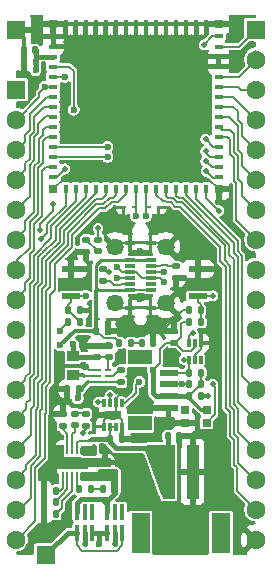
<source format=gbr>
%TF.GenerationSoftware,KiCad,Pcbnew,9.0.7-9.0.7~ubuntu22.04.1*%
%TF.CreationDate,2026-02-16T00:19:48-07:00*%
%TF.ProjectId,ESP32-S3-MINI-1_UU,45535033-322d-4533-932d-4d494e492d31,rev?*%
%TF.SameCoordinates,Original*%
%TF.FileFunction,Copper,L1,Top*%
%TF.FilePolarity,Positive*%
%FSLAX46Y46*%
G04 Gerber Fmt 4.6, Leading zero omitted, Abs format (unit mm)*
G04 Created by KiCad (PCBNEW 9.0.7-9.0.7~ubuntu22.04.1) date 2026-02-16 00:19:48*
%MOMM*%
%LPD*%
G01*
G04 APERTURE LIST*
G04 Aperture macros list*
%AMRoundRect*
0 Rectangle with rounded corners*
0 $1 Rounding radius*
0 $2 $3 $4 $5 $6 $7 $8 $9 X,Y pos of 4 corners*
0 Add a 4 corners polygon primitive as box body*
4,1,4,$2,$3,$4,$5,$6,$7,$8,$9,$2,$3,0*
0 Add four circle primitives for the rounded corners*
1,1,$1+$1,$2,$3*
1,1,$1+$1,$4,$5*
1,1,$1+$1,$6,$7*
1,1,$1+$1,$8,$9*
0 Add four rect primitives between the rounded corners*
20,1,$1+$1,$2,$3,$4,$5,0*
20,1,$1+$1,$4,$5,$6,$7,0*
20,1,$1+$1,$6,$7,$8,$9,0*
20,1,$1+$1,$8,$9,$2,$3,0*%
%AMOutline5P*
0 Free polygon, 5 corners , with rotation*
0 The origin of the aperture is its center*
0 number of corners: always 5*
0 $1 to $10 corner X, Y*
0 $11 Rotation angle, in degrees counterclockwise*
0 create outline with 5 corners*
4,1,5,$1,$2,$3,$4,$5,$6,$7,$8,$9,$10,$1,$2,$11*%
%AMOutline6P*
0 Free polygon, 6 corners , with rotation*
0 The origin of the aperture is its center*
0 number of corners: always 6*
0 $1 to $12 corner X, Y*
0 $13 Rotation angle, in degrees counterclockwise*
0 create outline with 6 corners*
4,1,6,$1,$2,$3,$4,$5,$6,$7,$8,$9,$10,$11,$12,$1,$2,$13*%
%AMOutline7P*
0 Free polygon, 7 corners , with rotation*
0 The origin of the aperture is its center*
0 number of corners: always 7*
0 $1 to $14 corner X, Y*
0 $15 Rotation angle, in degrees counterclockwise*
0 create outline with 7 corners*
4,1,7,$1,$2,$3,$4,$5,$6,$7,$8,$9,$10,$11,$12,$13,$14,$1,$2,$15*%
%AMOutline8P*
0 Free polygon, 8 corners , with rotation*
0 The origin of the aperture is its center*
0 number of corners: always 8*
0 $1 to $16 corner X, Y*
0 $17 Rotation angle, in degrees counterclockwise*
0 create outline with 8 corners*
4,1,8,$1,$2,$3,$4,$5,$6,$7,$8,$9,$10,$11,$12,$13,$14,$15,$16,$1,$2,$17*%
G04 Aperture macros list end*
%TA.AperFunction,SMDPad,CuDef*%
%ADD10RoundRect,0.140000X-0.140000X-0.170000X0.140000X-0.170000X0.140000X0.170000X-0.140000X0.170000X0*%
%TD*%
%TA.AperFunction,SMDPad,CuDef*%
%ADD11RoundRect,0.135000X0.135000X0.185000X-0.135000X0.185000X-0.135000X-0.185000X0.135000X-0.185000X0*%
%TD*%
%TA.AperFunction,SMDPad,CuDef*%
%ADD12RoundRect,0.100000X0.100000X-0.562500X0.100000X0.562500X-0.100000X0.562500X-0.100000X-0.562500X0*%
%TD*%
%TA.AperFunction,SMDPad,CuDef*%
%ADD13RoundRect,0.135000X0.185000X-0.135000X0.185000X0.135000X-0.185000X0.135000X-0.185000X-0.135000X0*%
%TD*%
%TA.AperFunction,SMDPad,CuDef*%
%ADD14RoundRect,0.062500X-0.117500X-0.062500X0.117500X-0.062500X0.117500X0.062500X-0.117500X0.062500X0*%
%TD*%
%TA.AperFunction,SMDPad,CuDef*%
%ADD15RoundRect,0.062500X0.117500X0.062500X-0.117500X0.062500X-0.117500X-0.062500X0.117500X-0.062500X0*%
%TD*%
%TA.AperFunction,SMDPad,CuDef*%
%ADD16R,1.000000X0.900000*%
%TD*%
%TA.AperFunction,SMDPad,CuDef*%
%ADD17RoundRect,0.140000X0.170000X-0.140000X0.170000X0.140000X-0.170000X0.140000X-0.170000X-0.140000X0*%
%TD*%
%TA.AperFunction,SMDPad,CuDef*%
%ADD18RoundRect,0.140000X0.140000X0.170000X-0.140000X0.170000X-0.140000X-0.170000X0.140000X-0.170000X0*%
%TD*%
%TA.AperFunction,ComponentPad*%
%ADD19R,1.600000X1.600000*%
%TD*%
%TA.AperFunction,ComponentPad*%
%ADD20C,1.600000*%
%TD*%
%TA.AperFunction,SMDPad,CuDef*%
%ADD21R,0.700000X0.700000*%
%TD*%
%TA.AperFunction,SMDPad,CuDef*%
%ADD22RoundRect,0.147500X0.147500X0.172500X-0.147500X0.172500X-0.147500X-0.172500X0.147500X-0.172500X0*%
%TD*%
%TA.AperFunction,SMDPad,CuDef*%
%ADD23RoundRect,0.135000X-0.185000X0.135000X-0.185000X-0.135000X0.185000X-0.135000X0.185000X0.135000X0*%
%TD*%
%TA.AperFunction,SMDPad,CuDef*%
%ADD24RoundRect,0.147500X0.172500X-0.147500X0.172500X0.147500X-0.172500X0.147500X-0.172500X-0.147500X0*%
%TD*%
%TA.AperFunction,SMDPad,CuDef*%
%ADD25R,0.200000X0.750000*%
%TD*%
%TA.AperFunction,SMDPad,CuDef*%
%ADD26R,1.600000X1.000000*%
%TD*%
%TA.AperFunction,SMDPad,CuDef*%
%ADD27RoundRect,0.135000X-0.135000X-0.185000X0.135000X-0.185000X0.135000X0.185000X-0.135000X0.185000X0*%
%TD*%
%TA.AperFunction,SMDPad,CuDef*%
%ADD28R,1.550000X0.600000*%
%TD*%
%TA.AperFunction,SMDPad,CuDef*%
%ADD29R,2.000000X1.200000*%
%TD*%
%TA.AperFunction,SMDPad,CuDef*%
%ADD30R,0.300000X0.700000*%
%TD*%
%TA.AperFunction,SMDPad,CuDef*%
%ADD31R,1.380000X0.800000*%
%TD*%
%TA.AperFunction,SMDPad,CuDef*%
%ADD32R,1.000000X4.600000*%
%TD*%
%TA.AperFunction,SMDPad,CuDef*%
%ADD33R,1.600000X3.400000*%
%TD*%
%TA.AperFunction,SMDPad,CuDef*%
%ADD34RoundRect,0.147500X-0.147500X-0.172500X0.147500X-0.172500X0.147500X0.172500X-0.147500X0.172500X0*%
%TD*%
%TA.AperFunction,SMDPad,CuDef*%
%ADD35RoundRect,0.140000X-0.170000X0.140000X-0.170000X-0.140000X0.170000X-0.140000X0.170000X0.140000X0*%
%TD*%
%TA.AperFunction,SMDPad,CuDef*%
%ADD36R,0.800000X0.400000*%
%TD*%
%TA.AperFunction,SMDPad,CuDef*%
%ADD37R,0.400000X0.800000*%
%TD*%
%TA.AperFunction,HeatsinkPad*%
%ADD38Outline5P,-0.600000X0.204000X-0.204000X0.600000X0.600000X0.600000X0.600000X-0.600000X-0.600000X-0.600000X0.000000*%
%TD*%
%TA.AperFunction,HeatsinkPad*%
%ADD39R,1.200000X1.200000*%
%TD*%
%TA.AperFunction,SMDPad,CuDef*%
%ADD40R,0.800000X0.800000*%
%TD*%
%TA.AperFunction,SMDPad,CuDef*%
%ADD41R,1.650000X0.500000*%
%TD*%
%TA.AperFunction,SMDPad,CuDef*%
%ADD42RoundRect,0.087500X0.087500X-0.250000X0.087500X0.250000X-0.087500X0.250000X-0.087500X-0.250000X0*%
%TD*%
%TA.AperFunction,SMDPad,CuDef*%
%ADD43R,0.870000X0.300000*%
%TD*%
%TA.AperFunction,ComponentPad*%
%ADD44C,1.460000*%
%TD*%
%TA.AperFunction,SMDPad,CuDef*%
%ADD45R,0.600000X0.250000*%
%TD*%
%TA.AperFunction,SMDPad,CuDef*%
%ADD46R,1.000000X0.200000*%
%TD*%
%TA.AperFunction,CastellatedPad*%
%ADD47R,1.600000X1.600000*%
%TD*%
%TA.AperFunction,CastellatedPad*%
%ADD48C,1.600000*%
%TD*%
%TA.AperFunction,ViaPad*%
%ADD49C,0.500000*%
%TD*%
%TA.AperFunction,ViaPad*%
%ADD50C,0.600000*%
%TD*%
%TA.AperFunction,Conductor*%
%ADD51C,0.400000*%
%TD*%
%TA.AperFunction,Conductor*%
%ADD52C,0.200000*%
%TD*%
%TA.AperFunction,Conductor*%
%ADD53C,0.150000*%
%TD*%
%TA.AperFunction,Conductor*%
%ADD54C,0.250000*%
%TD*%
%TA.AperFunction,Conductor*%
%ADD55C,0.300000*%
%TD*%
G04 APERTURE END LIST*
D10*
%TO.P,C11,1*%
%TO.N,3V3*%
X186920000Y-145300000D03*
%TO.P,C11,2*%
%TO.N,GND*%
X187880000Y-145300000D03*
%TD*%
D11*
%TO.P,R14,1*%
%TO.N,3V3*%
X187910000Y-143300000D03*
%TO.P,R14,2*%
%TO.N,SCL*%
X186890000Y-143300000D03*
%TD*%
D12*
%TO.P,U5,1,VIN*%
%TO.N,V_USB*%
X179950000Y-156875000D03*
%TO.P,U5,2,GND*%
%TO.N,GND*%
X180600000Y-156875000D03*
%TO.P,U5,3,~{CE}*%
%TO.N,5V_IN*%
X181250000Y-156875000D03*
%TO.P,U5,4,NC*%
%TO.N,unconnected-(U5-NC-Pad4)*%
X181250000Y-155100000D03*
%TO.P,U5,5,ST*%
%TO.N,unconnected-(U5-ST-Pad5)*%
X180600000Y-155100000D03*
%TO.P,U5,6,VOUT*%
%TO.N,5V*%
X179950000Y-155100000D03*
%TD*%
D13*
%TO.P,R9,1*%
%TO.N,V_SYS*%
X178200000Y-147810000D03*
%TO.P,R9,2*%
%TO.N,Net-(D2-A)*%
X178200000Y-146790000D03*
%TD*%
D11*
%TO.P,TH1,1*%
%TO.N,Net-(IC2-TS{slash}MR)*%
X175610000Y-153300000D03*
%TO.P,TH1,2*%
%TO.N,GND*%
X174590000Y-153300000D03*
%TD*%
D14*
%TO.P,D7,1,A1*%
%TO.N,GND*%
X184320000Y-129300000D03*
%TO.P,D7,2,A2*%
%TO.N,D+*%
X183480000Y-129300000D03*
%TD*%
D15*
%TO.P,D8,1,A1*%
%TO.N,GND*%
X181380000Y-129300000D03*
%TO.P,D8,2,A2*%
%TO.N,D-*%
X182220000Y-129300000D03*
%TD*%
D16*
%TO.P,L1,1,1*%
%TO.N,Net-(IC1-SW)*%
X177060000Y-143500000D03*
%TO.P,L1,2,2*%
%TO.N,3V3*%
X177060000Y-141900000D03*
%TD*%
D17*
%TO.P,C8,1*%
%TO.N,5V*%
X179800000Y-151880000D03*
%TO.P,C8,2*%
%TO.N,GND*%
X179800000Y-150920000D03*
%TD*%
D18*
%TO.P,C12,1*%
%TO.N,Net-(S2-NO)*%
X187880000Y-138050000D03*
%TO.P,C12,2*%
%TO.N,GND*%
X186920000Y-138050000D03*
%TD*%
D19*
%TO.P,J8,1,1*%
%TO.N,3V3*%
X172240000Y-119350000D03*
D20*
%TO.P,J8,2,2*%
%TO.N,LED*%
X172240000Y-121890000D03*
%TO.P,J8,3,3*%
%TO.N,IO3*%
X172240000Y-124430000D03*
%TO.P,J8,4,4*%
%TO.N,IO4*%
X172240000Y-126970000D03*
%TO.P,J8,5,5*%
%TO.N,IO5*%
X172240000Y-129510000D03*
%TO.P,J8,6,6*%
%TO.N,IO6*%
X172240000Y-132050000D03*
%TO.P,J8,7,7*%
%TO.N,IO7*%
X172240000Y-134590000D03*
%TO.P,J8,8,8*%
%TO.N,IO10*%
X172240000Y-137130000D03*
%TO.P,J8,9,9*%
%TO.N,IO11*%
X172240000Y-139670000D03*
%TO.P,J8,10,10*%
%TO.N,IO12*%
X172240000Y-142210000D03*
%TO.P,J8,11,11*%
%TO.N,IO13*%
X172240000Y-144750000D03*
%TO.P,J8,12,12*%
%TO.N,IO14*%
X172240000Y-147290000D03*
%TO.P,J8,13,13*%
%TO.N,IO15*%
X172240000Y-149830000D03*
%TO.P,J8,14,14*%
%TO.N,IO16*%
X172240000Y-152370000D03*
%TO.P,J8,15,15*%
%TO.N,IO17*%
X172240000Y-154910000D03*
%TO.P,J8,16,16*%
%TO.N,IO18*%
X172240000Y-157450000D03*
%TD*%
D21*
%TO.P,D6,1,DOUT*%
%TO.N,unconnected-(D6-DOUT-Pad1)*%
X186570000Y-146450000D03*
%TO.P,D6,2,VSS*%
%TO.N,GND*%
X186570000Y-147550000D03*
%TO.P,D6,3,DIN*%
%TO.N,RGB*%
X188400000Y-147550000D03*
%TO.P,D6,4,VDD*%
%TO.N,3V3*%
X188400000Y-146450000D03*
%TD*%
D18*
%TO.P,C5,1*%
%TO.N,V_SYS*%
X177540000Y-144700000D03*
%TO.P,C5,2*%
%TO.N,GND*%
X176580000Y-144700000D03*
%TD*%
D22*
%TO.P,D4,1,K*%
%TO.N,GND*%
X183870000Y-140800000D03*
%TO.P,D4,2,A*%
%TO.N,Net-(D4-A)*%
X182900000Y-140800000D03*
%TD*%
D11*
%TO.P,R2,1*%
%TO.N,Net-(IC2-ILIM{slash}VSET)*%
X175610000Y-154300000D03*
%TO.P,R2,2*%
%TO.N,GND*%
X174590000Y-154300000D03*
%TD*%
D23*
%TO.P,R4,1*%
%TO.N,Net-(J2-CC2)*%
X185785000Y-134290000D03*
%TO.P,R4,2*%
%TO.N,GND*%
X185785000Y-135310000D03*
%TD*%
D24*
%TO.P,D5,1,K*%
%TO.N,Net-(D5-K)*%
X179200000Y-133020000D03*
%TO.P,D5,2,A*%
%TO.N,LED*%
X179200000Y-132050000D03*
%TD*%
D23*
%TO.P,R12,1*%
%TO.N,Net-(D5-K)*%
X178200000Y-132050000D03*
%TO.P,R12,2*%
%TO.N,GND*%
X178200000Y-133070000D03*
%TD*%
D25*
%TO.P,IC2,1,SYS*%
%TO.N,V_SYS*%
X177800000Y-149900000D03*
%TO.P,IC2,2,BAT*%
%TO.N,VBAT*%
X177400000Y-149900000D03*
%TO.P,IC2,3,STAT2*%
%TO.N,Net-(D2-K)*%
X177000000Y-149900000D03*
%TO.P,IC2,4,~{CE}*%
%TO.N,Net-(IC2-~{CE})*%
X176600000Y-149900000D03*
%TO.P,IC2,5,GND*%
%TO.N,GND*%
X176200000Y-149900000D03*
%TO.P,IC2,6,TS/MR*%
%TO.N,Net-(IC2-TS{slash}MR)*%
X176200000Y-152100000D03*
%TO.P,IC2,7,ILIM/VSET*%
%TO.N,Net-(IC2-ILIM{slash}VSET)*%
X176600000Y-152100000D03*
%TO.P,IC2,8,ISET*%
%TO.N,Net-(IC2-ISET)*%
X177000000Y-152100000D03*
%TO.P,IC2,9,STAT1*%
%TO.N,Net-(D3-K)*%
X177400000Y-152100000D03*
%TO.P,IC2,10,IN*%
%TO.N,5V*%
X177800000Y-152100000D03*
D26*
%TO.P,IC2,11,EP*%
%TO.N,GND*%
X177000000Y-151000000D03*
%TD*%
D11*
%TO.P,R3,1*%
%TO.N,Net-(IC2-ISET)*%
X175620000Y-155300000D03*
%TO.P,R3,2*%
%TO.N,GND*%
X174600000Y-155300000D03*
%TD*%
D27*
%TO.P,R13,1*%
%TO.N,3V3*%
X176640000Y-139050000D03*
%TO.P,R13,2*%
%TO.N,Net-(S1-NO)*%
X177660000Y-139050000D03*
%TD*%
D10*
%TO.P,C9,1*%
%TO.N,V_USB*%
X179060000Y-139800000D03*
%TO.P,C9,2*%
%TO.N,GND*%
X180020000Y-139800000D03*
%TD*%
D28*
%TO.P,J3,1,Pin_1*%
%TO.N,GND*%
X185161000Y-146300000D03*
%TO.P,J3,2,Pin_2*%
%TO.N,3V3*%
X185161000Y-145300000D03*
%TO.P,J3,3,Pin_3*%
%TO.N,SDA*%
X185161000Y-144300000D03*
%TO.P,J3,4,Pin_4*%
%TO.N,SCL*%
X185161000Y-143300000D03*
D29*
%TO.P,J3,NC1,NC*%
%TO.N,unconnected-(J3-NC-PadNC1)*%
X182736000Y-147600000D03*
%TO.P,J3,NC2,NC*%
%TO.N,unconnected-(J3-NC-PadNC2)*%
X182736000Y-142000000D03*
%TD*%
D17*
%TO.P,C14,1*%
%TO.N,3V3*%
X185600000Y-140760000D03*
%TO.P,C14,2*%
%TO.N,GND*%
X185600000Y-139800000D03*
%TD*%
D30*
%TO.P,U3,1,CTG*%
%TO.N,GND*%
X179694000Y-147890000D03*
%TO.P,U3,2,CELL*%
%TO.N,VBAT*%
X180194000Y-147890000D03*
%TO.P,U3,3,VDD*%
X180694000Y-147890000D03*
%TO.P,U3,4,GND*%
%TO.N,GND*%
X181194000Y-147890000D03*
%TO.P,U3,5,~{ALRT}*%
%TO.N,BAT_ALRT*%
X181194000Y-145910000D03*
%TO.P,U3,6,QSTRT*%
%TO.N,GND*%
X180694000Y-145910000D03*
%TO.P,U3,7,SCL*%
%TO.N,SCL*%
X180194000Y-145910000D03*
%TO.P,U3,8,SDA*%
%TO.N,SDA*%
X179694000Y-145910000D03*
D31*
%TO.P,U3,9,GND*%
%TO.N,GND*%
X180444000Y-146900000D03*
%TD*%
D19*
%TO.P,J7,1,1*%
%TO.N,5V_IN*%
X174780000Y-158733000D03*
%TD*%
D11*
%TO.P,R16,1*%
%TO.N,3V3*%
X187910000Y-144300000D03*
%TO.P,R16,2*%
%TO.N,SDA*%
X186890000Y-144300000D03*
%TD*%
D10*
%TO.P,C15,1*%
%TO.N,VBAT*%
X180220000Y-148900000D03*
%TO.P,C15,2*%
%TO.N,GND*%
X181180000Y-148900000D03*
%TD*%
D13*
%TO.P,R5,1*%
%TO.N,Net-(J2-CC1)*%
X179650000Y-135560000D03*
%TO.P,R5,2*%
%TO.N,GND*%
X179650000Y-134540000D03*
%TD*%
D14*
%TO.P,D1,1,A1*%
%TO.N,GND*%
X180035000Y-138800000D03*
%TO.P,D1,2,A2*%
%TO.N,V_USB*%
X179195000Y-138800000D03*
%TD*%
D10*
%TO.P,C7,1*%
%TO.N,VBAT*%
X185120000Y-148700000D03*
%TO.P,C7,2*%
%TO.N,GND*%
X186080000Y-148700000D03*
%TD*%
D32*
%TO.P,J1,1,-*%
%TO.N,GND*%
X187200000Y-151700000D03*
%TO.P,J1,2,+*%
%TO.N,VBAT*%
X185200000Y-151700000D03*
D33*
%TO.P,J1,NC1,NC1*%
%TO.N,unconnected-(J1-PadNC1)*%
X189600000Y-156900000D03*
%TO.P,J1,NC2,NC2*%
%TO.N,unconnected-(J1-PadNC2)*%
X182800000Y-156900000D03*
%TD*%
D18*
%TO.P,C4,1*%
%TO.N,3V3*%
X173900000Y-117000000D03*
%TO.P,C4,2*%
%TO.N,GND*%
X172940000Y-117000000D03*
%TD*%
D23*
%TO.P,R1,1*%
%TO.N,Net-(IC1-PG)*%
X181160000Y-143090000D03*
%TO.P,R1,2*%
%TO.N,V_SYS*%
X181160000Y-144110000D03*
%TD*%
D34*
%TO.P,D3,1,K*%
%TO.N,Net-(D3-K)*%
X177615000Y-153200000D03*
%TO.P,D3,2,A*%
%TO.N,Net-(D3-A)*%
X178585000Y-153200000D03*
%TD*%
D35*
%TO.P,C6,1*%
%TO.N,V_SYS*%
X178800000Y-149920000D03*
%TO.P,C6,2*%
%TO.N,GND*%
X178800000Y-150880000D03*
%TD*%
D17*
%TO.P,C1,1*%
%TO.N,3V3*%
X179100000Y-141980000D03*
%TO.P,C1,2*%
%TO.N,GND*%
X179100000Y-141020000D03*
%TD*%
D27*
%TO.P,R10,1*%
%TO.N,Net-(D3-A)*%
X179590000Y-153200000D03*
%TO.P,R10,2*%
%TO.N,5V*%
X180610000Y-153200000D03*
%TD*%
D36*
%TO.P,U2,1,GND*%
%TO.N,GND*%
X175400000Y-114850000D03*
%TO.P,U2,2,GND*%
X175400000Y-115700000D03*
%TO.P,U2,3,3V3*%
%TO.N,3V3*%
X175400000Y-116550000D03*
%TO.P,U2,4,IO0*%
%TO.N,Net-(S1-NO)*%
X175400000Y-117400000D03*
%TO.P,U2,5,IO1*%
%TO.N,BAT_ALRT*%
X175400000Y-118250000D03*
%TO.P,U2,6,IO2*%
%TO.N,LED*%
X175400000Y-119100000D03*
%TO.P,U2,7,IO3*%
%TO.N,IO3*%
X175400000Y-119950000D03*
%TO.P,U2,8,IO4*%
%TO.N,IO4*%
X175400000Y-120800000D03*
%TO.P,U2,9,IO5*%
%TO.N,IO5*%
X175400000Y-121650000D03*
%TO.P,U2,10,IO6*%
%TO.N,IO6*%
X175400000Y-122500000D03*
%TO.P,U2,11,IO7*%
%TO.N,IO7*%
X175400000Y-123350000D03*
%TO.P,U2,12,IO8*%
%TO.N,SDA*%
X175400000Y-124200000D03*
%TO.P,U2,13,IO9*%
%TO.N,SCL*%
X175400000Y-125050000D03*
%TO.P,U2,14,IO10*%
%TO.N,IO10*%
X175400000Y-125900000D03*
%TO.P,U2,15,IO11*%
%TO.N,IO11*%
X175400000Y-126750000D03*
D37*
%TO.P,U2,16,IO12*%
%TO.N,IO12*%
X176450000Y-127800000D03*
%TO.P,U2,17,IO13*%
%TO.N,IO13*%
X177300000Y-127800000D03*
%TO.P,U2,18,IO14*%
%TO.N,IO14*%
X178150000Y-127800000D03*
%TO.P,U2,19,IO15*%
%TO.N,IO15*%
X179000000Y-127800000D03*
%TO.P,U2,20,IO16*%
%TO.N,IO16*%
X179850000Y-127800000D03*
%TO.P,U2,21,IO17*%
%TO.N,IO17*%
X180700000Y-127800000D03*
%TO.P,U2,22,IO18*%
%TO.N,IO18*%
X181550000Y-127800000D03*
%TO.P,U2,23,USB_D-*%
%TO.N,D-*%
X182400000Y-127800000D03*
%TO.P,U2,24,USB_D+*%
%TO.N,D+*%
X183250000Y-127800000D03*
%TO.P,U2,25,IO21*%
%TO.N,IO21*%
X184100000Y-127800000D03*
%TO.P,U2,26,IO26*%
%TO.N,IO26*%
X184950000Y-127800000D03*
%TO.P,U2,27,IO47*%
%TO.N,IO47*%
X185800000Y-127800000D03*
%TO.P,U2,28,IO33*%
%TO.N,IO33*%
X186650000Y-127800000D03*
%TO.P,U2,29,IO34*%
%TO.N,IO34*%
X187500000Y-127800000D03*
%TO.P,U2,30,IO48*%
%TO.N,RGB*%
X188350000Y-127800000D03*
D36*
%TO.P,U2,31,IO35*%
%TO.N,IO35*%
X189400000Y-126750000D03*
%TO.P,U2,32,IO36*%
%TO.N,IO36*%
X189400000Y-125900000D03*
%TO.P,U2,33,IO37*%
%TO.N,IO37*%
X189400000Y-125050000D03*
%TO.P,U2,34,IO38*%
%TO.N,IO38*%
X189400000Y-124200000D03*
%TO.P,U2,35,IO39*%
%TO.N,MTCK*%
X189400000Y-123350000D03*
%TO.P,U2,36,IO40*%
%TO.N,MTDO*%
X189400000Y-122500000D03*
%TO.P,U2,37,IO41*%
%TO.N,MTDI*%
X189400000Y-121650000D03*
%TO.P,U2,38,IO42*%
%TO.N,MTMS*%
X189400000Y-120800000D03*
%TO.P,U2,39,TXD0*%
%TO.N,TX*%
X189400000Y-119950000D03*
%TO.P,U2,40,RXD0*%
%TO.N,RX*%
X189400000Y-119100000D03*
%TO.P,U2,41,IO45*%
%TO.N,IO45*%
X189400000Y-118250000D03*
%TO.P,U2,42,GND*%
%TO.N,GND*%
X189400000Y-117400000D03*
%TO.P,U2,43,GND*%
X189400000Y-116550000D03*
%TO.P,U2,44,IO46*%
%TO.N,IO46*%
X189400000Y-115700000D03*
%TO.P,U2,45,EN*%
%TO.N,Net-(S2-NO)*%
X189400000Y-114850000D03*
D37*
%TO.P,U2,46,GND*%
%TO.N,GND*%
X188350000Y-113800000D03*
%TO.P,U2,47,GND*%
X187500000Y-113800000D03*
%TO.P,U2,48,GND*%
X186650000Y-113800000D03*
%TO.P,U2,49,GND*%
X185800000Y-113800000D03*
%TO.P,U2,50,GND*%
X184950000Y-113800000D03*
%TO.P,U2,51,GND*%
X184100000Y-113800000D03*
%TO.P,U2,52,GND*%
X183250000Y-113800000D03*
%TO.P,U2,53,GND*%
X182400000Y-113800000D03*
%TO.P,U2,54,GND*%
X181550000Y-113800000D03*
%TO.P,U2,55,GND*%
X180700000Y-113800000D03*
%TO.P,U2,56,GND*%
X179850000Y-113800000D03*
%TO.P,U2,57,GND*%
X179000000Y-113800000D03*
%TO.P,U2,58,GND*%
X178150000Y-113800000D03*
%TO.P,U2,59,GND*%
X177300000Y-113800000D03*
%TO.P,U2,60,GND*%
X176450000Y-113800000D03*
D38*
%TO.P,U2,61,GND*%
X180750000Y-119150000D03*
D39*
X180750000Y-120800000D03*
X180750000Y-122450000D03*
X182400000Y-119150000D03*
X182400000Y-120800000D03*
X182400000Y-122450000D03*
X184050000Y-119150000D03*
X184050000Y-120800000D03*
X184050000Y-122450000D03*
D40*
%TO.P,U2,62,GND*%
X175400000Y-113800000D03*
%TO.P,U2,63,GND*%
X175400000Y-127800000D03*
%TO.P,U2,64,GND*%
X189400000Y-127800000D03*
%TO.P,U2,65,GND*%
X189400000Y-113800000D03*
%TD*%
D41*
%TO.P,S1,1,COM*%
%TO.N,GND*%
X176900000Y-134550000D03*
%TO.P,S1,2,NO*%
%TO.N,Net-(S1-NO)*%
X176900000Y-136850000D03*
%TD*%
D10*
%TO.P,C10,1*%
%TO.N,Net-(S1-NO)*%
X176670000Y-138050000D03*
%TO.P,C10,2*%
%TO.N,GND*%
X177630000Y-138050000D03*
%TD*%
D27*
%TO.P,R11,1*%
%TO.N,V_USB*%
X180990000Y-140800000D03*
%TO.P,R11,2*%
%TO.N,Net-(D4-A)*%
X182010000Y-140800000D03*
%TD*%
D42*
%TO.P,U4,1,SCL*%
%TO.N,SCL*%
X186900000Y-142212500D03*
%TO.P,U4,2,GND*%
%TO.N,GND*%
X187400000Y-142212500D03*
%TO.P,U4,3,ALERT*%
%TO.N,unconnected-(U4-ALERT-Pad3)*%
X187900000Y-142212500D03*
%TO.P,U4,4,ADD0*%
%TO.N,GND*%
X187900000Y-140787500D03*
%TO.P,U4,5,V+*%
%TO.N,3V3*%
X187400000Y-140787500D03*
%TO.P,U4,6,SDA*%
%TO.N,SDA*%
X186900000Y-140787500D03*
%TD*%
D27*
%TO.P,R17,1*%
%TO.N,3V3*%
X186890000Y-139050000D03*
%TO.P,R17,2*%
%TO.N,Net-(S2-NO)*%
X187910000Y-139050000D03*
%TD*%
D12*
%TO.P,U1,1,VIN*%
%TO.N,5V_IN*%
X177400000Y-156875000D03*
%TO.P,U1,2,GND*%
%TO.N,GND*%
X178050000Y-156875000D03*
%TO.P,U1,3,~{CE}*%
%TO.N,V_USB*%
X178700000Y-156875000D03*
%TO.P,U1,4,NC*%
%TO.N,unconnected-(U1-NC-Pad4)*%
X178700000Y-155100000D03*
%TO.P,U1,5,ST*%
%TO.N,unconnected-(U1-ST-Pad5)*%
X178050000Y-155100000D03*
%TO.P,U1,6,VOUT*%
%TO.N,5V*%
X177400000Y-155100000D03*
%TD*%
D19*
%TO.P,J4,1,1*%
%TO.N,GND*%
X172240000Y-114270000D03*
%TD*%
D18*
%TO.P,C3,1*%
%TO.N,3V3*%
X173880000Y-116000000D03*
%TO.P,C3,2*%
%TO.N,GND*%
X172920000Y-116000000D03*
%TD*%
D17*
%TO.P,C2,1*%
%TO.N,3V3*%
X180100000Y-141980000D03*
%TO.P,C2,2*%
%TO.N,GND*%
X180100000Y-141020000D03*
%TD*%
D43*
%TO.P,J2,A1,GND_1*%
%TO.N,GND*%
X181920000Y-137800000D03*
%TO.P,J2,A4,VBUS_1*%
%TO.N,V_USB*%
X181920000Y-136300000D03*
%TO.P,J2,A5,CC1*%
%TO.N,Net-(J2-CC1)*%
X181920000Y-135800000D03*
%TO.P,J2,A6,DP1*%
%TO.N,D+*%
X181920000Y-135300000D03*
%TO.P,J2,A7,DN1*%
%TO.N,D-*%
X181920000Y-134800000D03*
%TO.P,J2,A8,SBU1*%
%TO.N,unconnected-(J2-SBU1-PadA8)*%
X181920000Y-134300000D03*
%TO.P,J2,A9,VBUS_2*%
%TO.N,V_USB*%
X181920000Y-133800000D03*
%TO.P,J2,A12,GND_2*%
%TO.N,GND*%
X181920000Y-132300000D03*
%TO.P,J2,B1,GND_3*%
X183650000Y-132300000D03*
%TO.P,J2,B4,VBUS_3*%
%TO.N,V_USB*%
X183650000Y-133800000D03*
%TO.P,J2,B5,CC2*%
%TO.N,Net-(J2-CC2)*%
X183650000Y-134300000D03*
%TO.P,J2,B6,DP2*%
%TO.N,D+*%
X183650000Y-134800000D03*
%TO.P,J2,B7,DN2*%
%TO.N,D-*%
X183650000Y-135300000D03*
%TO.P,J2,B8,SBU2*%
%TO.N,unconnected-(J2-SBU2-PadB8)*%
X183650000Y-135800000D03*
%TO.P,J2,B9,VBUS_4*%
%TO.N,V_USB*%
X183650000Y-136300000D03*
%TO.P,J2,B12,GND_4*%
%TO.N,GND*%
X183650000Y-137800000D03*
D44*
%TO.P,J2,MH1,MH1*%
X180635000Y-137450000D03*
%TO.P,J2,MH2,MH2*%
X180635000Y-132650000D03*
%TO.P,J2,MH3,MH3*%
X184935000Y-132650000D03*
%TO.P,J2,MH4,MH4*%
X184935000Y-137450000D03*
%TD*%
D13*
%TO.P,R8,1*%
%TO.N,Net-(IC2-~{CE})*%
X176200000Y-147810000D03*
%TO.P,R8,2*%
%TO.N,GND*%
X176200000Y-146790000D03*
%TD*%
D41*
%TO.P,S2,1,COM*%
%TO.N,GND*%
X187650000Y-134550000D03*
%TO.P,S2,2,NO*%
%TO.N,Net-(S2-NO)*%
X187650000Y-136850000D03*
%TD*%
D45*
%TO.P,IC1,1,EN*%
%TO.N,V_SYS*%
X180060000Y-144100000D03*
%TO.P,IC1,2,PG*%
%TO.N,Net-(IC1-PG)*%
X180060000Y-143600000D03*
%TO.P,IC1,3,FB*%
%TO.N,3V3*%
X180060000Y-143100000D03*
D46*
%TO.P,IC1,4,GND*%
%TO.N,GND*%
X178960000Y-143100000D03*
%TO.P,IC1,5,SW*%
%TO.N,Net-(IC1-SW)*%
X178960000Y-143600000D03*
%TO.P,IC1,6,VIN*%
%TO.N,V_SYS*%
X178960000Y-144100000D03*
%TD*%
D24*
%TO.P,D2,1,K*%
%TO.N,Net-(D2-K)*%
X177200000Y-147785000D03*
%TO.P,D2,2,A*%
%TO.N,Net-(D2-A)*%
X177200000Y-146815000D03*
%TD*%
D47*
%TO.P,J9,1,1*%
%TO.N,IO46*%
X192560000Y-114270000D03*
D48*
%TO.P,J9,2,2*%
%TO.N,IO45*%
X192560000Y-116810000D03*
%TO.P,J9,3,3*%
%TO.N,RX*%
X192560000Y-119350000D03*
%TO.P,J9,4,4*%
%TO.N,TX*%
X192560000Y-121890000D03*
%TO.P,J9,5,5*%
%TO.N,MTMS*%
X192560000Y-124430000D03*
%TO.P,J9,6,6*%
%TO.N,MTDI*%
X192560000Y-126970000D03*
%TO.P,J9,7,7*%
%TO.N,MTDO*%
X192560000Y-129510000D03*
%TO.P,J9,8,8*%
%TO.N,MTCK*%
X192560000Y-132050000D03*
%TO.P,J9,9,9*%
%TO.N,IO38*%
X192560000Y-134590000D03*
%TO.P,J9,10,10*%
%TO.N,IO37*%
X192560000Y-137130000D03*
%TO.P,J9,11,11*%
%TO.N,IO36*%
X192560000Y-139670000D03*
%TO.P,J9,12,12*%
%TO.N,IO35*%
X192560000Y-142210000D03*
%TO.P,J9,13,13*%
%TO.N,IO34*%
X192560000Y-144750000D03*
%TO.P,J9,14,14*%
%TO.N,IO33*%
X192560000Y-147290000D03*
%TO.P,J9,15,15*%
%TO.N,IO47*%
X192560000Y-149830000D03*
%TO.P,J9,16,16*%
%TO.N,IO26*%
X192560000Y-152370000D03*
%TO.P,J9,17,17*%
%TO.N,IO21*%
X192560000Y-154910000D03*
%TO.P,J9,18,18*%
%TO.N,GND*%
X192560000Y-157450000D03*
%TD*%
D49*
%TO.N,GND*%
X179300000Y-123500000D03*
X188500000Y-145300000D03*
X184925000Y-142000000D03*
D50*
X176600000Y-145800000D03*
D49*
X178100000Y-157800000D03*
X179300000Y-146900000D03*
X189200000Y-138600000D03*
D50*
X178150000Y-142800000D03*
D49*
X180600000Y-157800000D03*
D50*
X191000000Y-156000000D03*
D49*
X181100000Y-150900000D03*
X176650000Y-115300000D03*
X187200000Y-148700000D03*
X174600000Y-156600000D03*
D50*
X180660000Y-139800000D03*
D49*
X178400000Y-138050000D03*
X176423000Y-126800000D03*
X183000000Y-146400000D03*
X182000000Y-143600000D03*
X184900000Y-130800000D03*
D50*
X184600000Y-139800000D03*
X185785000Y-136050000D03*
D49*
X181100000Y-142200000D03*
X177650000Y-140400000D03*
X186500000Y-126100000D03*
X189600000Y-148000000D03*
X189400000Y-128775000D03*
X180136000Y-134800000D03*
X186600000Y-115500000D03*
X176400000Y-123700000D03*
X179200000Y-126800000D03*
D50*
X182785000Y-133050000D03*
X182785000Y-137050000D03*
D49*
X182300000Y-148900000D03*
X177200000Y-133300000D03*
X180650000Y-130800000D03*
D50*
X188300000Y-122700000D03*
%TO.N,V_USB*%
X179300000Y-157800000D03*
X176000000Y-141000000D03*
D49*
%TO.N,IO36*%
X188300000Y-125381823D03*
%TO.N,IO35*%
X188347135Y-126254671D03*
D50*
%TO.N,BAT_ALRT*%
X176400000Y-118250000D03*
X182700000Y-144100000D03*
D49*
%TO.N,LED*%
X179200000Y-131100000D03*
D50*
X174700000Y-119100000D03*
D49*
%TO.N,IO37*%
X188300000Y-124550000D03*
D50*
%TO.N,3V3*%
X183840320Y-143088998D03*
X176000000Y-139775000D03*
X177075000Y-140925000D03*
X173900000Y-117700000D03*
%TO.N,SCL*%
X180000000Y-125050000D03*
D49*
X186475000Y-142200000D03*
X180194000Y-145240000D03*
D50*
%TO.N,SDA*%
X180000000Y-124200000D03*
D49*
X187200000Y-139974949D03*
X179200000Y-145800000D03*
D50*
X186300000Y-144300000D03*
%TO.N,D+*%
X184785000Y-134800000D03*
X183250000Y-130050000D03*
X180785000Y-135300000D03*
D49*
%TO.N,RGB*%
X189400000Y-129600000D03*
X188900000Y-144300000D03*
D50*
%TO.N,D-*%
X184785000Y-135600000D03*
X182400000Y-130050000D03*
X180785000Y-134400000D03*
%TO.N,Net-(S1-NO)*%
X178150000Y-136800000D03*
X177125000Y-121050000D03*
D49*
%TO.N,Net-(S2-NO)*%
X188200000Y-115550000D03*
X188900000Y-136800000D03*
%TO.N,IO12*%
X174400000Y-132000000D03*
%TO.N,IO11*%
X175400000Y-129050000D03*
X176400000Y-126050000D03*
X174276000Y-131200000D03*
%TO.N,IO38*%
X188300000Y-123550000D03*
%TO.N,V_SYS*%
X177900000Y-148400000D03*
D50*
X177467500Y-145500000D03*
D49*
X178810731Y-149567286D03*
%TD*%
D51*
%TO.N,GND*%
X186080000Y-148660000D02*
X186120000Y-148700000D01*
D52*
X178150000Y-142800000D02*
X178099000Y-142851000D01*
D53*
X187400000Y-141800000D02*
X187900000Y-141300000D01*
D52*
X180694000Y-145910000D02*
X180694000Y-146650000D01*
D53*
X184100000Y-139800000D02*
X184600000Y-139800000D01*
X180694000Y-145506000D02*
X180694000Y-145910000D01*
D54*
X177886000Y-142724000D02*
X176234000Y-142724000D01*
D52*
X178990000Y-147890000D02*
X178900000Y-147800000D01*
X181920000Y-132300000D02*
X180985000Y-132300000D01*
D53*
X182000000Y-143600000D02*
X182000000Y-144600000D01*
D52*
X181920000Y-137800000D02*
X180985000Y-137800000D01*
X176400000Y-126800000D02*
X175400000Y-127800000D01*
D55*
X172391000Y-114421000D02*
X172391000Y-113686000D01*
D52*
X177660000Y-138080000D02*
X177630000Y-138050000D01*
D53*
X181400000Y-145200000D02*
X181000000Y-145200000D01*
D55*
X175700000Y-143258000D02*
X176234000Y-142724000D01*
D52*
X179694000Y-147288000D02*
X180082000Y-146900000D01*
D51*
X186120000Y-148700000D02*
X187200000Y-148700000D01*
D52*
X181194000Y-147288000D02*
X180806000Y-146900000D01*
X183650000Y-137800000D02*
X184585000Y-137800000D01*
D53*
X186500000Y-126100000D02*
X187300000Y-126900000D01*
X186350000Y-138050000D02*
X186920000Y-138050000D01*
D55*
X176580000Y-144700000D02*
X175800000Y-144700000D01*
D53*
X184600000Y-139800000D02*
X186350000Y-138050000D01*
D52*
X184320000Y-130220000D02*
X184900000Y-130800000D01*
D53*
X177200000Y-133300000D02*
X177430000Y-133070000D01*
X183870000Y-140030000D02*
X184100000Y-139800000D01*
D52*
X181194000Y-147890000D02*
X181194000Y-148886000D01*
X174400000Y-113800000D02*
X173930000Y-114270000D01*
X181380000Y-130070000D02*
X180650000Y-130800000D01*
X180082000Y-146900000D02*
X180444000Y-146900000D01*
X178960000Y-143100000D02*
X178450000Y-143100000D01*
D55*
X188500000Y-145300000D02*
X187880000Y-145300000D01*
X175800000Y-144700000D02*
X175700000Y-144600000D01*
D52*
X175400000Y-113800000D02*
X174400000Y-113800000D01*
D55*
X172920000Y-114950000D02*
X172391000Y-114421000D01*
D52*
X180136000Y-134800000D02*
X179910000Y-134800000D01*
D53*
X177430000Y-133070000D02*
X178200000Y-133070000D01*
D52*
X184585000Y-132300000D02*
X184935000Y-132650000D01*
X185785000Y-135310000D02*
X185785000Y-136050000D01*
X180985000Y-137800000D02*
X180635000Y-137450000D01*
D53*
X181000000Y-145200000D02*
X180694000Y-145506000D01*
D55*
X172920000Y-116980000D02*
X172940000Y-117000000D01*
X172920000Y-116000000D02*
X172920000Y-114950000D01*
D53*
X178270000Y-141020000D02*
X177650000Y-140400000D01*
D52*
X179694000Y-147890000D02*
X179694000Y-147288000D01*
X178900000Y-147800000D02*
X178900000Y-147300000D01*
X180806000Y-146900000D02*
X180444000Y-146900000D01*
D53*
X180100000Y-141020000D02*
X179100000Y-141020000D01*
D51*
X191000000Y-156000000D02*
X192359000Y-157359000D01*
D52*
X176423000Y-126800000D02*
X176400000Y-126800000D01*
D51*
X178050000Y-157750000D02*
X178100000Y-157800000D01*
D53*
X188500000Y-126900000D02*
X189400000Y-127800000D01*
D52*
X184320000Y-129300000D02*
X184320000Y-130220000D01*
D53*
X179100000Y-141020000D02*
X178270000Y-141020000D01*
X183870000Y-140800000D02*
X183870000Y-140030000D01*
D52*
X180985000Y-132300000D02*
X180635000Y-132650000D01*
X179910000Y-134800000D02*
X179650000Y-134540000D01*
D53*
X176900000Y-133600000D02*
X177200000Y-133300000D01*
D52*
X180444000Y-146900000D02*
X179300000Y-146900000D01*
X183650000Y-132300000D02*
X184585000Y-132300000D01*
X178900000Y-147300000D02*
X179300000Y-146900000D01*
D53*
X192525000Y-156725000D02*
X192525000Y-156760000D01*
D52*
X181194000Y-147890000D02*
X181194000Y-147288000D01*
D53*
X182000000Y-144600000D02*
X181400000Y-145200000D01*
D52*
X181380000Y-129300000D02*
X181380000Y-130070000D01*
X175400000Y-115700000D02*
X175400000Y-113800000D01*
X178450000Y-143100000D02*
X178150000Y-142800000D01*
D51*
X180600000Y-157800000D02*
X180600000Y-156875000D01*
D52*
X179694000Y-147890000D02*
X178990000Y-147890000D01*
D53*
X187300000Y-126900000D02*
X188500000Y-126900000D01*
D51*
X178050000Y-156875000D02*
X178050000Y-157750000D01*
D52*
X173930000Y-114270000D02*
X172341000Y-114270000D01*
D53*
X187400000Y-141800000D02*
X187400000Y-142212500D01*
X176900000Y-134550000D02*
X176900000Y-133600000D01*
D52*
X181920000Y-132300000D02*
X183650000Y-132300000D01*
D51*
X187200000Y-148700000D02*
X187200000Y-151700000D01*
D55*
X172920000Y-116000000D02*
X172920000Y-116980000D01*
D52*
X180694000Y-146650000D02*
X180444000Y-146900000D01*
D55*
X175700000Y-144600000D02*
X175700000Y-143258000D01*
D52*
X184585000Y-137800000D02*
X184935000Y-137450000D01*
D53*
X187900000Y-141300000D02*
X187900000Y-140787500D01*
%TO.N,IO34*%
X192560000Y-144750000D02*
X191400000Y-143590000D01*
X191400000Y-133405306D02*
X191400000Y-143590000D01*
X187500000Y-128650000D02*
X191024000Y-132174000D01*
X191024000Y-132174000D02*
X191024000Y-133029306D01*
X191024000Y-133029306D02*
X191400000Y-133405306D01*
X187500000Y-127800000D02*
X187500000Y-128650000D01*
D52*
%TO.N,VBAT*%
X180194000Y-148074000D02*
X180220000Y-148100000D01*
X178379232Y-149100000D02*
X178589616Y-148889616D01*
X177400000Y-150000000D02*
X177400000Y-149300000D01*
X180194000Y-147890000D02*
X180694000Y-147890000D01*
X177800000Y-149100000D02*
X178379232Y-149100000D01*
D51*
X180710001Y-149700000D02*
X183600000Y-149700000D01*
D52*
X178520654Y-149100000D02*
X178720654Y-148900000D01*
D51*
X178720654Y-148900000D02*
X180220000Y-148900000D01*
X185100000Y-151220000D02*
X185120000Y-151200000D01*
X185100000Y-151585000D02*
X185100000Y-148680000D01*
X180220000Y-148900000D02*
X180220000Y-149209999D01*
D52*
X177600000Y-149100000D02*
X177800000Y-149100000D01*
X177400000Y-149300000D02*
X177600000Y-149100000D01*
X180194000Y-147890000D02*
X180194000Y-148874000D01*
D51*
X180220000Y-149209999D02*
X180710001Y-149700000D01*
D52*
X177800000Y-149100000D02*
X178520654Y-149100000D01*
D55*
%TO.N,V_USB*%
X179055000Y-139800000D02*
X177200000Y-139800000D01*
D54*
X179426000Y-133774000D02*
X179000000Y-134200000D01*
X179152000Y-136302000D02*
X179154000Y-136300000D01*
X183650000Y-133800000D02*
X181920000Y-133800000D01*
X179154000Y-136300000D02*
X181198043Y-136300000D01*
D52*
X179060000Y-139800000D02*
X179671000Y-140411000D01*
D54*
X181198043Y-136300000D02*
X181200043Y-136302000D01*
X179000000Y-134200000D02*
X179000000Y-136150000D01*
D52*
X179671000Y-140420000D02*
X180601000Y-140420000D01*
X180610000Y-140420000D02*
X180990000Y-140800000D01*
X179671000Y-140411000D02*
X179671000Y-140420000D01*
D55*
X177200000Y-139800000D02*
X176000000Y-141000000D01*
X179055000Y-136399000D02*
X179055000Y-139300000D01*
D52*
X179074000Y-138781000D02*
X179055000Y-138800000D01*
D51*
X179300000Y-157800000D02*
X179300000Y-156875000D01*
D55*
X179152000Y-136302000D02*
X179055000Y-136399000D01*
D51*
X179300000Y-156875000D02*
X178700000Y-156875000D01*
D54*
X181920000Y-133800000D02*
X181894000Y-133774000D01*
D55*
X179055000Y-138800000D02*
X179055000Y-139800000D01*
D52*
X181920000Y-136300000D02*
X183650000Y-136300000D01*
D54*
X181894000Y-133774000D02*
X179426000Y-133774000D01*
D52*
X179176000Y-138781000D02*
X179074000Y-138781000D01*
D54*
X181202043Y-136300000D02*
X181920000Y-136300000D01*
D51*
X179950000Y-156875000D02*
X179300000Y-156875000D01*
D52*
X180601000Y-140420000D02*
X180610000Y-140420000D01*
D54*
X179000000Y-136150000D02*
X179152000Y-136302000D01*
D52*
X179195000Y-138800000D02*
X179176000Y-138781000D01*
X181200043Y-136302000D02*
X181202043Y-136300000D01*
D53*
%TO.N,IO36*%
X189400000Y-125900000D02*
X188818177Y-125900000D01*
X188818177Y-125900000D02*
X188299488Y-125381311D01*
%TO.N,IO35*%
X188347135Y-126254671D02*
X188394270Y-126301806D01*
X189350000Y-126800000D02*
X189400000Y-126750000D01*
X188398194Y-126301806D02*
X188896389Y-126800000D01*
X188896389Y-126800000D02*
X189350000Y-126800000D01*
X188394270Y-126301806D02*
X188398194Y-126301806D01*
%TO.N,BAT_ALRT*%
X181500000Y-145900000D02*
X181204000Y-145900000D01*
X182700000Y-144100000D02*
X182400000Y-144400000D01*
D52*
X175400000Y-118250000D02*
X176400000Y-118250000D01*
D53*
X181204000Y-145900000D02*
X181194000Y-145910000D01*
X182400000Y-145000000D02*
X181500000Y-145900000D01*
X182400000Y-144400000D02*
X182400000Y-145000000D01*
D52*
%TO.N,LED*%
X175400000Y-119100000D02*
X174700000Y-119100000D01*
D53*
X174200000Y-119600000D02*
X174200000Y-120000000D01*
D52*
X174700000Y-119100000D02*
X174650000Y-119050000D01*
D53*
X174200000Y-120000000D02*
X172316000Y-121884000D01*
X172316000Y-121884000D02*
X172316000Y-121814000D01*
X179200000Y-132215000D02*
X179200000Y-131100000D01*
X174700000Y-119100000D02*
X174200000Y-119600000D01*
%TO.N,Net-(D5-K)*%
X179170000Y-133020000D02*
X178200000Y-132050000D01*
X179200000Y-133185000D02*
X179195000Y-133185000D01*
X179200000Y-133020000D02*
X179170000Y-133020000D01*
%TO.N,IO37*%
X188343192Y-124682552D02*
X188710640Y-125050000D01*
X188710640Y-125050000D02*
X189400000Y-125050000D01*
D51*
%TO.N,5V*%
X180610000Y-153519999D02*
X180610000Y-153200000D01*
D53*
X180020000Y-152100000D02*
X180610000Y-152690000D01*
D51*
X177400000Y-155100000D02*
X177400000Y-154376208D01*
D53*
X179500000Y-152100000D02*
X178900000Y-152100000D01*
X178900000Y-152100000D02*
X180020000Y-152100000D01*
D51*
X180093499Y-154036500D02*
X180610000Y-153519999D01*
X179950000Y-154437501D02*
X179950000Y-155100000D01*
D53*
X178900000Y-152100000D02*
X177800000Y-152100000D01*
D51*
X180610000Y-153200000D02*
X180610000Y-152690000D01*
X179950000Y-155100000D02*
X179950000Y-154179999D01*
D53*
X179800000Y-151880000D02*
X179720000Y-151880000D01*
D51*
X179950000Y-154179999D02*
X180610000Y-153519999D01*
X179548999Y-154036500D02*
X179950000Y-154437501D01*
X177400000Y-154376208D02*
X177739708Y-154036500D01*
X179548999Y-154036500D02*
X180093499Y-154036500D01*
D53*
X179720000Y-151880000D02*
X179500000Y-152100000D01*
D51*
X177739708Y-154036500D02*
X179548999Y-154036500D01*
D55*
%TO.N,3V3*%
X187950000Y-146450000D02*
X188400000Y-146450000D01*
D51*
X179020000Y-141900000D02*
X179100000Y-141980000D01*
X173900000Y-117700000D02*
X173900000Y-117000000D01*
D53*
X186236000Y-140264000D02*
X186236000Y-139214000D01*
D52*
X185600000Y-140760000D02*
X185620000Y-140780000D01*
D51*
X173950000Y-116550000D02*
X173900000Y-116600000D01*
D55*
X188400000Y-146450000D02*
X188430000Y-146480000D01*
D51*
X179100000Y-141980000D02*
X177140000Y-141980000D01*
D55*
X186920000Y-145300000D02*
X186920000Y-145420000D01*
D53*
X187400000Y-141176848D02*
X187400000Y-140787500D01*
D51*
X173900000Y-116020000D02*
X173880000Y-116000000D01*
X175400000Y-116550000D02*
X173950000Y-116550000D01*
D53*
X184400000Y-142500000D02*
X184400000Y-141300000D01*
X183840320Y-143059680D02*
X184400000Y-142500000D01*
X184400000Y-141300000D02*
X184940000Y-140760000D01*
X185650000Y-140780000D02*
X185720000Y-140780000D01*
X185680000Y-140780000D02*
X186400000Y-141500000D01*
X186400000Y-139050000D02*
X186890000Y-139050000D01*
X187910000Y-144300000D02*
X187910000Y-144310000D01*
X187910000Y-144300000D02*
X187910000Y-143300000D01*
D51*
X173900000Y-117000000D02*
X173900000Y-116020000D01*
D53*
X187076848Y-141500000D02*
X187400000Y-141176848D01*
X185720000Y-140780000D02*
X186236000Y-140264000D01*
D52*
X185620000Y-140780000D02*
X185650000Y-140780000D01*
D51*
X185161000Y-145300000D02*
X186920000Y-145300000D01*
D53*
X176000000Y-139775000D02*
X176000000Y-139690000D01*
X184940000Y-140760000D02*
X185600000Y-140760000D01*
X176000000Y-139690000D02*
X176640000Y-139050000D01*
X183840320Y-143088998D02*
X183840320Y-143059680D01*
D51*
X177140000Y-141980000D02*
X177060000Y-141900000D01*
X184100000Y-145300000D02*
X185161000Y-145300000D01*
D53*
X186236000Y-139214000D02*
X186400000Y-139050000D01*
D51*
X183840320Y-143088998D02*
X183850000Y-143098678D01*
D53*
X180100000Y-141980000D02*
X179100000Y-141980000D01*
D52*
X180060000Y-143100000D02*
X180060000Y-142020000D01*
D51*
X183850000Y-145050000D02*
X184100000Y-145300000D01*
X177075000Y-140925000D02*
X177075000Y-142025000D01*
D52*
X180060000Y-142020000D02*
X180100000Y-141980000D01*
D55*
X186920000Y-145420000D02*
X187950000Y-146450000D01*
D53*
X186400000Y-141500000D02*
X187076848Y-141500000D01*
X185650000Y-140780000D02*
X185680000Y-140780000D01*
X187910000Y-144310000D02*
X186920000Y-145300000D01*
D51*
X183850000Y-143098678D02*
X183850000Y-145050000D01*
D55*
X188430000Y-146480000D02*
X188430000Y-146500000D01*
D52*
%TO.N,Net-(IC1-PG)*%
X180060000Y-143600000D02*
X180475000Y-143600000D01*
X180985000Y-143090000D02*
X181160000Y-143090000D01*
X180475000Y-143600000D02*
X180985000Y-143090000D01*
D53*
%TO.N,Net-(IC2-ILIM{slash}VSET)*%
X176600000Y-152100000D02*
X176600000Y-153200000D01*
X176600000Y-153200000D02*
X176156000Y-153644000D01*
X175610000Y-154190000D02*
X175610000Y-154300000D01*
X176156000Y-153658984D02*
X175918984Y-153896000D01*
X175918984Y-153896000D02*
X175904000Y-153896000D01*
X175904000Y-153896000D02*
X175610000Y-154190000D01*
X176156000Y-153644000D02*
X176156000Y-153658984D01*
%TO.N,Net-(IC2-TS{slash}MR)*%
X176200000Y-152100000D02*
X176200000Y-153100000D01*
X176000000Y-153300000D02*
X175610000Y-153300000D01*
X176200000Y-153100000D02*
X176000000Y-153300000D01*
%TO.N,Net-(IC2-ISET)*%
X175620000Y-155300000D02*
X176156000Y-154764000D01*
X177000000Y-153311373D02*
X177000000Y-152100000D01*
X176156000Y-154764000D02*
X176156000Y-154155372D01*
X176156000Y-154155372D02*
X177000000Y-153311373D01*
%TO.N,Net-(J2-CC1)*%
X181920000Y-135800000D02*
X181099588Y-135800000D01*
X180230412Y-135560000D02*
X179650000Y-135560000D01*
X181099588Y-135800000D02*
X181023588Y-135876000D01*
X180546412Y-135876000D02*
X180230412Y-135560000D01*
X181023588Y-135876000D02*
X180546412Y-135876000D01*
%TO.N,Net-(J2-CC2)*%
X185140000Y-134290000D02*
X185785000Y-134290000D01*
X184470412Y-134300000D02*
X184546412Y-134224000D01*
X184546412Y-134224000D02*
X185023588Y-134224000D01*
X185130000Y-134300000D02*
X185140000Y-134290000D01*
X185099588Y-134300000D02*
X185130000Y-134300000D01*
X185023588Y-134224000D02*
X185099588Y-134300000D01*
X183650000Y-134300000D02*
X184470412Y-134300000D01*
D52*
%TO.N,Net-(D2-K)*%
X177000000Y-150000000D02*
X177000000Y-148500000D01*
X177200000Y-148300000D02*
X177200000Y-147785000D01*
X177000000Y-148500000D02*
X177200000Y-148300000D01*
%TO.N,Net-(D2-A)*%
X178175000Y-146715000D02*
X178200000Y-146690000D01*
X177200000Y-146715000D02*
X178175000Y-146715000D01*
D53*
%TO.N,Net-(D3-A)*%
X179590000Y-153200000D02*
X178585000Y-153200000D01*
%TO.N,Net-(D3-K)*%
X177400000Y-152100000D02*
X177400000Y-152985000D01*
X177400000Y-152985000D02*
X177615000Y-153200000D01*
D52*
%TO.N,Net-(IC2-~{CE})*%
X176600000Y-148500000D02*
X176200000Y-148100000D01*
X176200000Y-148100000D02*
X176200000Y-147810000D01*
X176600000Y-150000000D02*
X176600000Y-148500000D01*
D53*
%TO.N,SCL*%
X186900000Y-142212500D02*
X186487500Y-142212500D01*
X180194000Y-145910000D02*
X180194000Y-145240000D01*
X175400000Y-125050000D02*
X180000000Y-125050000D01*
X186487500Y-142212500D02*
X186475000Y-142200000D01*
D52*
X186890000Y-143300000D02*
X186900000Y-143290000D01*
D53*
X186900000Y-143290000D02*
X186900000Y-142212500D01*
X186300000Y-143300000D02*
X186890000Y-143300000D01*
X185411000Y-143300000D02*
X186300000Y-143300000D01*
D52*
X186386000Y-142100000D02*
X186486000Y-142200000D01*
D53*
%TO.N,Net-(D4-A)*%
X182010000Y-140800000D02*
X182900000Y-140800000D01*
%TO.N,SDA*%
X185411000Y-144300000D02*
X186300000Y-144300000D01*
X176617877Y-124226000D02*
X176182123Y-124226000D01*
X187176510Y-139974949D02*
X186900000Y-140251459D01*
X179686983Y-145902983D02*
X179694000Y-145910000D01*
X187200000Y-139974949D02*
X187176510Y-139974949D01*
X186300000Y-144300000D02*
X186890000Y-144300000D01*
X176182123Y-124226000D02*
X176156123Y-124200000D01*
X179200000Y-145800000D02*
X179584000Y-145800000D01*
X180000000Y-124200000D02*
X176643877Y-124200000D01*
X186900000Y-140251459D02*
X186900000Y-140787500D01*
X176156123Y-124200000D02*
X175400000Y-124200000D01*
X176643877Y-124200000D02*
X176617877Y-124226000D01*
X179584000Y-145800000D02*
X179694000Y-145910000D01*
%TO.N,D+*%
X183650000Y-134800000D02*
X184785000Y-134800000D01*
X181920000Y-135300000D02*
X180785000Y-135300000D01*
X183250000Y-130200000D02*
X183250000Y-127800000D01*
%TO.N,RGB*%
X188400000Y-147570000D02*
X188430000Y-147600000D01*
X188900000Y-144300000D02*
X189100000Y-144500000D01*
D52*
X188390000Y-127840000D02*
X188350000Y-127800000D01*
D53*
X188350000Y-128550000D02*
X188350000Y-127800000D01*
X189100000Y-146850000D02*
X188400000Y-147550000D01*
X189400000Y-129600000D02*
X188350000Y-128550000D01*
X188400000Y-147550000D02*
X188400000Y-147570000D01*
X189100000Y-144500000D02*
X189100000Y-146850000D01*
%TO.N,RX*%
X191300000Y-119400000D02*
X192510000Y-119400000D01*
X192510000Y-119400000D02*
X192560000Y-119350000D01*
X189400000Y-119100000D02*
X191000000Y-119100000D01*
X191000000Y-119100000D02*
X191300000Y-119400000D01*
%TO.N,TX*%
X192560000Y-121890000D02*
X190620000Y-119950000D01*
X190620000Y-119950000D02*
X189400000Y-119950000D01*
%TO.N,MTMS*%
X192560000Y-124430000D02*
X191400000Y-123270000D01*
X189400000Y-120800000D02*
X190650000Y-120800000D01*
X190650000Y-120800000D02*
X191049000Y-121199000D01*
X191049000Y-121945389D02*
X191400000Y-122296388D01*
X191400000Y-122296388D02*
X191400000Y-123270000D01*
X191049000Y-121199000D02*
X191049000Y-121945389D01*
%TO.N,MTDI*%
X189400000Y-121650000D02*
X190250000Y-121650000D01*
X190250000Y-121650000D02*
X190690779Y-122090779D01*
X192560000Y-126970000D02*
X191400000Y-125810000D01*
X191400000Y-124818062D02*
X191400000Y-125810000D01*
X190690779Y-122090779D02*
X190698000Y-122090779D01*
X191049000Y-122441779D02*
X191049000Y-124467062D01*
X190698000Y-122090779D02*
X191049000Y-122441779D01*
X191049000Y-124467062D02*
X191400000Y-124818062D01*
%TO.N,MTDO*%
X191400000Y-127296388D02*
X191049000Y-126945389D01*
X189700000Y-122800000D02*
X189400000Y-122500000D01*
X190400000Y-122800000D02*
X189700000Y-122800000D01*
X192560000Y-129510000D02*
X191400000Y-128350000D01*
X191049000Y-124963451D02*
X190698000Y-124612452D01*
X191400000Y-128350000D02*
X191400000Y-127296388D01*
X190698000Y-124612452D02*
X190698000Y-123098000D01*
X190698000Y-123098000D02*
X190400000Y-122800000D01*
X191049000Y-126945389D02*
X191049000Y-124963451D01*
%TO.N,MTCK*%
X190900000Y-127292779D02*
X190900000Y-130390000D01*
X192560000Y-132050000D02*
X190900000Y-130390000D01*
X190347000Y-124757842D02*
X190698000Y-125108842D01*
X190698000Y-125108842D02*
X190698000Y-127090779D01*
X189400000Y-123350000D02*
X190147000Y-123350000D01*
X190147000Y-123350000D02*
X190347000Y-123550000D01*
X190347000Y-123550000D02*
X190347000Y-124757842D01*
X190698000Y-127090779D02*
X190900000Y-127292779D01*
%TO.N,D-*%
X181185000Y-134800000D02*
X180785000Y-134400000D01*
X184435057Y-135300000D02*
X184735057Y-135600000D01*
D52*
X184785000Y-135600003D02*
X184585003Y-135600003D01*
X184735057Y-135600000D02*
X184785000Y-135600000D01*
D53*
X181920000Y-134800000D02*
X182400000Y-134800000D01*
X183650000Y-135300000D02*
X184435057Y-135300000D01*
X181920000Y-134800000D02*
X181185000Y-134800000D01*
X182900000Y-135300000D02*
X183650000Y-135300000D01*
X182400000Y-130050000D02*
X182400000Y-127800000D01*
X182400000Y-134800000D02*
X182900000Y-135300000D01*
%TO.N,Net-(S1-NO)*%
X177660000Y-139040000D02*
X176670000Y-138050000D01*
D52*
X175400000Y-117400000D02*
X175200000Y-117400000D01*
X178100000Y-136850000D02*
X178150000Y-136800000D01*
D53*
X177150000Y-121025000D02*
X177150000Y-117800000D01*
X177125000Y-121050000D02*
X177150000Y-121025000D01*
X176750000Y-117400000D02*
X176300000Y-117400000D01*
X176900000Y-137320000D02*
X176670000Y-137550000D01*
X177660000Y-139050000D02*
X177660000Y-139040000D01*
D52*
X176900000Y-136850000D02*
X178100000Y-136850000D01*
D53*
X175400000Y-117400000D02*
X176300000Y-117400000D01*
X176900000Y-137320000D02*
X176900000Y-136850000D01*
X176670000Y-137550000D02*
X176670000Y-138050000D01*
X177150000Y-117800000D02*
X176750000Y-117400000D01*
%TO.N,Net-(S2-NO)*%
X187910000Y-139050000D02*
X187910000Y-138080000D01*
X187650000Y-137300000D02*
X187880000Y-137530000D01*
D52*
X188850000Y-136850000D02*
X188900000Y-136800000D01*
X187650000Y-136850000D02*
X188850000Y-136850000D01*
X188850000Y-114850000D02*
X189400000Y-114850000D01*
D53*
X187880000Y-137530000D02*
X187880000Y-138050000D01*
D52*
X187910000Y-138080000D02*
X187880000Y-138050000D01*
X188150000Y-115550000D02*
X188850000Y-114850000D01*
D53*
X187650000Y-136850000D02*
X187650000Y-137300000D01*
D52*
%TO.N,Net-(IC1-SW)*%
X178960000Y-143600000D02*
X178000000Y-143600000D01*
D55*
X177060000Y-143500000D02*
X177900000Y-143500000D01*
X177900000Y-143500000D02*
X178000000Y-143600000D01*
D53*
%TO.N,IO7*%
X174099000Y-129886445D02*
X173992722Y-129992722D01*
X173400000Y-130585445D02*
X173400000Y-132775000D01*
X174102000Y-125998000D02*
X174102000Y-127090776D01*
X174099000Y-127093776D02*
X174099000Y-129886445D01*
X174891700Y-123350000D02*
X174503000Y-123738700D01*
X175400000Y-123350000D02*
X174891700Y-123350000D01*
X174102000Y-127090776D02*
X174099000Y-127093776D01*
X174503000Y-123738700D02*
X174503000Y-125597000D01*
X173400000Y-132775000D02*
X172275000Y-133900000D01*
X174503000Y-125597000D02*
X174102000Y-125998000D01*
X173992722Y-129992722D02*
X173400000Y-130585445D01*
%TO.N,IO14*%
X175590836Y-131012775D02*
X178150000Y-128453611D01*
X173751000Y-143449000D02*
X173751000Y-135956777D01*
X173751000Y-135956777D02*
X174102000Y-135605779D01*
X173130000Y-145870000D02*
X173400000Y-145600000D01*
X173400000Y-143800000D02*
X173751000Y-143449000D01*
X174102000Y-133562165D02*
X174453000Y-133211167D01*
X175590836Y-132073331D02*
X175590836Y-131012775D01*
X172316000Y-147290000D02*
X172316000Y-147214000D01*
X174453000Y-133211167D02*
X175590836Y-132073331D01*
X172316000Y-147214000D02*
X173130000Y-146400000D01*
X173400000Y-145600000D02*
X173400000Y-143800000D01*
X178150000Y-128453611D02*
X178150000Y-127800000D01*
X174102000Y-135605779D02*
X174102000Y-133562165D01*
X173130000Y-146400000D02*
X173130000Y-145870000D01*
%TO.N,IO17*%
X174449000Y-146049388D02*
X174453000Y-146045388D01*
X175505999Y-133647338D02*
X176643836Y-132509501D01*
X174300000Y-150400000D02*
X174300000Y-146549000D01*
X174300000Y-146549000D02*
X174449000Y-146400000D01*
X174453000Y-146045388D02*
X174453000Y-144347000D01*
X176643836Y-132509501D02*
X176643836Y-131459775D01*
X180200000Y-128500000D02*
X180500000Y-128500000D01*
X175155000Y-133998334D02*
X175505999Y-133647338D01*
X180500000Y-128500000D02*
X180700000Y-128300000D01*
X173500000Y-151200000D02*
X174300000Y-150400000D01*
X174449000Y-146400000D02*
X174449000Y-146049388D01*
X176643836Y-131459775D02*
X179054611Y-129049000D01*
X172490000Y-154910000D02*
X173500000Y-153900000D01*
X179054611Y-129049000D02*
X179651000Y-129049000D01*
X174453000Y-144347000D02*
X174804000Y-143996000D01*
X179651000Y-129049000D02*
X180200000Y-128500000D01*
X174804000Y-136392944D02*
X175155000Y-136041948D01*
X173500000Y-153900000D02*
X173500000Y-151200000D01*
X174804000Y-143996000D02*
X174804000Y-136392944D01*
X172316000Y-154910000D02*
X172490000Y-154910000D01*
X180700000Y-128300000D02*
X180700000Y-127800000D01*
X175155000Y-136041948D02*
X175155000Y-133998334D01*
X172275000Y-154220000D02*
X172280000Y-154220000D01*
%TO.N,IO3*%
X173400000Y-121400000D02*
X173400000Y-122800000D01*
X174850000Y-119950000D02*
X173400000Y-121400000D01*
X173000000Y-123200000D02*
X173000000Y-123746000D01*
X175400000Y-119950000D02*
X174850000Y-119950000D01*
X173000000Y-123746000D02*
X172316000Y-124430000D01*
X173400000Y-122800000D02*
X173000000Y-123200000D01*
%TO.N,IO18*%
X175856998Y-133792726D02*
X175856998Y-133792729D01*
X174804000Y-144496000D02*
X174804000Y-146190776D01*
X180349000Y-128851000D02*
X179800000Y-129400000D01*
X173851000Y-151349000D02*
X173851000Y-155915000D01*
X177000000Y-131677546D02*
X177000000Y-132649724D01*
X175155000Y-144145000D02*
X174804000Y-144496000D01*
X181550000Y-127800000D02*
X181550000Y-128150000D01*
X180849000Y-128851000D02*
X180349000Y-128851000D01*
X179800000Y-129400000D02*
X179277546Y-129400000D01*
X174800000Y-146700000D02*
X174700000Y-146800000D01*
X174700000Y-146800000D02*
X174700000Y-150500000D01*
X174800000Y-146194776D02*
X174800000Y-146700000D01*
X174804000Y-146190776D02*
X174800000Y-146194776D01*
X173851000Y-155915000D02*
X172316000Y-157450000D01*
X179277546Y-129400000D02*
X177000000Y-131677546D01*
X174700000Y-150500000D02*
X173851000Y-151349000D01*
X175155000Y-136700000D02*
X175155000Y-144145000D01*
X181550000Y-128150000D02*
X180849000Y-128851000D01*
X175506000Y-136349000D02*
X175155000Y-136700000D01*
X175856998Y-133792729D02*
X175506000Y-134143724D01*
X177000000Y-132649724D02*
X175856998Y-133792726D01*
X175506000Y-134143724D02*
X175506000Y-136349000D01*
%TO.N,IO10*%
X173000000Y-136300000D02*
X172316000Y-136984000D01*
X174453000Y-127550000D02*
X174453000Y-130046170D01*
X174800000Y-125900000D02*
X174453000Y-126247000D01*
X175400000Y-125900000D02*
X174800000Y-125900000D01*
X173400000Y-133271388D02*
X173400000Y-135315000D01*
X174453000Y-127550000D02*
X174450000Y-127550000D01*
X173400000Y-135315000D02*
X173000000Y-135714999D01*
X172316000Y-136984000D02*
X172316000Y-137130000D01*
X174450000Y-127550000D02*
X174450556Y-127550556D01*
X174453000Y-126247000D02*
X174453000Y-127550000D01*
X174450000Y-130046170D02*
X173751000Y-130745170D01*
X173751000Y-130745170D02*
X173751000Y-132920388D01*
X173751000Y-132920388D02*
X173400000Y-133271388D01*
X173000000Y-135714999D02*
X173000000Y-136300000D01*
%TO.N,IO13*%
X175257833Y-130849389D02*
X175239836Y-130867387D01*
X175239836Y-131927940D02*
X173751000Y-133416776D01*
X173751000Y-135460389D02*
X173400000Y-135811388D01*
X175239836Y-130867387D02*
X175239836Y-131927940D01*
X173751000Y-133416776D02*
X173751000Y-135460389D01*
X172316000Y-144674000D02*
X172316000Y-144750000D01*
X177300000Y-127800000D02*
X177300000Y-128807223D01*
X173049000Y-143945388D02*
X173044612Y-143945388D01*
X173400000Y-143303612D02*
X173049000Y-143654612D01*
X177300000Y-128807223D02*
X175257833Y-130849389D01*
X173044612Y-143945388D02*
X172316000Y-144674000D01*
X173049000Y-143654612D02*
X173049000Y-143945388D01*
X173400000Y-135811388D02*
X173400000Y-143303612D01*
%TO.N,IO4*%
X175400000Y-120800000D02*
X174600000Y-120800000D01*
X173400000Y-125200000D02*
X173042529Y-125557471D01*
X173400000Y-123300000D02*
X173400000Y-125200000D01*
X173751000Y-121649000D02*
X173751000Y-122949000D01*
X172316000Y-126884000D02*
X172316000Y-126970000D01*
X173042529Y-126157471D02*
X172316000Y-126884000D01*
X173751000Y-122949000D02*
X173400000Y-123300000D01*
X173042529Y-125557471D02*
X173042529Y-126157471D01*
X174600000Y-120800000D02*
X173751000Y-121649000D01*
%TO.N,IO12*%
X174888832Y-131511168D02*
X174888832Y-130722001D01*
X174888832Y-130722001D02*
X176450000Y-129160834D01*
X176450000Y-129160834D02*
X176450000Y-127800000D01*
X174400000Y-132000000D02*
X174888832Y-131511168D01*
%TO.N,IO6*%
X175400000Y-122500000D02*
X174800000Y-122500000D01*
X174152000Y-123548000D02*
X174152000Y-125448000D01*
X173049000Y-131241000D02*
X172316000Y-131974000D01*
X173744529Y-125855471D02*
X173744529Y-129744529D01*
X174800000Y-122500000D02*
X174500000Y-122800000D01*
X174152000Y-125448000D02*
X173744529Y-125855471D01*
X173744529Y-129744529D02*
X173049000Y-130440057D01*
X174500000Y-123200000D02*
X174152000Y-123548000D01*
X173049000Y-130440057D02*
X173049000Y-131241000D01*
X174500000Y-122800000D02*
X174500000Y-123200000D01*
%TO.N,IO11*%
X175700000Y-126750000D02*
X176400000Y-126050000D01*
X175400000Y-126750000D02*
X175200000Y-126750000D01*
X175400000Y-126750000D02*
X175700000Y-126750000D01*
X174276000Y-130724000D02*
X175400000Y-129600000D01*
X174276000Y-131200000D02*
X174276000Y-130724000D01*
X175400000Y-129600000D02*
X175400000Y-129050000D01*
%TO.N,IO5*%
X173393529Y-128400000D02*
X173393529Y-125710083D01*
D52*
X175400000Y-121650000D02*
X175300000Y-121550000D01*
D53*
X174800000Y-121600000D02*
X175350000Y-121600000D01*
X174149000Y-123054612D02*
X174149000Y-122251000D01*
X173393529Y-125710083D02*
X173801000Y-125302612D01*
D52*
X175400000Y-121650000D02*
X175350000Y-121600000D01*
D53*
X173801000Y-125094528D02*
X173800000Y-125093528D01*
X173801000Y-125302612D02*
X173801000Y-125094528D01*
X173800000Y-123500000D02*
X173801000Y-123499000D01*
X173350000Y-128400000D02*
X173393529Y-128400000D01*
X173800000Y-125093528D02*
X173800000Y-123500000D01*
X173801000Y-123402612D02*
X174149000Y-123054612D01*
X172316000Y-129434000D02*
X173350000Y-128400000D01*
X174149000Y-122251000D02*
X174800000Y-121600000D01*
X173801000Y-123499000D02*
X173801000Y-123402612D01*
X172316000Y-129510000D02*
X172316000Y-129434000D01*
%TO.N,IO15*%
X174102000Y-143598000D02*
X174102000Y-136102167D01*
X172316000Y-149830000D02*
X172316000Y-149784000D01*
X172316000Y-149784000D02*
X173500000Y-148600000D01*
X173500000Y-148600000D02*
X173500000Y-146356222D01*
X175941836Y-131168998D02*
X176100000Y-131010834D01*
X173751000Y-145796000D02*
X173751000Y-143949000D01*
X175941836Y-132218721D02*
X175941836Y-131168998D01*
X179000000Y-128100000D02*
X179000000Y-127800000D01*
X174453000Y-135751169D02*
X174453000Y-133707554D01*
X173751000Y-143949000D02*
X174102000Y-143598000D01*
X173500000Y-146356222D02*
X173747000Y-146109222D01*
X176100000Y-131010834D02*
X176100000Y-131000000D01*
X174804000Y-133356557D02*
X175941836Y-132218721D01*
X176100000Y-131000000D02*
X179000000Y-128100000D01*
X173747000Y-145800000D02*
X173751000Y-145796000D01*
X174453000Y-133707554D02*
X174804000Y-133356557D01*
X173747000Y-146109222D02*
X173747000Y-145800000D01*
X174102000Y-136102167D02*
X174453000Y-135751169D01*
%TO.N,IO16*%
X174102000Y-145900000D02*
X174102000Y-144198000D01*
X173900000Y-150300000D02*
X173900000Y-146452611D01*
X175154999Y-133501948D02*
X176292836Y-132364111D01*
X174098000Y-145904000D02*
X174102000Y-145900000D01*
X179850000Y-128250000D02*
X179850000Y-127800000D01*
X174453000Y-136247555D02*
X174804000Y-135896559D01*
X174453000Y-143847000D02*
X174453000Y-136247555D01*
X176292836Y-132364111D02*
X176292836Y-131314386D01*
X179007222Y-128600000D02*
X179500000Y-128600000D01*
X174102000Y-144198000D02*
X174453000Y-143847000D01*
X179500000Y-128600000D02*
X179850000Y-128250000D01*
X176292836Y-131314386D02*
X179007222Y-128600000D01*
X174804000Y-135896559D02*
X174804000Y-133852944D01*
X172316000Y-152284000D02*
X173100000Y-151500000D01*
X174804000Y-133852944D02*
X175154999Y-133501948D01*
X173900000Y-146452611D02*
X174098000Y-146254612D01*
X174098000Y-146254612D02*
X174098000Y-145904000D01*
X173100000Y-151500000D02*
X173100000Y-151100000D01*
X173100000Y-151100000D02*
X173900000Y-150300000D01*
X172316000Y-152370000D02*
X172316000Y-152284000D01*
%TO.N,IO33*%
X191053001Y-145624393D02*
X191049000Y-145620392D01*
X190673000Y-132319387D02*
X186650000Y-128296388D01*
X192560000Y-147290000D02*
X191053001Y-145783001D01*
X186650000Y-128296388D02*
X186650000Y-127800000D01*
X191049000Y-133550694D02*
X190673000Y-133174695D01*
X191053001Y-145783001D02*
X191053001Y-145624393D01*
X191049000Y-145620392D02*
X191049000Y-133550694D01*
X190673000Y-133174695D02*
X190673000Y-132319387D01*
%TO.N,IO26*%
X185149999Y-128550000D02*
X185528611Y-128550000D01*
X190698000Y-148501612D02*
X191049000Y-148852612D01*
X192560000Y-152370000D02*
X192473611Y-152370000D01*
X189900000Y-133803612D02*
X190347000Y-134250612D01*
X185528611Y-128550000D02*
X185879612Y-128901000D01*
X190347000Y-145911168D02*
X190351000Y-145915169D01*
X191049000Y-148852612D02*
X191049000Y-150945389D01*
X189900000Y-132539166D02*
X189900000Y-133803612D01*
X190351000Y-146154612D02*
X190698000Y-146501612D01*
X190351000Y-145915169D02*
X190351000Y-146154612D01*
X190698000Y-146501612D02*
X190698000Y-148501612D01*
X186261833Y-128900999D02*
X189900000Y-132539166D01*
X192473611Y-152370000D02*
X191049000Y-150945389D01*
X185879612Y-128901000D02*
X186261833Y-128900999D01*
X184950000Y-127800000D02*
X184950000Y-128349999D01*
X184950000Y-128349999D02*
X185149999Y-128550000D01*
X190347000Y-134250612D02*
X190347000Y-145911168D01*
%TO.N,IO21*%
X190000000Y-146060557D02*
X190000000Y-146300000D01*
X189500000Y-133900000D02*
X189996000Y-134396000D01*
X185383222Y-128901000D02*
X185734224Y-129252000D01*
X184100000Y-128250000D02*
X184650000Y-128800000D01*
X190000000Y-146300000D02*
X190347000Y-146647000D01*
X190347000Y-146647000D02*
X190347000Y-148647000D01*
X190698000Y-151090779D02*
X190949000Y-151341777D01*
X185734224Y-129252000D02*
X186116445Y-129252000D01*
X184100000Y-127800000D02*
X184100000Y-128250000D01*
X186116445Y-129252000D02*
X189500000Y-132635555D01*
X185004611Y-128901000D02*
X185383222Y-128901000D01*
X189996000Y-134396000D02*
X189996000Y-146056557D01*
X189996000Y-146056557D02*
X190000000Y-146060557D01*
X190949000Y-151341777D02*
X190949000Y-153299000D01*
X190949000Y-153299000D02*
X192560000Y-154910000D01*
X189500000Y-132635555D02*
X189500000Y-133900000D01*
X190698000Y-148998000D02*
X190698000Y-151090779D01*
X184903611Y-128800000D02*
X185004611Y-128901000D01*
X184650000Y-128800000D02*
X184903611Y-128800000D01*
X190347000Y-148647000D02*
X190698000Y-148998000D01*
%TO.N,IO45*%
X192455000Y-116050000D02*
X192525000Y-116120000D01*
X189400000Y-118250000D02*
X191120000Y-118250000D01*
X191120000Y-118250000D02*
X192560000Y-116810000D01*
%TO.N,IO46*%
X189400000Y-115700000D02*
X191130000Y-115700000D01*
X191130000Y-115700000D02*
X192484000Y-114346000D01*
%TO.N,IO38*%
X188950000Y-124200000D02*
X188300000Y-123550000D01*
X189400000Y-124200000D02*
X188950000Y-124200000D01*
%TO.N,IO47*%
X185800000Y-128325000D02*
X186025002Y-128550000D01*
X185800000Y-127800000D02*
X185800000Y-128325000D01*
X190322000Y-133320083D02*
X190698000Y-133696083D01*
X190702001Y-145769781D02*
X190702000Y-146002000D01*
X186025002Y-128550000D02*
X186407223Y-128550000D01*
X190698000Y-133696083D02*
X190698000Y-145765780D01*
X190698000Y-145765780D02*
X190702001Y-145769781D01*
X191049000Y-146349000D02*
X191049000Y-148349000D01*
X186407223Y-128550000D02*
X190322000Y-132464776D01*
X191049000Y-148349000D02*
X192530000Y-149830000D01*
X190322000Y-132464776D02*
X190322000Y-133320083D01*
X190702000Y-146002000D02*
X191049000Y-146349000D01*
X192530000Y-149830000D02*
X192560000Y-149830000D01*
D52*
%TO.N,V_SYS*%
X180060000Y-144100000D02*
X178960000Y-144100000D01*
D53*
X178200000Y-148100000D02*
X178200000Y-147810000D01*
D51*
X177467500Y-145500000D02*
X177467500Y-144700000D01*
D53*
X177900000Y-148400000D02*
X178200000Y-148100000D01*
D51*
X178800000Y-149578017D02*
X178800000Y-149920000D01*
X178800000Y-149920000D02*
X178780000Y-149900000D01*
X177467500Y-144700000D02*
X177775000Y-144700000D01*
D55*
X178375000Y-144100000D02*
X177775000Y-144700000D01*
D52*
X180950000Y-144100000D02*
X181160000Y-144310000D01*
D51*
X178780000Y-149900000D02*
X177901000Y-149900000D01*
X178810731Y-149567286D02*
X178800000Y-149578017D01*
D52*
X180060000Y-144100000D02*
X180950000Y-144100000D01*
X178960000Y-144100000D02*
X178375000Y-144100000D01*
D51*
%TO.N,5V_IN*%
X174968500Y-158519000D02*
X174780000Y-158519000D01*
X177400000Y-156875000D02*
X176612500Y-156875000D01*
D53*
X177876000Y-158376000D02*
X177400000Y-157900000D01*
D51*
X176612500Y-156875000D02*
X174968500Y-158519000D01*
D53*
X181250000Y-157893877D02*
X180767877Y-158376000D01*
X180767877Y-158376000D02*
X177876000Y-158376000D01*
X177400000Y-157900000D02*
X177400000Y-156875000D01*
X181250000Y-156875000D02*
X181250000Y-157893877D01*
%TD*%
%TA.AperFunction,Conductor*%
%TO.N,VBAT*%
G36*
X185208059Y-149401061D02*
G01*
X185313223Y-149414906D01*
X185344491Y-149423284D01*
X185434918Y-149460740D01*
X185462952Y-149476925D01*
X185540602Y-149536509D01*
X185563491Y-149559398D01*
X185623074Y-149637048D01*
X185639259Y-149665081D01*
X185676715Y-149755508D01*
X185685093Y-149786775D01*
X185698939Y-149891939D01*
X185700000Y-149908125D01*
X185700000Y-153491874D01*
X185698939Y-153508060D01*
X185685093Y-153613224D01*
X185676715Y-153644491D01*
X185639259Y-153734918D01*
X185623074Y-153762951D01*
X185563491Y-153840601D01*
X185540601Y-153863491D01*
X185462951Y-153923074D01*
X185434918Y-153939259D01*
X185344491Y-153976715D01*
X185313224Y-153985093D01*
X185219398Y-153997446D01*
X185208058Y-153998939D01*
X185191874Y-154000000D01*
X185055914Y-154000000D01*
X185037198Y-153998579D01*
X184916017Y-153980077D01*
X184880295Y-153968909D01*
X184778712Y-153919273D01*
X184747948Y-153897954D01*
X184665806Y-153820270D01*
X184642805Y-153790744D01*
X184582929Y-153683768D01*
X184575030Y-153666747D01*
X184554959Y-153613224D01*
X183233782Y-150090088D01*
X183230358Y-150079540D01*
X183210987Y-150009294D01*
X183207024Y-149987440D01*
X183200498Y-149914869D01*
X183200000Y-149903763D01*
X183200000Y-149712210D01*
X183202381Y-149688029D01*
X183218025Y-149609379D01*
X183221212Y-149601684D01*
X183221305Y-149596526D01*
X183236533Y-149564695D01*
X183274168Y-149508370D01*
X183308370Y-149474168D01*
X183364693Y-149436534D01*
X183409379Y-149418025D01*
X183488028Y-149402381D01*
X183512211Y-149400000D01*
X185191874Y-149400000D01*
X185208059Y-149401061D01*
G37*
%TD.AperFunction*%
%TD*%
%TA.AperFunction,Conductor*%
%TO.N,GND*%
G36*
X176299500Y-150294752D02*
G01*
X176300000Y-150297265D01*
X176300000Y-150500000D01*
X177767669Y-150500000D01*
X177779507Y-150501405D01*
X177789050Y-150502918D01*
X177806648Y-150506419D01*
X177832189Y-150514446D01*
X177841469Y-150518510D01*
X177862949Y-150523684D01*
X177886846Y-150527965D01*
X177915882Y-150531412D01*
X177940096Y-150532844D01*
X177940102Y-150532845D01*
X177940108Y-150532845D01*
X178975991Y-150532845D01*
X178976000Y-150532845D01*
X179019684Y-150528148D01*
X179048875Y-150521797D01*
X179071174Y-150516947D01*
X179071190Y-150516943D01*
X179071195Y-150516942D01*
X179081373Y-150514455D01*
X179108499Y-150500000D01*
X180300000Y-150500000D01*
X180300000Y-151294500D01*
X179323992Y-151294500D01*
X179280313Y-151299197D01*
X179276621Y-151300000D01*
X178300000Y-151300000D01*
X178300000Y-151494500D01*
X177830916Y-151494500D01*
X177820850Y-151494747D01*
X177811593Y-151495201D01*
X177811598Y-151495314D01*
X177805924Y-151495534D01*
X177805321Y-151495496D01*
X177803832Y-151495612D01*
X177803788Y-151495618D01*
X177803712Y-151495621D01*
X177802960Y-151495679D01*
X177799248Y-151495806D01*
X177792098Y-151496157D01*
X177788788Y-151495359D01*
X177782699Y-151496933D01*
X177782674Y-151496940D01*
X177776309Y-151498586D01*
X177776287Y-151498585D01*
X177770817Y-151500000D01*
X175400000Y-151500000D01*
X175400000Y-149400000D01*
X176299500Y-149400000D01*
X176299500Y-150294752D01*
G37*
%TD.AperFunction*%
%TD*%
%TA.AperFunction,Conductor*%
%TO.N,V_SYS*%
G36*
X179043039Y-149547030D02*
G01*
X179088794Y-149599834D01*
X179100000Y-149651345D01*
X179100000Y-150203345D01*
X179080315Y-150270384D01*
X179027511Y-150316139D01*
X178976000Y-150327345D01*
X177940108Y-150327345D01*
X177911072Y-150323898D01*
X177889592Y-150318724D01*
X177878231Y-150311133D01*
X177819748Y-150299500D01*
X177809775Y-150299500D01*
X177795464Y-150296053D01*
X177777423Y-150285676D01*
X177757461Y-150279815D01*
X177747752Y-150268610D01*
X177734898Y-150261217D01*
X177725332Y-150242736D01*
X177711706Y-150227011D01*
X177707728Y-150208726D01*
X177702780Y-150199167D01*
X177703644Y-150189954D01*
X177700500Y-150175500D01*
X177700500Y-149651345D01*
X177720185Y-149584306D01*
X177772989Y-149538551D01*
X177824500Y-149527345D01*
X178976000Y-149527345D01*
X179043039Y-149547030D01*
G37*
%TD.AperFunction*%
%TD*%
%TA.AperFunction,Conductor*%
%TO.N,5V*%
G36*
X180843039Y-151519685D02*
G01*
X180888794Y-151572489D01*
X180900000Y-151624000D01*
X180900000Y-153376000D01*
X180880315Y-153443039D01*
X180827511Y-153488794D01*
X180776000Y-153500000D01*
X180424000Y-153500000D01*
X180356961Y-153480315D01*
X180311206Y-153427511D01*
X180300000Y-153376000D01*
X180300000Y-152500000D01*
X177824500Y-152500000D01*
X177757461Y-152480315D01*
X177711706Y-152427511D01*
X177700500Y-152376000D01*
X177700500Y-151824500D01*
X177701673Y-151820505D01*
X177700762Y-151816442D01*
X177711434Y-151787259D01*
X177720185Y-151757461D01*
X177723330Y-151754735D01*
X177724761Y-151750824D01*
X177749516Y-151732044D01*
X177772989Y-151711706D01*
X177778056Y-151710395D01*
X177780427Y-151708597D01*
X177796247Y-151705690D01*
X177813693Y-151701178D01*
X177813686Y-151701097D01*
X177814205Y-151701045D01*
X177814866Y-151700875D01*
X177819678Y-151700500D01*
X177819748Y-151700500D01*
X177819793Y-151700491D01*
X177821282Y-151700375D01*
X177821659Y-151700454D01*
X177830916Y-151700000D01*
X179200000Y-151700000D01*
X179200000Y-151624000D01*
X179219685Y-151556961D01*
X179272489Y-151511206D01*
X179324000Y-151500000D01*
X180776000Y-151500000D01*
X180843039Y-151519685D01*
G37*
%TD.AperFunction*%
%TD*%
%TA.AperFunction,Conductor*%
%TO.N,GND*%
G36*
X180671696Y-129146185D02*
G01*
X180697885Y-129168742D01*
X180703373Y-129175000D01*
X181256000Y-129175000D01*
X181264685Y-129177550D01*
X181273647Y-129176262D01*
X181297687Y-129187240D01*
X181323039Y-129194685D01*
X181328966Y-129201525D01*
X181337203Y-129205287D01*
X181351492Y-129227521D01*
X181368794Y-129247489D01*
X181371081Y-129258003D01*
X181374977Y-129264065D01*
X181380000Y-129299000D01*
X181380000Y-129300000D01*
X181381000Y-129300000D01*
X181448039Y-129319685D01*
X181493794Y-129372489D01*
X181505000Y-129424000D01*
X181505000Y-129925000D01*
X181534363Y-129925000D01*
X181534377Y-129924999D01*
X181644341Y-129910521D01*
X181644342Y-129910521D01*
X181728047Y-129875850D01*
X181797517Y-129868381D01*
X181859996Y-129899656D01*
X181895648Y-129959745D01*
X181899500Y-129990411D01*
X181899500Y-130115891D01*
X181933608Y-130243187D01*
X181958984Y-130287139D01*
X181999500Y-130357314D01*
X182092686Y-130450500D01*
X182206814Y-130516392D01*
X182298841Y-130541050D01*
X182358500Y-130577413D01*
X182389030Y-130640260D01*
X182380736Y-130709636D01*
X182345418Y-130756672D01*
X182341645Y-130759768D01*
X182244772Y-130856641D01*
X182244769Y-130856645D01*
X182168659Y-130970550D01*
X182168652Y-130970563D01*
X182116229Y-131097125D01*
X182116226Y-131097135D01*
X182089500Y-131231496D01*
X182089500Y-131231499D01*
X182089500Y-131368501D01*
X182089500Y-131368503D01*
X182089499Y-131368503D01*
X182116226Y-131502864D01*
X182117996Y-131508697D01*
X182115377Y-131509491D01*
X182121512Y-131567310D01*
X182090150Y-131629746D01*
X182087195Y-131632804D01*
X182070000Y-131649999D01*
X182070000Y-132150000D01*
X183500000Y-132150000D01*
X183500000Y-131650000D01*
X183482805Y-131632805D01*
X183449320Y-131571482D01*
X183453771Y-131509233D01*
X183452004Y-131508697D01*
X183453768Y-131502877D01*
X183453772Y-131502870D01*
X183478886Y-131376615D01*
X183480500Y-131368503D01*
X183480500Y-131231496D01*
X183453773Y-131097135D01*
X183453772Y-131097134D01*
X183453772Y-131097130D01*
X183442331Y-131069509D01*
X183401347Y-130970563D01*
X183401340Y-130970550D01*
X183325230Y-130856645D01*
X183325227Y-130856641D01*
X183230767Y-130762181D01*
X183197282Y-130700858D01*
X183202266Y-130631166D01*
X183244138Y-130575233D01*
X183309602Y-130550816D01*
X183314937Y-130550625D01*
X183315883Y-130550500D01*
X183315892Y-130550500D01*
X183443186Y-130516392D01*
X183557314Y-130450500D01*
X183650500Y-130357314D01*
X183716392Y-130243186D01*
X183750500Y-130115892D01*
X183750500Y-129984108D01*
X183750500Y-129975981D01*
X183752176Y-129975981D01*
X183761448Y-129916495D01*
X183807825Y-129864236D01*
X183875093Y-129845347D01*
X183921078Y-129854777D01*
X184055658Y-129910521D01*
X184165622Y-129924999D01*
X184165637Y-129925000D01*
X184195000Y-129925000D01*
X184445000Y-129925000D01*
X184474363Y-129925000D01*
X184474377Y-129924999D01*
X184584341Y-129910521D01*
X184584342Y-129910521D01*
X184721175Y-129853843D01*
X184838679Y-129763679D01*
X184928843Y-129646175D01*
X184985521Y-129509342D01*
X184985521Y-129509340D01*
X184996626Y-129425000D01*
X184445000Y-129425000D01*
X184445000Y-129925000D01*
X184195000Y-129925000D01*
X184195000Y-129424000D01*
X184197550Y-129415314D01*
X184196262Y-129406353D01*
X184207240Y-129382312D01*
X184214685Y-129356961D01*
X184221525Y-129351033D01*
X184225287Y-129342797D01*
X184247521Y-129328507D01*
X184267489Y-129311206D01*
X184278003Y-129308918D01*
X184284065Y-129305023D01*
X184319000Y-129300000D01*
X184320000Y-129300000D01*
X184320000Y-129299000D01*
X184339685Y-129231961D01*
X184392489Y-129186206D01*
X184444000Y-129175000D01*
X184930057Y-129175000D01*
X184945286Y-129176500D01*
X184949811Y-129176500D01*
X185059411Y-129176500D01*
X185217745Y-129176500D01*
X185284784Y-129196185D01*
X185305426Y-129212819D01*
X185578163Y-129485556D01*
X185578164Y-129485556D01*
X185578166Y-129485558D01*
X185628795Y-129506528D01*
X185679424Y-129527500D01*
X185950968Y-129527500D01*
X186018007Y-129547185D01*
X186038649Y-129563819D01*
X189188181Y-132713351D01*
X189221666Y-132774674D01*
X189224500Y-132801032D01*
X189224500Y-133954800D01*
X189245995Y-134006694D01*
X189253371Y-134024499D01*
X189253371Y-134024500D01*
X189266443Y-134056059D01*
X189684181Y-134473796D01*
X189717666Y-134535119D01*
X189720500Y-134561477D01*
X189720500Y-146111355D01*
X189722117Y-146119484D01*
X189724500Y-146143678D01*
X189724500Y-146354802D01*
X189753164Y-146424000D01*
X189754959Y-146428333D01*
X189766443Y-146456058D01*
X189766444Y-146456059D01*
X190035181Y-146724796D01*
X190068666Y-146786119D01*
X190071500Y-146812477D01*
X190071500Y-148701800D01*
X190097448Y-148764443D01*
X190113443Y-148803058D01*
X190113444Y-148803059D01*
X190386181Y-149075796D01*
X190419666Y-149137119D01*
X190422500Y-149163477D01*
X190422500Y-151145577D01*
X190422501Y-151145583D01*
X190439125Y-151185716D01*
X190439126Y-151185717D01*
X190464443Y-151246838D01*
X190619261Y-151401655D01*
X190637181Y-151419574D01*
X190670666Y-151480897D01*
X190673500Y-151507256D01*
X190673500Y-153353800D01*
X190706537Y-153433557D01*
X190715443Y-153455058D01*
X190715444Y-153455059D01*
X191621547Y-154361163D01*
X191655032Y-154422486D01*
X191650048Y-154492178D01*
X191648428Y-154496296D01*
X191646894Y-154500000D01*
X191597949Y-154618165D01*
X191597948Y-154618168D01*
X191597948Y-154618169D01*
X191597947Y-154618170D01*
X191559500Y-154811456D01*
X191559500Y-154811459D01*
X191559500Y-155008541D01*
X191559500Y-155008543D01*
X191559499Y-155008543D01*
X191597947Y-155201829D01*
X191597950Y-155201839D01*
X191673364Y-155383907D01*
X191673371Y-155383920D01*
X191782860Y-155547781D01*
X191782863Y-155547785D01*
X191922214Y-155687136D01*
X191922218Y-155687139D01*
X192086079Y-155796628D01*
X192086092Y-155796635D01*
X192256999Y-155867426D01*
X192268165Y-155872051D01*
X192400674Y-155898409D01*
X192449061Y-155908034D01*
X192510972Y-155940419D01*
X192545546Y-156001134D01*
X192541807Y-156070904D01*
X192500940Y-156127576D01*
X192444269Y-156152124D01*
X192255581Y-156182010D01*
X192060968Y-156245244D01*
X191878644Y-156338143D01*
X191834077Y-156370523D01*
X191834077Y-156370524D01*
X192513554Y-157050000D01*
X192507339Y-157050000D01*
X192405606Y-157077259D01*
X192314394Y-157129920D01*
X192239920Y-157204394D01*
X192187259Y-157295606D01*
X192160000Y-157397339D01*
X192160000Y-157403553D01*
X191480524Y-156724077D01*
X191480523Y-156724077D01*
X191448143Y-156768644D01*
X191355244Y-156950968D01*
X191292009Y-157145582D01*
X191260000Y-157347682D01*
X191260000Y-157552317D01*
X191292009Y-157754417D01*
X191355244Y-157949031D01*
X191448141Y-158131350D01*
X191448147Y-158131359D01*
X191480523Y-158175921D01*
X191480524Y-158175922D01*
X192160000Y-157496446D01*
X192160000Y-157502661D01*
X192187259Y-157604394D01*
X192239920Y-157695606D01*
X192314394Y-157770080D01*
X192405606Y-157822741D01*
X192507339Y-157850000D01*
X192513552Y-157850000D01*
X191834077Y-158529473D01*
X191838508Y-158585771D01*
X191824144Y-158654148D01*
X191775093Y-158703905D01*
X191714890Y-158719500D01*
X190724500Y-158719500D01*
X190657461Y-158699815D01*
X190611706Y-158647011D01*
X190600500Y-158595500D01*
X190600500Y-155180249D01*
X190600499Y-155180247D01*
X190588868Y-155121770D01*
X190588867Y-155121769D01*
X190544552Y-155055447D01*
X190478230Y-155011132D01*
X190478229Y-155011131D01*
X190419752Y-154999500D01*
X190419748Y-154999500D01*
X188780252Y-154999500D01*
X188780247Y-154999500D01*
X188721770Y-155011131D01*
X188721769Y-155011132D01*
X188655447Y-155055447D01*
X188611132Y-155121769D01*
X188611131Y-155121770D01*
X188599500Y-155180247D01*
X188599500Y-158595500D01*
X188579815Y-158662539D01*
X188527011Y-158708294D01*
X188475500Y-158719500D01*
X183924500Y-158719500D01*
X183857461Y-158699815D01*
X183811706Y-158647011D01*
X183800500Y-158595500D01*
X183800500Y-155180249D01*
X183800499Y-155180247D01*
X183788868Y-155121770D01*
X183788867Y-155121769D01*
X183744552Y-155055447D01*
X183678230Y-155011132D01*
X183678229Y-155011131D01*
X183619752Y-154999500D01*
X183619748Y-154999500D01*
X181980252Y-154999500D01*
X181980247Y-154999500D01*
X181921770Y-155011131D01*
X181921769Y-155011132D01*
X181845293Y-155062233D01*
X181843190Y-155059086D01*
X181800825Y-155082206D01*
X181731135Y-155077203D01*
X181675212Y-155035317D01*
X181650813Y-154969847D01*
X181650499Y-154961033D01*
X181650499Y-154492643D01*
X181650499Y-154492636D01*
X181648259Y-154473319D01*
X181647586Y-154467512D01*
X181647585Y-154467510D01*
X181647585Y-154467509D01*
X181602206Y-154364735D01*
X181522765Y-154285294D01*
X181493151Y-154272218D01*
X181419992Y-154239915D01*
X181394865Y-154237000D01*
X181105143Y-154237000D01*
X181105117Y-154237002D01*
X181080013Y-154239913D01*
X180975086Y-154286243D01*
X180946389Y-154290000D01*
X180918221Y-154296623D01*
X180910303Y-154294725D01*
X180905807Y-154295314D01*
X180883613Y-154289697D01*
X180873635Y-154286164D01*
X180872765Y-154285294D01*
X180769991Y-154239915D01*
X180744865Y-154237000D01*
X180734780Y-154237000D01*
X180716668Y-154230587D01*
X180699241Y-154217990D01*
X180679439Y-154209592D01*
X180671483Y-154197925D01*
X180660043Y-154189656D01*
X180652192Y-154169635D01*
X180640075Y-154151866D01*
X180639689Y-154137752D01*
X180634536Y-154124609D01*
X180638755Y-154103520D01*
X180638169Y-154082022D01*
X180645666Y-154068983D01*
X180648245Y-154056097D01*
X180660162Y-154043774D01*
X180670374Y-154026017D01*
X180690495Y-154005896D01*
X180930480Y-153765912D01*
X180983207Y-153674587D01*
X180990854Y-153646045D01*
X181023848Y-153589567D01*
X181032843Y-153580754D01*
X181077490Y-153500937D01*
X181097175Y-153433898D01*
X181105500Y-153376000D01*
X181105500Y-151624000D01*
X181100803Y-151580316D01*
X181096897Y-151562364D01*
X181089602Y-151528825D01*
X181088545Y-151524500D01*
X181087110Y-151518627D01*
X181044100Y-151437915D01*
X180998345Y-151385111D01*
X180998339Y-151385104D01*
X180980757Y-151367160D01*
X180980756Y-151367159D01*
X180980754Y-151367157D01*
X180980752Y-151367156D01*
X180980750Y-151367154D01*
X180900940Y-151322511D01*
X180900935Y-151322509D01*
X180833903Y-151302826D01*
X180833899Y-151302825D01*
X180833898Y-151302825D01*
X180776000Y-151294500D01*
X180733486Y-151294500D01*
X180666447Y-151274815D01*
X180620692Y-151222011D01*
X180615276Y-151184346D01*
X180604505Y-151170000D01*
X180300000Y-151170000D01*
X180300000Y-150670000D01*
X180604504Y-150670000D01*
X180562031Y-150523804D01*
X180479721Y-150384625D01*
X180479714Y-150384616D01*
X180365383Y-150270285D01*
X180365374Y-150270278D01*
X180226195Y-150187968D01*
X180226190Y-150187966D01*
X180070918Y-150142855D01*
X180070912Y-150142854D01*
X180050000Y-150141209D01*
X180050000Y-150500000D01*
X179550000Y-150500000D01*
X179550000Y-150189520D01*
X179411227Y-150163004D01*
X179405574Y-150160101D01*
X179399223Y-150160083D01*
X179374874Y-150144336D01*
X179349073Y-150131087D01*
X179345887Y-150125590D01*
X179340554Y-150122141D01*
X179328583Y-150095728D01*
X179314041Y-150070634D01*
X179314333Y-150064287D01*
X179311711Y-150058502D01*
X179310499Y-150041218D01*
X179310499Y-149740100D01*
X179306560Y-149710173D01*
X179305500Y-149693993D01*
X179305500Y-149651353D01*
X179305499Y-149651337D01*
X179302586Y-149624248D01*
X179300803Y-149607661D01*
X179289597Y-149556150D01*
X179287110Y-149545972D01*
X179262205Y-149499236D01*
X179251862Y-149473015D01*
X179247462Y-149456594D01*
X179249125Y-149386744D01*
X179288287Y-149328881D01*
X179352516Y-149301377D01*
X179367237Y-149300500D01*
X179738201Y-149300500D01*
X179805240Y-149320185D01*
X179845588Y-149362500D01*
X179899517Y-149455908D01*
X179899519Y-149455910D01*
X179899520Y-149455912D01*
X180464088Y-150020480D01*
X180555413Y-150073207D01*
X180657274Y-150100500D01*
X180762728Y-150100500D01*
X182932280Y-150100500D01*
X182999319Y-150120185D01*
X183045074Y-150172989D01*
X183048383Y-150180958D01*
X183226546Y-150656057D01*
X184380970Y-153734521D01*
X184382614Y-153738903D01*
X184388625Y-153753253D01*
X184388630Y-153753263D01*
X184396515Y-153770256D01*
X184396522Y-153770269D01*
X184396524Y-153770274D01*
X184403607Y-153784137D01*
X184463483Y-153891113D01*
X184478807Y-153914197D01*
X184499486Y-153980935D01*
X184499500Y-153982779D01*
X184499500Y-154019752D01*
X184511131Y-154078229D01*
X184511132Y-154078230D01*
X184555447Y-154144552D01*
X184621769Y-154188867D01*
X184621770Y-154188868D01*
X184680247Y-154200499D01*
X184680250Y-154200500D01*
X184680252Y-154200500D01*
X184988747Y-154200500D01*
X185003822Y-154201645D01*
X185003844Y-154201458D01*
X185006172Y-154201723D01*
X185006182Y-154201725D01*
X185021640Y-154203489D01*
X185040356Y-154204910D01*
X185055914Y-154205500D01*
X185055916Y-154205500D01*
X185191861Y-154205500D01*
X185191874Y-154205500D01*
X185205317Y-154205060D01*
X185221501Y-154203999D01*
X185234882Y-154202681D01*
X185243390Y-154201560D01*
X185259575Y-154200500D01*
X185719750Y-154200500D01*
X185719751Y-154200499D01*
X185734568Y-154197552D01*
X185778229Y-154188868D01*
X185778229Y-154188867D01*
X185778231Y-154188867D01*
X185844552Y-154144552D01*
X185888867Y-154078231D01*
X185888867Y-154078229D01*
X185888868Y-154078229D01*
X185894912Y-154047844D01*
X186200000Y-154047844D01*
X186206401Y-154107372D01*
X186206403Y-154107379D01*
X186256645Y-154242086D01*
X186256649Y-154242093D01*
X186342809Y-154357187D01*
X186342812Y-154357190D01*
X186457906Y-154443350D01*
X186457913Y-154443354D01*
X186592620Y-154493596D01*
X186592627Y-154493598D01*
X186652155Y-154499999D01*
X186652172Y-154500000D01*
X186950000Y-154500000D01*
X187450000Y-154500000D01*
X187747828Y-154500000D01*
X187747844Y-154499999D01*
X187807372Y-154493598D01*
X187807379Y-154493596D01*
X187942086Y-154443354D01*
X187942093Y-154443350D01*
X188057187Y-154357190D01*
X188057190Y-154357187D01*
X188143350Y-154242093D01*
X188143354Y-154242086D01*
X188193596Y-154107379D01*
X188193598Y-154107372D01*
X188199999Y-154047844D01*
X188200000Y-154047827D01*
X188200000Y-151950000D01*
X187450000Y-151950000D01*
X187450000Y-154500000D01*
X186950000Y-154500000D01*
X186950000Y-151950000D01*
X186200000Y-151950000D01*
X186200000Y-154047844D01*
X185894912Y-154047844D01*
X185900499Y-154019752D01*
X185900500Y-154019750D01*
X185900500Y-153559578D01*
X185901561Y-153543391D01*
X185902099Y-153539303D01*
X185902681Y-153534885D01*
X185903999Y-153521502D01*
X185905060Y-153505316D01*
X185905500Y-153491874D01*
X185905500Y-149908125D01*
X185905060Y-149894683D01*
X185903999Y-149878497D01*
X185902681Y-149865114D01*
X185901561Y-149856606D01*
X185900500Y-149840421D01*
X185900500Y-149661396D01*
X186200000Y-149661396D01*
X186200000Y-151450000D01*
X186950000Y-151450000D01*
X187450000Y-151450000D01*
X188200000Y-151450000D01*
X188200000Y-149352172D01*
X188199999Y-149352155D01*
X188193598Y-149292627D01*
X188193596Y-149292620D01*
X188143354Y-149157913D01*
X188143350Y-149157906D01*
X188057190Y-149042812D01*
X188057187Y-149042809D01*
X187942093Y-148956649D01*
X187942086Y-148956645D01*
X187807379Y-148906403D01*
X187807372Y-148906401D01*
X187747844Y-148900000D01*
X187450000Y-148900000D01*
X187450000Y-151450000D01*
X186950000Y-151450000D01*
X186950000Y-148950000D01*
X186330000Y-148950000D01*
X186330000Y-149516000D01*
X186310315Y-149583039D01*
X186266484Y-149624248D01*
X186200000Y-149661396D01*
X185900500Y-149661396D01*
X185900500Y-149380249D01*
X185900499Y-149380247D01*
X185888868Y-149321770D01*
X185888867Y-149321769D01*
X185850898Y-149264945D01*
X185830020Y-149198268D01*
X185830000Y-149196054D01*
X185830000Y-148824000D01*
X185849685Y-148756961D01*
X185902489Y-148711206D01*
X185954000Y-148700000D01*
X186080000Y-148700000D01*
X186080000Y-148574000D01*
X186099685Y-148506961D01*
X186152489Y-148461206D01*
X186204000Y-148450000D01*
X186858790Y-148450000D01*
X186868195Y-148439826D01*
X186928157Y-148403961D01*
X186959249Y-148400000D01*
X186967828Y-148400000D01*
X186967844Y-148399999D01*
X187027372Y-148393598D01*
X187027379Y-148393596D01*
X187162086Y-148343354D01*
X187162093Y-148343350D01*
X187277187Y-148257190D01*
X187277190Y-148257187D01*
X187363350Y-148142093D01*
X187363354Y-148142086D01*
X187413596Y-148007379D01*
X187413598Y-148007372D01*
X187419999Y-147947844D01*
X187420000Y-147947827D01*
X187420000Y-147800000D01*
X185720000Y-147800000D01*
X185720000Y-147845833D01*
X185700315Y-147912872D01*
X185659122Y-147952565D01*
X185544622Y-148020281D01*
X185544620Y-148020282D01*
X185430282Y-148134621D01*
X185425499Y-148140788D01*
X185423544Y-148139272D01*
X185381362Y-148178644D01*
X185312618Y-148191135D01*
X185309537Y-148190768D01*
X185299904Y-148189500D01*
X184940105Y-148189500D01*
X184927686Y-148191135D01*
X184890513Y-148196028D01*
X184890511Y-148196029D01*
X184890509Y-148196029D01*
X184781683Y-148246776D01*
X184696776Y-148331683D01*
X184646027Y-148440514D01*
X184639500Y-148490098D01*
X184639500Y-148909894D01*
X184639501Y-148909900D01*
X184646028Y-148959487D01*
X184673358Y-149018097D01*
X184683850Y-149087171D01*
X184655331Y-149150956D01*
X184596855Y-149189196D01*
X184560976Y-149194500D01*
X183512211Y-149194500D01*
X183500704Y-149195065D01*
X183492066Y-149195489D01*
X183467909Y-149197868D01*
X183467896Y-149197869D01*
X183467892Y-149197870D01*
X183467886Y-149197870D01*
X183467861Y-149197874D01*
X183447929Y-149200830D01*
X183447921Y-149200831D01*
X183369307Y-149216468D01*
X183369295Y-149216471D01*
X183330742Y-149228166D01*
X183330741Y-149228166D01*
X183286057Y-149246674D01*
X183286045Y-149246680D01*
X183250532Y-149265661D01*
X183250525Y-149265665D01*
X183231165Y-149278602D01*
X183164488Y-149299480D01*
X183162274Y-149299500D01*
X182081168Y-149299500D01*
X182014129Y-149279815D01*
X181968374Y-149227011D01*
X181957550Y-149165772D01*
X181958791Y-149150001D01*
X181958790Y-149150000D01*
X181304000Y-149150000D01*
X181236961Y-149130315D01*
X181191206Y-149077511D01*
X181180000Y-149026000D01*
X181180000Y-148900000D01*
X181054000Y-148900000D01*
X180986961Y-148880315D01*
X180941206Y-148827511D01*
X180930000Y-148776000D01*
X180930000Y-148489954D01*
X180949685Y-148422915D01*
X180985107Y-148386853D01*
X180988552Y-148384552D01*
X181032867Y-148318231D01*
X181032867Y-148318229D01*
X181032868Y-148318229D01*
X181044499Y-148259752D01*
X181044500Y-148259750D01*
X181044500Y-148014000D01*
X181047050Y-148005314D01*
X181045762Y-147996353D01*
X181056740Y-147972312D01*
X181064185Y-147946961D01*
X181071025Y-147941033D01*
X181074787Y-147932797D01*
X181097021Y-147918507D01*
X181116989Y-147901206D01*
X181127503Y-147898918D01*
X181133565Y-147895023D01*
X181168500Y-147890000D01*
X181222638Y-147890000D01*
X181289677Y-147909685D01*
X181310319Y-147926319D01*
X181359796Y-147975796D01*
X181373039Y-147979685D01*
X181418794Y-148032489D01*
X181430000Y-148084000D01*
X181430000Y-148650000D01*
X181958790Y-148650000D01*
X181957145Y-148629089D01*
X181936810Y-148559094D01*
X181937010Y-148489225D01*
X181974953Y-148430555D01*
X182038591Y-148401712D01*
X182055887Y-148400500D01*
X183755750Y-148400500D01*
X183755751Y-148400499D01*
X183770568Y-148397552D01*
X183814229Y-148388868D01*
X183814229Y-148388867D01*
X183814231Y-148388867D01*
X183880552Y-148344552D01*
X183924867Y-148278231D01*
X183924867Y-148278229D01*
X183924868Y-148278229D01*
X183936499Y-148219752D01*
X183936500Y-148219750D01*
X183936500Y-147135807D01*
X183956185Y-147068768D01*
X184008989Y-147023013D01*
X184078147Y-147013069D01*
X184134814Y-147036542D01*
X184143913Y-147043354D01*
X184278620Y-147093596D01*
X184278627Y-147093598D01*
X184338155Y-147099999D01*
X184338172Y-147100000D01*
X184911000Y-147100000D01*
X184911000Y-146550000D01*
X183886000Y-146550000D01*
X183886000Y-146647844D01*
X183887575Y-146662484D01*
X183875171Y-146731243D01*
X183827561Y-146782381D01*
X183761840Y-146799156D01*
X183761840Y-146799500D01*
X183760493Y-146799500D01*
X183759862Y-146799661D01*
X183757455Y-146799500D01*
X183755748Y-146799500D01*
X181758000Y-146799500D01*
X181690961Y-146779815D01*
X181645206Y-146727011D01*
X181634000Y-146675500D01*
X181634000Y-146452172D01*
X181633999Y-146452155D01*
X181627598Y-146392627D01*
X181627597Y-146392623D01*
X181589523Y-146290542D01*
X181584539Y-146220850D01*
X181618024Y-146159527D01*
X181621224Y-146156439D01*
X181637589Y-146141206D01*
X181656058Y-146133557D01*
X181733557Y-146056058D01*
X181733556Y-146056058D01*
X182633557Y-145156059D01*
X182645841Y-145126400D01*
X182675500Y-145054800D01*
X182675500Y-144719868D01*
X182695185Y-144652829D01*
X182747989Y-144607074D01*
X182767395Y-144600097D01*
X182893186Y-144566392D01*
X183007314Y-144500500D01*
X183100500Y-144407314D01*
X183166392Y-144293186D01*
X183200500Y-144165892D01*
X183200500Y-144034108D01*
X183166392Y-143906814D01*
X183100500Y-143792686D01*
X183007314Y-143699500D01*
X182933269Y-143656750D01*
X182893187Y-143633608D01*
X182829539Y-143616554D01*
X182765892Y-143599500D01*
X182634108Y-143599500D01*
X182506812Y-143633608D01*
X182392686Y-143699500D01*
X182392683Y-143699502D01*
X182299502Y-143792683D01*
X182299500Y-143792686D01*
X182233608Y-143906812D01*
X182199500Y-144034108D01*
X182199500Y-144159522D01*
X182179815Y-144226561D01*
X182169520Y-144239335D01*
X182166444Y-144243939D01*
X182124500Y-144345199D01*
X182124500Y-144834522D01*
X182104815Y-144901561D01*
X182088181Y-144922203D01*
X181624283Y-145386100D01*
X181562960Y-145419585D01*
X181493268Y-145414601D01*
X181490740Y-145413626D01*
X181478581Y-145408785D01*
X181422231Y-145371133D01*
X181363748Y-145359500D01*
X181354774Y-145359500D01*
X181335547Y-145351846D01*
X181321256Y-145340652D01*
X181304426Y-145333848D01*
X181282143Y-145310950D01*
X181201190Y-145202812D01*
X181201187Y-145202809D01*
X181086093Y-145116649D01*
X181086086Y-145116645D01*
X180951379Y-145066403D01*
X180951372Y-145066401D01*
X180891844Y-145060000D01*
X180844000Y-145060000D01*
X180810089Y-145093911D01*
X180748765Y-145127395D01*
X180679074Y-145122410D01*
X180623140Y-145080539D01*
X180615021Y-145068230D01*
X180558832Y-144970910D01*
X180554489Y-144963387D01*
X180470613Y-144879511D01*
X180367886Y-144820201D01*
X180253309Y-144789500D01*
X180134691Y-144789500D01*
X180020114Y-144820201D01*
X180020112Y-144820201D01*
X180020112Y-144820202D01*
X179917387Y-144879511D01*
X179917384Y-144879513D01*
X179833513Y-144963384D01*
X179833511Y-144963387D01*
X179788219Y-145041835D01*
X179774201Y-145066114D01*
X179743500Y-145180691D01*
X179743500Y-145180693D01*
X179743500Y-145235500D01*
X179743077Y-145236939D01*
X179743466Y-145238388D01*
X179733264Y-145270358D01*
X179723815Y-145302539D01*
X179722682Y-145303520D01*
X179722226Y-145304951D01*
X179696341Y-145326344D01*
X179671011Y-145348294D01*
X179669153Y-145348815D01*
X179668371Y-145349463D01*
X179662727Y-145350622D01*
X179634284Y-145358616D01*
X179626922Y-145359500D01*
X179524252Y-145359500D01*
X179465769Y-145371133D01*
X179451686Y-145380542D01*
X179422603Y-145384035D01*
X179404274Y-145380962D01*
X179385798Y-145382948D01*
X179375726Y-145380694D01*
X179296629Y-145359500D01*
X179259309Y-145349500D01*
X179140691Y-145349500D01*
X179026114Y-145380201D01*
X179026112Y-145380201D01*
X179026112Y-145380202D01*
X178923387Y-145439511D01*
X178923384Y-145439513D01*
X178839513Y-145523384D01*
X178839511Y-145523387D01*
X178812833Y-145569595D01*
X178780201Y-145626114D01*
X178749500Y-145740691D01*
X178749500Y-145859309D01*
X178780201Y-145973886D01*
X178839511Y-146076613D01*
X178923387Y-146160489D01*
X179026114Y-146219799D01*
X179140691Y-146250500D01*
X179140694Y-146250500D01*
X179148751Y-146251561D01*
X179148471Y-146253681D01*
X179204675Y-146270185D01*
X179250430Y-146322989D01*
X179260925Y-146387756D01*
X179254000Y-146452155D01*
X179254000Y-146650000D01*
X180320000Y-146650000D01*
X180387039Y-146669685D01*
X180432794Y-146722489D01*
X180444000Y-146774000D01*
X180444000Y-146900000D01*
X180570000Y-146900000D01*
X180578685Y-146902550D01*
X180587647Y-146901262D01*
X180611687Y-146912240D01*
X180637039Y-146919685D01*
X180642966Y-146926525D01*
X180651203Y-146930287D01*
X180665492Y-146952521D01*
X180682794Y-146972489D01*
X180685081Y-146983003D01*
X180688977Y-146989065D01*
X180694000Y-147024000D01*
X180694000Y-147215500D01*
X180674315Y-147282539D01*
X180621511Y-147328294D01*
X180570000Y-147339500D01*
X180524252Y-147339500D01*
X180468190Y-147350651D01*
X180419810Y-147350651D01*
X180363748Y-147339500D01*
X180318000Y-147339500D01*
X180250961Y-147319815D01*
X180205206Y-147267011D01*
X180194000Y-147215500D01*
X180194000Y-147150000D01*
X179230639Y-147150000D01*
X179186811Y-147182811D01*
X179186809Y-147182813D01*
X179100647Y-147297911D01*
X179100645Y-147297913D01*
X179050403Y-147432620D01*
X179050401Y-147432627D01*
X179044000Y-147492155D01*
X179044000Y-147740000D01*
X179719500Y-147740000D01*
X179728185Y-147742550D01*
X179737147Y-147741262D01*
X179761187Y-147752240D01*
X179786539Y-147759685D01*
X179792466Y-147766525D01*
X179800703Y-147770287D01*
X179814992Y-147792521D01*
X179832294Y-147812489D01*
X179834581Y-147823003D01*
X179838477Y-147829065D01*
X179843500Y-147864000D01*
X179843500Y-147916000D01*
X179823815Y-147983039D01*
X179771011Y-148028794D01*
X179719500Y-148040000D01*
X179044000Y-148040000D01*
X179044000Y-148287844D01*
X179051231Y-148355087D01*
X179049867Y-148355233D01*
X179046568Y-148416757D01*
X179005700Y-148473427D01*
X178940681Y-148499007D01*
X178929633Y-148499500D01*
X178667927Y-148499500D01*
X178566067Y-148526793D01*
X178566066Y-148526793D01*
X178536499Y-148543864D01*
X178530597Y-148545295D01*
X178526011Y-148549270D01*
X178497042Y-148553435D01*
X178468599Y-148560335D01*
X178462863Y-148558349D01*
X178456853Y-148559214D01*
X178430227Y-148547054D01*
X178402572Y-148537483D01*
X178398819Y-148532710D01*
X178393297Y-148530189D01*
X178377473Y-148505566D01*
X178359382Y-148482561D01*
X178357965Y-148475211D01*
X178355523Y-148471411D01*
X178350500Y-148436476D01*
X178350500Y-148398963D01*
X178370185Y-148331924D01*
X178422989Y-148286169D01*
X178458317Y-148276024D01*
X178463551Y-148275334D01*
X178473173Y-148274068D01*
X178580404Y-148224065D01*
X178664065Y-148140404D01*
X178714068Y-148033173D01*
X178720500Y-147984316D01*
X178720500Y-147635684D01*
X178714068Y-147586827D01*
X178664065Y-147479596D01*
X178580404Y-147395935D01*
X178572733Y-147388264D01*
X178575561Y-147385435D01*
X178544843Y-147347023D01*
X178537635Y-147277526D01*
X178569143Y-147215165D01*
X178572903Y-147211906D01*
X178572733Y-147211736D01*
X178616958Y-147167511D01*
X178664065Y-147120404D01*
X178714068Y-147013173D01*
X178720500Y-146964316D01*
X178720500Y-146615684D01*
X178714068Y-146566827D01*
X178664065Y-146459596D01*
X178580404Y-146375935D01*
X178473173Y-146325932D01*
X178473171Y-146325931D01*
X178473172Y-146325931D01*
X178424317Y-146319500D01*
X178424316Y-146319500D01*
X177975684Y-146319500D01*
X177975683Y-146319500D01*
X177926828Y-146325931D01*
X177819595Y-146375935D01*
X177817350Y-146378181D01*
X177812981Y-146380566D01*
X177810710Y-146382157D01*
X177810532Y-146381903D01*
X177790422Y-146392884D01*
X177764604Y-146409477D01*
X177758403Y-146410368D01*
X177756027Y-146411666D01*
X177729669Y-146414500D01*
X177663010Y-146414500D01*
X177595971Y-146394815D01*
X177582127Y-146383659D01*
X177577514Y-146380366D01*
X177577512Y-146380365D01*
X177577511Y-146380364D01*
X177512342Y-146348505D01*
X177473171Y-146329355D01*
X177462929Y-146327863D01*
X177405528Y-146319500D01*
X176995049Y-146319500D01*
X176928010Y-146299815D01*
X176897051Y-146267682D01*
X176895516Y-146268874D01*
X176890731Y-146262705D01*
X176777294Y-146149268D01*
X176777285Y-146149261D01*
X176639191Y-146067593D01*
X176639188Y-146067592D01*
X176485130Y-146022834D01*
X176450000Y-146020068D01*
X176450000Y-146666000D01*
X176430315Y-146733039D01*
X176377511Y-146778794D01*
X176326000Y-146790000D01*
X176200000Y-146790000D01*
X176200000Y-146916000D01*
X176180315Y-146983039D01*
X176127511Y-147028794D01*
X176076000Y-147040000D01*
X175387156Y-147040000D01*
X175427595Y-147179194D01*
X175509261Y-147317285D01*
X175509268Y-147317294D01*
X175622705Y-147430731D01*
X175622711Y-147430736D01*
X175632575Y-147436569D01*
X175680260Y-147487637D01*
X175692766Y-147556379D01*
X175688505Y-147577994D01*
X175685932Y-147586822D01*
X175679500Y-147635683D01*
X175679500Y-147984316D01*
X175685931Y-148033171D01*
X175691238Y-148044552D01*
X175735935Y-148140404D01*
X175819596Y-148224065D01*
X175926827Y-148274068D01*
X175926829Y-148274068D01*
X175927740Y-148274334D01*
X175929012Y-148275087D01*
X175935426Y-148278078D01*
X175935131Y-148278709D01*
X175980729Y-148305701D01*
X176263181Y-148588152D01*
X176277884Y-148615079D01*
X176294477Y-148640898D01*
X176295368Y-148647098D01*
X176296666Y-148649475D01*
X176299500Y-148675833D01*
X176299500Y-148901000D01*
X176279815Y-148968039D01*
X176227011Y-149013794D01*
X176175500Y-149025000D01*
X176052155Y-149025000D01*
X175992627Y-149031401D01*
X175992620Y-149031403D01*
X175857913Y-149081645D01*
X175857906Y-149081649D01*
X175742812Y-149167809D01*
X175742809Y-149167812D01*
X175656649Y-149282906D01*
X175656645Y-149282913D01*
X175612975Y-149400000D01*
X175400000Y-149400000D01*
X175400000Y-151500000D01*
X175700000Y-151500000D01*
X175700000Y-151547844D01*
X175706401Y-151607372D01*
X175706403Y-151607379D01*
X175756645Y-151742086D01*
X175756647Y-151742088D01*
X175842809Y-151857186D01*
X175842811Y-151857188D01*
X175849809Y-151862427D01*
X175891681Y-151918359D01*
X175899500Y-151961695D01*
X175899500Y-152494752D01*
X175911130Y-152553223D01*
X175915059Y-152562706D01*
X175916686Y-152570888D01*
X175919477Y-152575230D01*
X175924500Y-152610165D01*
X175924500Y-152656560D01*
X175904815Y-152723599D01*
X175852011Y-152769354D01*
X175788423Y-152778889D01*
X175788366Y-152779765D01*
X175784342Y-152779501D01*
X175784338Y-152779502D01*
X175784323Y-152779500D01*
X175784316Y-152779500D01*
X175435684Y-152779500D01*
X175435683Y-152779500D01*
X175386822Y-152785932D01*
X175377994Y-152788505D01*
X175308124Y-152788362D01*
X175249424Y-152750468D01*
X175236569Y-152732575D01*
X175230736Y-152722711D01*
X175230731Y-152722705D01*
X175117294Y-152609268D01*
X175117285Y-152609261D01*
X174979191Y-152527593D01*
X174979188Y-152527591D01*
X174840001Y-152487153D01*
X174840000Y-152487154D01*
X174840000Y-154371880D01*
X174847166Y-154385004D01*
X174850000Y-154411362D01*
X174850000Y-156112843D01*
X174989194Y-156072404D01*
X175127285Y-155990738D01*
X175127294Y-155990731D01*
X175240731Y-155877294D01*
X175240735Y-155877288D01*
X175246568Y-155867426D01*
X175297634Y-155819740D01*
X175366376Y-155807233D01*
X175388002Y-155811496D01*
X175396827Y-155814068D01*
X175445683Y-155820500D01*
X175445684Y-155820500D01*
X175794317Y-155820500D01*
X175810601Y-155818356D01*
X175843173Y-155814068D01*
X175950404Y-155764065D01*
X176034065Y-155680404D01*
X176084068Y-155573173D01*
X176090500Y-155524316D01*
X176090500Y-155270477D01*
X176110185Y-155203438D01*
X176126819Y-155182796D01*
X176233931Y-155075684D01*
X176389557Y-154920059D01*
X176416422Y-154855200D01*
X176431500Y-154818800D01*
X176431500Y-154320849D01*
X176451185Y-154253810D01*
X176467819Y-154233168D01*
X176759808Y-153941179D01*
X177064242Y-153636745D01*
X177125561Y-153603263D01*
X177195252Y-153608247D01*
X177222644Y-153622576D01*
X177231756Y-153628903D01*
X177262489Y-153659636D01*
X177308189Y-153681977D01*
X177315954Y-153687369D01*
X177332178Y-153707505D01*
X177351271Y-153724948D01*
X177353743Y-153734268D01*
X177359792Y-153741775D01*
X177362555Y-153767485D01*
X177369186Y-153792482D01*
X177366227Y-153801657D01*
X177367258Y-153811245D01*
X177355680Y-153834370D01*
X177347746Y-153858981D01*
X177336647Y-153872389D01*
X177335980Y-153873722D01*
X177335123Y-153874230D01*
X177332911Y-153876903D01*
X177079519Y-154130296D01*
X177079518Y-154130298D01*
X177026792Y-154221620D01*
X177026793Y-154221621D01*
X176999500Y-154323481D01*
X176999500Y-155707356D01*
X176999502Y-155707382D01*
X177002413Y-155732487D01*
X177002415Y-155732491D01*
X177047793Y-155835264D01*
X177112348Y-155899819D01*
X177145833Y-155961142D01*
X177140849Y-156030834D01*
X177112348Y-156075181D01*
X177047794Y-156139734D01*
X177002415Y-156242506D01*
X177002415Y-156242508D01*
X176999500Y-156267631D01*
X176999500Y-156350500D01*
X176979815Y-156417539D01*
X176927011Y-156463294D01*
X176875500Y-156474500D01*
X176559773Y-156474500D01*
X176457910Y-156501793D01*
X176366587Y-156554520D01*
X176366584Y-156554522D01*
X175224926Y-157696181D01*
X175163603Y-157729666D01*
X175137245Y-157732500D01*
X173960247Y-157732500D01*
X173901770Y-157744131D01*
X173901769Y-157744132D01*
X173835447Y-157788447D01*
X173791132Y-157854769D01*
X173791131Y-157854770D01*
X173779500Y-157913247D01*
X173779500Y-158595500D01*
X173759815Y-158662539D01*
X173707011Y-158708294D01*
X173655500Y-158719500D01*
X172364500Y-158719500D01*
X172355814Y-158716949D01*
X172346853Y-158718238D01*
X172322812Y-158707259D01*
X172297461Y-158699815D01*
X172291533Y-158692974D01*
X172283297Y-158689213D01*
X172269007Y-158666978D01*
X172251706Y-158647011D01*
X172249418Y-158636496D01*
X172245523Y-158630435D01*
X172240500Y-158595500D01*
X172240500Y-158571765D01*
X172260185Y-158504726D01*
X172312989Y-158458971D01*
X172340306Y-158450148D01*
X172531835Y-158412051D01*
X172713914Y-158336632D01*
X172877782Y-158227139D01*
X173017139Y-158087782D01*
X173126632Y-157923914D01*
X173202051Y-157741835D01*
X173222701Y-157638023D01*
X173240500Y-157548543D01*
X173240500Y-157351456D01*
X173202052Y-157158171D01*
X173202051Y-157158165D01*
X173173831Y-157090035D01*
X173166362Y-157020566D01*
X173197638Y-156958087D01*
X173200681Y-156954932D01*
X174062616Y-156092998D01*
X174123937Y-156059515D01*
X174193629Y-156064499D01*
X174204171Y-156069534D01*
X174210805Y-156072405D01*
X174349999Y-156112844D01*
X174350000Y-156112844D01*
X174350000Y-155228119D01*
X174342834Y-155214996D01*
X174340000Y-155188638D01*
X174340000Y-152487154D01*
X174339998Y-152487153D01*
X174285094Y-152503105D01*
X174215225Y-152502905D01*
X174156555Y-152464962D01*
X174127712Y-152401324D01*
X174126500Y-152384028D01*
X174126500Y-151514477D01*
X174146185Y-151447438D01*
X174162819Y-151426796D01*
X174459615Y-151130000D01*
X174933557Y-150656059D01*
X174953820Y-150607139D01*
X174975500Y-150554800D01*
X174975500Y-146965478D01*
X174995185Y-146898439D01*
X175011817Y-146877798D01*
X175033557Y-146856059D01*
X175052166Y-146811133D01*
X175075500Y-146754800D01*
X175075500Y-146540000D01*
X175387156Y-146540000D01*
X175950000Y-146540000D01*
X175950000Y-146020068D01*
X175949999Y-146020068D01*
X175914869Y-146022834D01*
X175914868Y-146022834D01*
X175760811Y-146067592D01*
X175760808Y-146067593D01*
X175622714Y-146149261D01*
X175622705Y-146149268D01*
X175509268Y-146262705D01*
X175509261Y-146262714D01*
X175427595Y-146400805D01*
X175387156Y-146540000D01*
X175075500Y-146540000D01*
X175075500Y-146277897D01*
X175077883Y-146253703D01*
X175079500Y-146245574D01*
X175079500Y-144950000D01*
X175801210Y-144950000D01*
X175802854Y-144970910D01*
X175847968Y-145126195D01*
X175930278Y-145265374D01*
X175930285Y-145265383D01*
X176044616Y-145379714D01*
X176044625Y-145379721D01*
X176183804Y-145462031D01*
X176330000Y-145504504D01*
X176330000Y-144950000D01*
X175801210Y-144950000D01*
X175079500Y-144950000D01*
X175079500Y-144661477D01*
X175099185Y-144594438D01*
X175115819Y-144573796D01*
X175249211Y-144440404D01*
X175388557Y-144301058D01*
X175408546Y-144252800D01*
X175430500Y-144199800D01*
X175430500Y-141437676D01*
X175450185Y-141370637D01*
X175502989Y-141324882D01*
X175572147Y-141314938D01*
X175635703Y-141343963D01*
X175642181Y-141349995D01*
X175692686Y-141400500D01*
X175806814Y-141466392D01*
X175934108Y-141500500D01*
X175934110Y-141500500D01*
X176065890Y-141500500D01*
X176065892Y-141500500D01*
X176193186Y-141466392D01*
X176193187Y-141466391D01*
X176201037Y-141464288D01*
X176201776Y-141467046D01*
X176257503Y-141461049D01*
X176319986Y-141492317D01*
X176355645Y-141552401D01*
X176359500Y-141583081D01*
X176359500Y-142369752D01*
X176371131Y-142428229D01*
X176371132Y-142428230D01*
X176415447Y-142494552D01*
X176481769Y-142538867D01*
X176481770Y-142538868D01*
X176540247Y-142550499D01*
X176540250Y-142550500D01*
X176540252Y-142550500D01*
X177579750Y-142550500D01*
X177579751Y-142550499D01*
X177594568Y-142547552D01*
X177638229Y-142538868D01*
X177638229Y-142538867D01*
X177638231Y-142538867D01*
X177704552Y-142494552D01*
X177743937Y-142435608D01*
X177750028Y-142430518D01*
X177753326Y-142423297D01*
X177776453Y-142408433D01*
X177797549Y-142390804D01*
X177806923Y-142388852D01*
X177812104Y-142385523D01*
X177847039Y-142380500D01*
X178080656Y-142380500D01*
X178147695Y-142400185D01*
X178193450Y-142452989D01*
X178203394Y-142522147D01*
X178174369Y-142585703D01*
X178154968Y-142603766D01*
X178102809Y-142642812D01*
X178016649Y-142757906D01*
X178016645Y-142757913D01*
X177966403Y-142892620D01*
X177966401Y-142892626D01*
X177965452Y-142901459D01*
X177938713Y-142966009D01*
X177881321Y-143005857D01*
X177811495Y-143008350D01*
X177751407Y-142972697D01*
X177739061Y-142957093D01*
X177704552Y-142905447D01*
X177638230Y-142861132D01*
X177638229Y-142861131D01*
X177579752Y-142849500D01*
X177579748Y-142849500D01*
X176540252Y-142849500D01*
X176540247Y-142849500D01*
X176481770Y-142861131D01*
X176481769Y-142861132D01*
X176415447Y-142905447D01*
X176371132Y-142971769D01*
X176371131Y-142971770D01*
X176359500Y-143030247D01*
X176359500Y-143793822D01*
X176339815Y-143860861D01*
X176287011Y-143906616D01*
X176270095Y-143912898D01*
X176183809Y-143937966D01*
X176183804Y-143937968D01*
X176044625Y-144020278D01*
X176044616Y-144020285D01*
X175930285Y-144134616D01*
X175930278Y-144134625D01*
X175847968Y-144273804D01*
X175847966Y-144273809D01*
X175802855Y-144429081D01*
X175802854Y-144429087D01*
X175801209Y-144449999D01*
X175801210Y-144450000D01*
X176456000Y-144450000D01*
X176523039Y-144469685D01*
X176568794Y-144522489D01*
X176580000Y-144574000D01*
X176580000Y-144700000D01*
X176706000Y-144700000D01*
X176773039Y-144719685D01*
X176818794Y-144772489D01*
X176830000Y-144824000D01*
X176830000Y-145504504D01*
X176833825Y-145507376D01*
X176890115Y-145507537D01*
X176948786Y-145545478D01*
X176974617Y-145594320D01*
X177001108Y-145693186D01*
X177067000Y-145807314D01*
X177160186Y-145900500D01*
X177274314Y-145966392D01*
X177401608Y-146000500D01*
X177401610Y-146000500D01*
X177533390Y-146000500D01*
X177533392Y-146000500D01*
X177660686Y-145966392D01*
X177774814Y-145900500D01*
X177868000Y-145807314D01*
X177933892Y-145693186D01*
X177968000Y-145565892D01*
X177968000Y-145434108D01*
X177933892Y-145306814D01*
X177933890Y-145306810D01*
X177904906Y-145256608D01*
X177898750Y-145231235D01*
X177888918Y-145207046D01*
X177890644Y-145197824D01*
X177888433Y-145188708D01*
X177896973Y-145164032D01*
X177901779Y-145138370D01*
X177909566Y-145127645D01*
X177911285Y-145122681D01*
X177922100Y-145109513D01*
X177923318Y-145108221D01*
X177963224Y-145068316D01*
X177965428Y-145063589D01*
X177975915Y-145052474D01*
X177986588Y-145046236D01*
X178004109Y-145030181D01*
X178020913Y-145020480D01*
X178095480Y-144945913D01*
X178148207Y-144854587D01*
X178151360Y-144842817D01*
X178183453Y-144787227D01*
X178533863Y-144436819D01*
X178595186Y-144403334D01*
X178621544Y-144400500D01*
X178920438Y-144400500D01*
X179624834Y-144400500D01*
X179672291Y-144409941D01*
X179681771Y-144413868D01*
X179740247Y-144425499D01*
X179740250Y-144425500D01*
X179740252Y-144425500D01*
X180379750Y-144425500D01*
X180379751Y-144425499D01*
X180399418Y-144421587D01*
X180438228Y-144413868D01*
X180438229Y-144413867D01*
X180438231Y-144413867D01*
X180438231Y-144413866D01*
X180447709Y-144409941D01*
X180455888Y-144408313D01*
X180460231Y-144405523D01*
X180495166Y-144400500D01*
X180604669Y-144400500D01*
X180671708Y-144420185D01*
X180692350Y-144436819D01*
X180695935Y-144440404D01*
X180779596Y-144524065D01*
X180886827Y-144574068D01*
X180935683Y-144580500D01*
X180935684Y-144580500D01*
X180996361Y-144580500D01*
X181036033Y-144588391D01*
X181036161Y-144587917D01*
X181043395Y-144589855D01*
X181043815Y-144589939D01*
X181044005Y-144590017D01*
X181044012Y-144590021D01*
X181120438Y-144610500D01*
X181120440Y-144610500D01*
X181199560Y-144610500D01*
X181199562Y-144610500D01*
X181275988Y-144590021D01*
X181275996Y-144590016D01*
X181276185Y-144589939D01*
X181276604Y-144589855D01*
X181283839Y-144587917D01*
X181283966Y-144588391D01*
X181323639Y-144580500D01*
X181384317Y-144580500D01*
X181413841Y-144576613D01*
X181433173Y-144574068D01*
X181540404Y-144524065D01*
X181624065Y-144440404D01*
X181674068Y-144333173D01*
X181680500Y-144284316D01*
X181680500Y-143935684D01*
X181674068Y-143886827D01*
X181624065Y-143779596D01*
X181540404Y-143695935D01*
X181532733Y-143688264D01*
X181535561Y-143685435D01*
X181504843Y-143647023D01*
X181497635Y-143577526D01*
X181529143Y-143515165D01*
X181532903Y-143511906D01*
X181532733Y-143511736D01*
X181568585Y-143475884D01*
X181624065Y-143420404D01*
X181674068Y-143313173D01*
X181680500Y-143264316D01*
X181680500Y-142924500D01*
X181700185Y-142857461D01*
X181752989Y-142811706D01*
X181804500Y-142800500D01*
X183237867Y-142800500D01*
X183304906Y-142820185D01*
X183350661Y-142872989D01*
X183360605Y-142942147D01*
X183357642Y-142956591D01*
X183339820Y-143023106D01*
X183339820Y-143154890D01*
X183373928Y-143282184D01*
X183432887Y-143384305D01*
X183449500Y-143446303D01*
X183449500Y-144997273D01*
X183449500Y-145102727D01*
X183456110Y-145127395D01*
X183476793Y-145204589D01*
X183503156Y-145250250D01*
X183529520Y-145295913D01*
X183779519Y-145545912D01*
X183779520Y-145545913D01*
X183854087Y-145620480D01*
X183878295Y-145634457D01*
X183926511Y-145685023D01*
X183939733Y-145753630D01*
X183932477Y-145785176D01*
X183892403Y-145892619D01*
X183892401Y-145892627D01*
X183886000Y-145952155D01*
X183886000Y-146050000D01*
X185037000Y-146050000D01*
X185104039Y-146069685D01*
X185149794Y-146122489D01*
X185161000Y-146174000D01*
X185161000Y-146300000D01*
X185287000Y-146300000D01*
X185354039Y-146319685D01*
X185399794Y-146372489D01*
X185411000Y-146424000D01*
X185411000Y-147100000D01*
X185596000Y-147100000D01*
X185663039Y-147119685D01*
X185708794Y-147172489D01*
X185720000Y-147224000D01*
X185720000Y-147300000D01*
X187420000Y-147300000D01*
X187420000Y-147152172D01*
X187419999Y-147152155D01*
X187413598Y-147092627D01*
X187413596Y-147092620D01*
X187363354Y-146957913D01*
X187363350Y-146957906D01*
X187277190Y-146842812D01*
X187170188Y-146762709D01*
X187167451Y-146759053D01*
X187163297Y-146757156D01*
X187146705Y-146731338D01*
X187128318Y-146706775D01*
X187127302Y-146701147D01*
X187125523Y-146698378D01*
X187120500Y-146663443D01*
X187120500Y-146415544D01*
X187140185Y-146348505D01*
X187192989Y-146302750D01*
X187262147Y-146292806D01*
X187325703Y-146321831D01*
X187332181Y-146327863D01*
X187734788Y-146730470D01*
X187795663Y-146765616D01*
X187843878Y-146816182D01*
X187845882Y-146820250D01*
X187852326Y-146833960D01*
X187861133Y-146878231D01*
X187901626Y-146938833D01*
X187905582Y-146947247D01*
X187909568Y-146972957D01*
X187917343Y-146997786D01*
X187914835Y-147006925D01*
X187916288Y-147016292D01*
X187905741Y-147040075D01*
X187898859Y-147065166D01*
X187896465Y-147068891D01*
X187861132Y-147121769D01*
X187861131Y-147121770D01*
X187849500Y-147180247D01*
X187849500Y-147919752D01*
X187861131Y-147978229D01*
X187861132Y-147978230D01*
X187905447Y-148044552D01*
X187971769Y-148088867D01*
X187971770Y-148088868D01*
X188030247Y-148100499D01*
X188030250Y-148100500D01*
X188030252Y-148100500D01*
X188769750Y-148100500D01*
X188769751Y-148100499D01*
X188784568Y-148097552D01*
X188828229Y-148088868D01*
X188828229Y-148088867D01*
X188828231Y-148088867D01*
X188894552Y-148044552D01*
X188938867Y-147978231D01*
X188938867Y-147978229D01*
X188938868Y-147978229D01*
X188950499Y-147919752D01*
X188950500Y-147919750D01*
X188950500Y-147440477D01*
X188970185Y-147373438D01*
X188986819Y-147352796D01*
X189139622Y-147199993D01*
X189333557Y-147006059D01*
X189354268Y-146956058D01*
X189375500Y-146904800D01*
X189375500Y-144445200D01*
X189365261Y-144420480D01*
X189359937Y-144407628D01*
X189350500Y-144360179D01*
X189350500Y-144240693D01*
X189350500Y-144240691D01*
X189319799Y-144126114D01*
X189260489Y-144023387D01*
X189176613Y-143939511D01*
X189073886Y-143880201D01*
X188959309Y-143849500D01*
X188840691Y-143849500D01*
X188726114Y-143880201D01*
X188726112Y-143880201D01*
X188726112Y-143880202D01*
X188623387Y-143939511D01*
X188550808Y-144012090D01*
X188489484Y-144045574D01*
X188419793Y-144040589D01*
X188363859Y-143998718D01*
X188360090Y-143993396D01*
X188354781Y-143985467D01*
X188324065Y-143919596D01*
X188283555Y-143879086D01*
X188276794Y-143868988D01*
X188269818Y-143846784D01*
X188258665Y-143826358D01*
X188259543Y-143814076D01*
X188255853Y-143802330D01*
X188261988Y-143779880D01*
X188263649Y-143756666D01*
X188271800Y-143743982D01*
X188274274Y-143734932D01*
X188282203Y-143727796D01*
X188292150Y-143712319D01*
X188304969Y-143699500D01*
X188324065Y-143680404D01*
X188374068Y-143573173D01*
X188380500Y-143524316D01*
X188380500Y-143075684D01*
X188374068Y-143026827D01*
X188324065Y-142919596D01*
X188240404Y-142835935D01*
X188240401Y-142835933D01*
X188232622Y-142830487D01*
X188188996Y-142775911D01*
X188181802Y-142706413D01*
X188213323Y-142644058D01*
X188216033Y-142641260D01*
X188229215Y-142628079D01*
X188272707Y-142529580D01*
X188275500Y-142505505D01*
X188275499Y-141919496D01*
X188272707Y-141895420D01*
X188233706Y-141807091D01*
X188229218Y-141796926D01*
X188229216Y-141796923D01*
X188229215Y-141796921D01*
X188202304Y-141770010D01*
X188168819Y-141708687D01*
X188173803Y-141638995D01*
X188215675Y-141583062D01*
X188242534Y-141567767D01*
X188283784Y-141550681D01*
X188283786Y-141550680D01*
X188406509Y-141456510D01*
X188406510Y-141456509D01*
X188500680Y-141333786D01*
X188500683Y-141333780D01*
X188559877Y-141190871D01*
X188559879Y-141190866D01*
X188575000Y-141076011D01*
X188575000Y-140962500D01*
X188024000Y-140962500D01*
X188015314Y-140959949D01*
X188006353Y-140961238D01*
X187982312Y-140950259D01*
X187956961Y-140942815D01*
X187951033Y-140935974D01*
X187942797Y-140932213D01*
X187928507Y-140909978D01*
X187911206Y-140890011D01*
X187908918Y-140879496D01*
X187905023Y-140873435D01*
X187900000Y-140838500D01*
X187900000Y-140787500D01*
X187899499Y-140787500D01*
X187832460Y-140767815D01*
X187786705Y-140715011D01*
X187775499Y-140663500D01*
X187775499Y-140612500D01*
X188075000Y-140612500D01*
X188574999Y-140612500D01*
X188574999Y-140498986D01*
X188559881Y-140384140D01*
X188559877Y-140384128D01*
X188500683Y-140241219D01*
X188500680Y-140241213D01*
X188406510Y-140118490D01*
X188406509Y-140118489D01*
X188283786Y-140024319D01*
X188283780Y-140024316D01*
X188140868Y-139965121D01*
X188075000Y-139956448D01*
X188075000Y-140612500D01*
X187775499Y-140612500D01*
X187775499Y-140494503D01*
X187775499Y-140494496D01*
X187772707Y-140470420D01*
X187770589Y-140465623D01*
X187735566Y-140386303D01*
X187725000Y-140336217D01*
X187725000Y-139956450D01*
X187706480Y-139940209D01*
X187702369Y-139939568D01*
X187681363Y-139920920D01*
X187658353Y-139904801D01*
X187654404Y-139896988D01*
X187650118Y-139893183D01*
X187640471Y-139874372D01*
X187637492Y-139867094D01*
X187619799Y-139801063D01*
X187587728Y-139745515D01*
X187584551Y-139737753D01*
X187581789Y-139711010D01*
X187575450Y-139684882D01*
X187578254Y-139676779D01*
X187577374Y-139668253D01*
X187589507Y-139644264D01*
X187598302Y-139618855D01*
X187605040Y-139613555D01*
X187608910Y-139605906D01*
X187632087Y-139592284D01*
X187653222Y-139575664D01*
X187662312Y-139574522D01*
X187669148Y-139570505D01*
X187688230Y-139571266D01*
X187715494Y-139567842D01*
X187735684Y-139570500D01*
X188084317Y-139570500D01*
X188104506Y-139567842D01*
X188133173Y-139564068D01*
X188240404Y-139514065D01*
X188324065Y-139430404D01*
X188374068Y-139323173D01*
X188380500Y-139274316D01*
X188380500Y-138825684D01*
X188379283Y-138816443D01*
X188376987Y-138799000D01*
X188374068Y-138776827D01*
X188324065Y-138669596D01*
X188275684Y-138621215D01*
X188242200Y-138559893D01*
X188247184Y-138490201D01*
X188275684Y-138445855D01*
X188303224Y-138418316D01*
X188353972Y-138309487D01*
X188360500Y-138259901D01*
X188360499Y-137840100D01*
X188353972Y-137790513D01*
X188303224Y-137681684D01*
X188218316Y-137596776D01*
X188218315Y-137596775D01*
X188209429Y-137590553D01*
X188211692Y-137587321D01*
X188174606Y-137554617D01*
X188157225Y-137509096D01*
X188155500Y-137498861D01*
X188155500Y-137475200D01*
X188148775Y-137458966D01*
X188146440Y-137445109D01*
X188148978Y-137423811D01*
X188146685Y-137402487D01*
X188153030Y-137389810D01*
X188154708Y-137375731D01*
X188168358Y-137359185D01*
X188177958Y-137340007D01*
X188190149Y-137332772D01*
X188199173Y-137321836D01*
X188219602Y-137315296D01*
X188238046Y-137304353D01*
X188263965Y-137301096D01*
X188265717Y-137300536D01*
X188266583Y-137300767D01*
X188268715Y-137300500D01*
X188494750Y-137300500D01*
X188494751Y-137300499D01*
X188509568Y-137297552D01*
X188553229Y-137288868D01*
X188553229Y-137288867D01*
X188553231Y-137288867D01*
X188607394Y-137252676D01*
X188629707Y-137237767D01*
X188632272Y-137241607D01*
X188671183Y-137219895D01*
X188730741Y-137221038D01*
X188840691Y-137250500D01*
X188840694Y-137250500D01*
X188959306Y-137250500D01*
X188959309Y-137250500D01*
X189073886Y-137219799D01*
X189176613Y-137160489D01*
X189260489Y-137076613D01*
X189319799Y-136973886D01*
X189350500Y-136859309D01*
X189350500Y-136740691D01*
X189319799Y-136626114D01*
X189260489Y-136523387D01*
X189176613Y-136439511D01*
X189073886Y-136380201D01*
X188959309Y-136349500D01*
X188840691Y-136349500D01*
X188726114Y-136380201D01*
X188726113Y-136380201D01*
X188726111Y-136380202D01*
X188675310Y-136409532D01*
X188607410Y-136426004D01*
X188565946Y-136412340D01*
X188564511Y-136415806D01*
X188553226Y-136411131D01*
X188494752Y-136399500D01*
X188494748Y-136399500D01*
X186805252Y-136399500D01*
X186805247Y-136399500D01*
X186746770Y-136411131D01*
X186746769Y-136411132D01*
X186680447Y-136455447D01*
X186636132Y-136521769D01*
X186636131Y-136521770D01*
X186624500Y-136580247D01*
X186624500Y-137119749D01*
X186628445Y-137139584D01*
X186622216Y-137209176D01*
X186579352Y-137264352D01*
X186541424Y-137282849D01*
X186523806Y-137287967D01*
X186523804Y-137287968D01*
X186384625Y-137370278D01*
X186384614Y-137370286D01*
X186369445Y-137385456D01*
X186308121Y-137418940D01*
X186238430Y-137413954D01*
X186182497Y-137372081D01*
X186159293Y-137317170D01*
X186134714Y-137161978D01*
X186134713Y-137161977D01*
X186074883Y-136977841D01*
X185986991Y-136805343D01*
X185964359Y-136774192D01*
X185964358Y-136774192D01*
X185434292Y-137304259D01*
X185419563Y-137249288D01*
X185351104Y-137130713D01*
X185254287Y-137033896D01*
X185135712Y-136965437D01*
X185080738Y-136950706D01*
X185610806Y-136420639D01*
X185610806Y-136420638D01*
X185579662Y-136398011D01*
X185407159Y-136310116D01*
X185357870Y-136294101D01*
X185300195Y-136254662D01*
X185272997Y-136190304D01*
X185284912Y-136121457D01*
X185332157Y-136069982D01*
X185399731Y-136052221D01*
X185430784Y-136057094D01*
X185499871Y-136077166D01*
X185499877Y-136077167D01*
X185535000Y-136079931D01*
X185535000Y-136079930D01*
X186035000Y-136079930D01*
X186070122Y-136077167D01*
X186070128Y-136077166D01*
X186224188Y-136032407D01*
X186224191Y-136032406D01*
X186362285Y-135950738D01*
X186362294Y-135950731D01*
X186475731Y-135837294D01*
X186475738Y-135837285D01*
X186557404Y-135699194D01*
X186597844Y-135560000D01*
X186035000Y-135560000D01*
X186035000Y-136079930D01*
X185535000Y-136079930D01*
X185535000Y-135434000D01*
X185554685Y-135366961D01*
X185607489Y-135321206D01*
X185659000Y-135310000D01*
X185785000Y-135310000D01*
X185785000Y-135184000D01*
X185804685Y-135116961D01*
X185857489Y-135071206D01*
X185909000Y-135060000D01*
X186611000Y-135060000D01*
X186678039Y-135079685D01*
X186723794Y-135132489D01*
X186735000Y-135184000D01*
X186735000Y-135295465D01*
X186777180Y-135299999D01*
X186777182Y-135300000D01*
X187400000Y-135300000D01*
X187900000Y-135300000D01*
X188522828Y-135300000D01*
X188522844Y-135299999D01*
X188582372Y-135293598D01*
X188582379Y-135293596D01*
X188717086Y-135243354D01*
X188717093Y-135243350D01*
X188832187Y-135157190D01*
X188832190Y-135157187D01*
X188918350Y-135042093D01*
X188918354Y-135042086D01*
X188968596Y-134907379D01*
X188968598Y-134907372D01*
X188974999Y-134847844D01*
X188975000Y-134847827D01*
X188975000Y-134800000D01*
X187900000Y-134800000D01*
X187900000Y-135300000D01*
X187400000Y-135300000D01*
X187400000Y-134300000D01*
X187900000Y-134300000D01*
X188975000Y-134300000D01*
X188975000Y-134252172D01*
X188974999Y-134252155D01*
X188968598Y-134192627D01*
X188968596Y-134192620D01*
X188918354Y-134057913D01*
X188918350Y-134057906D01*
X188832190Y-133942812D01*
X188832187Y-133942809D01*
X188717093Y-133856649D01*
X188717086Y-133856645D01*
X188582379Y-133806403D01*
X188582372Y-133806401D01*
X188522844Y-133800000D01*
X187900000Y-133800000D01*
X187900000Y-134300000D01*
X187400000Y-134300000D01*
X187400000Y-133800000D01*
X186777155Y-133800000D01*
X186717627Y-133806401D01*
X186717620Y-133806403D01*
X186582913Y-133856645D01*
X186582906Y-133856649D01*
X186467813Y-133942809D01*
X186451331Y-133964825D01*
X186395396Y-134006694D01*
X186325704Y-134011676D01*
X186264382Y-133978189D01*
X186250488Y-133961630D01*
X186249067Y-133959601D01*
X186249065Y-133959596D01*
X186165404Y-133875935D01*
X186058173Y-133825932D01*
X186058171Y-133825931D01*
X186058172Y-133825931D01*
X186009317Y-133819500D01*
X186009316Y-133819500D01*
X185733920Y-133819500D01*
X185666881Y-133799815D01*
X185621126Y-133747011D01*
X185610302Y-133685770D01*
X185610806Y-133679358D01*
X185080739Y-133149292D01*
X185135712Y-133134563D01*
X185254287Y-133066104D01*
X185351104Y-132969287D01*
X185419563Y-132850712D01*
X185434292Y-132795740D01*
X185964359Y-133325807D01*
X185964360Y-133325806D01*
X185986985Y-133294665D01*
X185986993Y-133294652D01*
X186074883Y-133122158D01*
X186134713Y-132938022D01*
X186165000Y-132746802D01*
X186165000Y-132553197D01*
X186134713Y-132361977D01*
X186074883Y-132177841D01*
X185986991Y-132005343D01*
X185964359Y-131974192D01*
X185434292Y-132504259D01*
X185419563Y-132449288D01*
X185351104Y-132330713D01*
X185254287Y-132233896D01*
X185135712Y-132165437D01*
X185080738Y-132150706D01*
X185610806Y-131620639D01*
X185610806Y-131620638D01*
X185579662Y-131598011D01*
X185407158Y-131510116D01*
X185223022Y-131450286D01*
X185031802Y-131420000D01*
X184838198Y-131420000D01*
X184646977Y-131450286D01*
X184462841Y-131510116D01*
X184290342Y-131598008D01*
X184246343Y-131629974D01*
X184180536Y-131653451D01*
X184160208Y-131652943D01*
X184132833Y-131650000D01*
X183800000Y-131650000D01*
X183800000Y-133014134D01*
X183781019Y-133078774D01*
X183795112Y-133122150D01*
X183795115Y-133122156D01*
X183870040Y-133269205D01*
X183882936Y-133337874D01*
X183856660Y-133402615D01*
X183799553Y-133442872D01*
X183759555Y-133449500D01*
X183195247Y-133449500D01*
X183136771Y-133461131D01*
X183127291Y-133465059D01*
X183079834Y-133474500D01*
X182490166Y-133474500D01*
X182442709Y-133465059D01*
X182433228Y-133461131D01*
X182374752Y-133449500D01*
X182374748Y-133449500D01*
X181952575Y-133449500D01*
X181951699Y-133449497D01*
X181940272Y-133449416D01*
X181936853Y-133448500D01*
X181810503Y-133448500D01*
X181810078Y-133448497D01*
X181777016Y-133438534D01*
X181743915Y-133428815D01*
X181743616Y-133428470D01*
X181743180Y-133428339D01*
X181720735Y-133402064D01*
X181698160Y-133376011D01*
X181698095Y-133375560D01*
X181697799Y-133375214D01*
X181693129Y-133341024D01*
X181688216Y-133306853D01*
X181688388Y-133306310D01*
X181688344Y-133305987D01*
X181688804Y-133304998D01*
X181700469Y-133268205D01*
X181774885Y-133122156D01*
X181774887Y-133122150D01*
X181789819Y-133076194D01*
X181770202Y-133021213D01*
X181770000Y-133014134D01*
X181770000Y-132950000D01*
X182070000Y-132950000D01*
X182402828Y-132950000D01*
X182402844Y-132949999D01*
X182462372Y-132943598D01*
X182462379Y-132943596D01*
X182597086Y-132893354D01*
X182597089Y-132893352D01*
X182710688Y-132808312D01*
X182776153Y-132783894D01*
X182844426Y-132798745D01*
X182859312Y-132808312D01*
X182972910Y-132893352D01*
X182972913Y-132893354D01*
X183107620Y-132943596D01*
X183107627Y-132943598D01*
X183167155Y-132949999D01*
X183167172Y-132950000D01*
X183500000Y-132950000D01*
X183500000Y-132450000D01*
X182070000Y-132450000D01*
X182070000Y-132950000D01*
X181770000Y-132950000D01*
X181770000Y-131650000D01*
X181437164Y-131650000D01*
X181409789Y-131652943D01*
X181341030Y-131640536D01*
X181323652Y-131629971D01*
X181279664Y-131598012D01*
X181107158Y-131510116D01*
X180923022Y-131450286D01*
X180731802Y-131420000D01*
X180538198Y-131420000D01*
X180346977Y-131450286D01*
X180162841Y-131510116D01*
X179990337Y-131598011D01*
X179959192Y-131620639D01*
X179959191Y-131620639D01*
X180489260Y-132150707D01*
X180434288Y-132165437D01*
X180315713Y-132233896D01*
X180218896Y-132330713D01*
X180150437Y-132449288D01*
X180135707Y-132504260D01*
X179756819Y-132125372D01*
X179723334Y-132064049D01*
X179720500Y-132037691D01*
X179720500Y-131869477D01*
X179720500Y-131869472D01*
X179710645Y-131801830D01*
X179659636Y-131697489D01*
X179659634Y-131697487D01*
X179659634Y-131697486D01*
X179577511Y-131615363D01*
X179561744Y-131607655D01*
X179510163Y-131560526D01*
X179492250Y-131492992D01*
X179513692Y-131426494D01*
X179528522Y-131408579D01*
X179560489Y-131376613D01*
X179619799Y-131273886D01*
X179650500Y-131159309D01*
X179650500Y-131040691D01*
X179619799Y-130926114D01*
X179560489Y-130823387D01*
X179476613Y-130739511D01*
X179373886Y-130680201D01*
X179259309Y-130649500D01*
X179140691Y-130649500D01*
X179026114Y-130680201D01*
X179026112Y-130680201D01*
X179026112Y-130680202D01*
X178923387Y-130739511D01*
X178923384Y-130739513D01*
X178839513Y-130823384D01*
X178839511Y-130823387D01*
X178780201Y-130926114D01*
X178749500Y-131040691D01*
X178749500Y-131159309D01*
X178780201Y-131273886D01*
X178839511Y-131376613D01*
X178839513Y-131376615D01*
X178871473Y-131408575D01*
X178904958Y-131469898D01*
X178899974Y-131539590D01*
X178861866Y-131592591D01*
X178850911Y-131601469D01*
X178822489Y-131615364D01*
X178774272Y-131663580D01*
X178769234Y-131667664D01*
X178742726Y-131678730D01*
X178717517Y-131692495D01*
X178710889Y-131692020D01*
X178704757Y-131694581D01*
X178676472Y-131689559D01*
X178647825Y-131687510D01*
X178641295Y-131683313D01*
X178635964Y-131682367D01*
X178627206Y-131674259D01*
X178603479Y-131659010D01*
X178580404Y-131635935D01*
X178547602Y-131620639D01*
X178473173Y-131585932D01*
X178473171Y-131585931D01*
X178473172Y-131585931D01*
X178424317Y-131579500D01*
X178424316Y-131579500D01*
X177975684Y-131579500D01*
X177975683Y-131579500D01*
X177926828Y-131585931D01*
X177819595Y-131635935D01*
X177735935Y-131719595D01*
X177685931Y-131826828D01*
X177679500Y-131875683D01*
X177679500Y-132224316D01*
X177685931Y-132273173D01*
X177688505Y-132282003D01*
X177688363Y-132351873D01*
X177656634Y-132404878D01*
X177486677Y-132572898D01*
X177469457Y-132582172D01*
X177455161Y-132595521D01*
X177439329Y-132598400D01*
X177425163Y-132606031D01*
X177405661Y-132604524D01*
X177386419Y-132608024D01*
X177371545Y-132601887D01*
X177355501Y-132600648D01*
X177339909Y-132588835D01*
X177321830Y-132581377D01*
X177312634Y-132568172D01*
X177299809Y-132558456D01*
X177293079Y-132540092D01*
X177281901Y-132524041D01*
X177277669Y-132498044D01*
X177275767Y-132492853D01*
X177276378Y-132490115D01*
X177275500Y-132484716D01*
X177275500Y-131843023D01*
X177295185Y-131775984D01*
X177311819Y-131755342D01*
X179355343Y-129711819D01*
X179416666Y-129678334D01*
X179443024Y-129675500D01*
X179854799Y-129675500D01*
X179854800Y-129675500D01*
X179956058Y-129633557D01*
X180033557Y-129556058D01*
X180033556Y-129556058D01*
X180092116Y-129497498D01*
X180164614Y-129425000D01*
X180703374Y-129425000D01*
X180714478Y-129509340D01*
X180714478Y-129509342D01*
X180771156Y-129646175D01*
X180861320Y-129763679D01*
X180978824Y-129853843D01*
X181115658Y-129910521D01*
X181225622Y-129924999D01*
X181225637Y-129925000D01*
X181255000Y-129925000D01*
X181255000Y-129425000D01*
X180703374Y-129425000D01*
X180164614Y-129425000D01*
X180426798Y-129162817D01*
X180453730Y-129148111D01*
X180479543Y-129131523D01*
X180485743Y-129130631D01*
X180488120Y-129129334D01*
X180514478Y-129126500D01*
X180604657Y-129126500D01*
X180671696Y-129146185D01*
G37*
%TD.AperFunction*%
%TA.AperFunction,Conductor*%
G36*
X180796652Y-145380471D02*
G01*
X180837180Y-145437385D01*
X180844000Y-145477941D01*
X180844000Y-145529084D01*
X180843500Y-145539262D01*
X180843500Y-145786000D01*
X180840949Y-145794685D01*
X180842238Y-145803647D01*
X180831259Y-145827687D01*
X180823815Y-145853039D01*
X180816974Y-145858966D01*
X180813213Y-145867203D01*
X180790978Y-145881492D01*
X180771011Y-145898794D01*
X180760496Y-145901081D01*
X180754435Y-145904977D01*
X180719500Y-145910000D01*
X180668500Y-145910000D01*
X180601461Y-145890315D01*
X180555706Y-145837511D01*
X180544500Y-145786000D01*
X180544500Y-145567141D01*
X180561113Y-145505141D01*
X180612613Y-145415941D01*
X180663180Y-145367725D01*
X180731787Y-145354503D01*
X180796652Y-145380471D01*
G37*
%TD.AperFunction*%
%TA.AperFunction,Conductor*%
G36*
X185086011Y-141077871D02*
G01*
X185112370Y-141079757D01*
X185121423Y-141085575D01*
X185128464Y-141087107D01*
X185156718Y-141108258D01*
X185231684Y-141183224D01*
X185340513Y-141233972D01*
X185390099Y-141240500D01*
X185699521Y-141240499D01*
X185766560Y-141260183D01*
X185787202Y-141276818D01*
X186186460Y-141676076D01*
X186219945Y-141737399D01*
X186214961Y-141807091D01*
X186186460Y-141851438D01*
X186114513Y-141923384D01*
X186114511Y-141923387D01*
X186055201Y-142026114D01*
X186024500Y-142140691D01*
X186024500Y-142259309D01*
X186055201Y-142373886D01*
X186114511Y-142476613D01*
X186198387Y-142560489D01*
X186301114Y-142619799D01*
X186415691Y-142650500D01*
X186415694Y-142650500D01*
X186445669Y-142650500D01*
X186459575Y-142654583D01*
X186474047Y-142653791D01*
X186492428Y-142664230D01*
X186512708Y-142670185D01*
X186522197Y-142681136D01*
X186534802Y-142688295D01*
X186544622Y-142707016D01*
X186558463Y-142722989D01*
X186560525Y-142737332D01*
X186567259Y-142750169D01*
X186565398Y-142771226D01*
X186568407Y-142792147D01*
X186562273Y-142806612D01*
X186561111Y-142819768D01*
X186548570Y-142838927D01*
X186543681Y-142850458D01*
X186538886Y-142856644D01*
X186475935Y-142919596D01*
X186454535Y-142965486D01*
X186446033Y-142976458D01*
X186428516Y-142989119D01*
X186414231Y-143005344D01*
X186400625Y-143009280D01*
X186389408Y-143017389D01*
X186368675Y-143018524D01*
X186348021Y-143024500D01*
X186247066Y-143024500D01*
X186180027Y-143004815D01*
X186134272Y-142952011D01*
X186125449Y-142924691D01*
X186124868Y-142921770D01*
X186124867Y-142921769D01*
X186080552Y-142855447D01*
X186014230Y-142811132D01*
X186014229Y-142811131D01*
X185955752Y-142799500D01*
X185955748Y-142799500D01*
X184759721Y-142799500D01*
X184692682Y-142779815D01*
X184646927Y-142727011D01*
X184636983Y-142657853D01*
X184645160Y-142628047D01*
X184675499Y-142554802D01*
X184675500Y-142554800D01*
X184675500Y-141465477D01*
X184695185Y-141398438D01*
X184711819Y-141377796D01*
X184844415Y-141245200D01*
X184981359Y-141108255D01*
X184989301Y-141103919D01*
X184994727Y-141096672D01*
X185019486Y-141087437D01*
X185042679Y-141074773D01*
X185051708Y-141075418D01*
X185060191Y-141072255D01*
X185086011Y-141077871D01*
G37*
%TD.AperFunction*%
%TA.AperFunction,Conductor*%
G36*
X181459723Y-141227254D02*
G01*
X181515658Y-141269123D01*
X181540077Y-141334587D01*
X181538011Y-141367626D01*
X181535500Y-141380250D01*
X181535500Y-142498008D01*
X181515815Y-142565047D01*
X181463011Y-142610802D01*
X181395322Y-142620948D01*
X181384318Y-142619500D01*
X181384316Y-142619500D01*
X180935684Y-142619500D01*
X180935683Y-142619500D01*
X180886828Y-142625931D01*
X180779595Y-142675935D01*
X180695935Y-142759595D01*
X180686366Y-142780116D01*
X180675183Y-142792815D01*
X180668264Y-142808252D01*
X180652575Y-142818490D01*
X180640192Y-142832554D01*
X180623920Y-142837191D01*
X180609752Y-142846438D01*
X180591015Y-142846569D01*
X180572998Y-142851704D01*
X180556365Y-142846811D01*
X180539884Y-142846927D01*
X180510531Y-142833329D01*
X180507678Y-142832490D01*
X180504625Y-142830558D01*
X180504552Y-142830448D01*
X180438231Y-142786133D01*
X180432676Y-142785028D01*
X180418193Y-142775863D01*
X180401881Y-142757303D01*
X180382641Y-142741797D01*
X180379220Y-142731518D01*
X180372069Y-142723381D01*
X180368381Y-142698947D01*
X180360579Y-142675502D01*
X180360500Y-142671081D01*
X180360500Y-142532496D01*
X180380185Y-142465457D01*
X180432097Y-142420113D01*
X180468316Y-142403224D01*
X180553224Y-142318316D01*
X180603972Y-142209487D01*
X180610500Y-142159901D01*
X180610499Y-141800100D01*
X180609230Y-141790463D01*
X180619994Y-141721433D01*
X180660350Y-141675962D01*
X180659215Y-141674499D01*
X180665383Y-141669714D01*
X180779714Y-141555383D01*
X180779721Y-141555374D01*
X180862031Y-141416195D01*
X180863859Y-141409905D01*
X180901466Y-141351020D01*
X180964938Y-141321813D01*
X180982936Y-141320500D01*
X181164317Y-141320500D01*
X181180601Y-141318356D01*
X181213173Y-141314068D01*
X181320404Y-141264065D01*
X181328711Y-141255757D01*
X181390031Y-141222272D01*
X181459723Y-141227254D01*
G37*
%TD.AperFunction*%
%TA.AperFunction,Conductor*%
G36*
X178522826Y-140170185D02*
G01*
X178568581Y-140222989D01*
X178578525Y-140292147D01*
X178549500Y-140355703D01*
X178540038Y-140364664D01*
X178540138Y-140364764D01*
X178420285Y-140484616D01*
X178420278Y-140484625D01*
X178337968Y-140623804D01*
X178295496Y-140770000D01*
X179850000Y-140770000D01*
X179863181Y-140756819D01*
X179924504Y-140723334D01*
X179950862Y-140720500D01*
X180226000Y-140720500D01*
X180234685Y-140723050D01*
X180243647Y-140721762D01*
X180267687Y-140732740D01*
X180293039Y-140740185D01*
X180298966Y-140747025D01*
X180307203Y-140750787D01*
X180321492Y-140773021D01*
X180338794Y-140792989D01*
X180341081Y-140803503D01*
X180344977Y-140809565D01*
X180350000Y-140844500D01*
X180350000Y-140896000D01*
X180330315Y-140963039D01*
X180277511Y-141008794D01*
X180226000Y-141020000D01*
X180100000Y-141020000D01*
X180100000Y-141146000D01*
X180080315Y-141213039D01*
X180027511Y-141258794D01*
X179976000Y-141270000D01*
X178295496Y-141270000D01*
X178339337Y-141420906D01*
X178339137Y-141490775D01*
X178301194Y-141549445D01*
X178237556Y-141578288D01*
X178220260Y-141579500D01*
X177884500Y-141579500D01*
X177817461Y-141559815D01*
X177771706Y-141507011D01*
X177760500Y-141455500D01*
X177760500Y-141430249D01*
X177760499Y-141430247D01*
X177748868Y-141371770D01*
X177748867Y-141371769D01*
X177704552Y-141305447D01*
X177638230Y-141261132D01*
X177626946Y-141256458D01*
X177627534Y-141255037D01*
X177577860Y-141229048D01*
X177543290Y-141168330D01*
X177544192Y-141107732D01*
X177575500Y-140990892D01*
X177575500Y-140859108D01*
X177541392Y-140731814D01*
X177535588Y-140721762D01*
X177530135Y-140712317D01*
X177475500Y-140617686D01*
X177382314Y-140524500D01*
X177288636Y-140470415D01*
X177261615Y-140454814D01*
X177244362Y-140436719D01*
X177224347Y-140421737D01*
X177220666Y-140411868D01*
X177213399Y-140404247D01*
X177208667Y-140379697D01*
X177199931Y-140356272D01*
X177202169Y-140345980D01*
X177200177Y-140335640D01*
X177209467Y-140312433D01*
X177214783Y-140287999D01*
X177224384Y-140275173D01*
X177226145Y-140270775D01*
X177235918Y-140259762D01*
X177308864Y-140186816D01*
X177370186Y-140153334D01*
X177396543Y-140150500D01*
X178455787Y-140150500D01*
X178522826Y-140170185D01*
G37*
%TD.AperFunction*%
%TA.AperFunction,Conductor*%
G36*
X183108773Y-136620185D02*
G01*
X183110595Y-136621377D01*
X183136769Y-136638867D01*
X183136771Y-136638867D01*
X183136772Y-136638868D01*
X183136770Y-136638868D01*
X183195247Y-136650499D01*
X183195250Y-136650500D01*
X183759555Y-136650500D01*
X183826594Y-136670185D01*
X183872349Y-136722989D01*
X183882293Y-136792147D01*
X183870040Y-136830795D01*
X183795115Y-136977843D01*
X183795112Y-136977849D01*
X183780180Y-137023806D01*
X183799798Y-137078784D01*
X183800000Y-137085865D01*
X183800000Y-138450000D01*
X184132828Y-138450000D01*
X184132841Y-138449999D01*
X184160205Y-138447057D01*
X184228965Y-138459461D01*
X184246347Y-138470028D01*
X184290336Y-138501987D01*
X184462841Y-138589883D01*
X184646977Y-138649713D01*
X184838198Y-138680000D01*
X185031802Y-138680000D01*
X185223022Y-138649713D01*
X185407158Y-138589883D01*
X185579652Y-138501993D01*
X185579665Y-138501985D01*
X185610806Y-138479360D01*
X185610807Y-138479359D01*
X185080739Y-137949292D01*
X185135712Y-137934563D01*
X185254287Y-137866104D01*
X185351104Y-137769287D01*
X185419563Y-137650712D01*
X185434292Y-137595740D01*
X185964358Y-138125806D01*
X186006271Y-138122508D01*
X186074648Y-138136872D01*
X186124405Y-138185923D01*
X186140000Y-138246123D01*
X186140000Y-138284624D01*
X186140001Y-138284647D01*
X186142854Y-138320910D01*
X186187969Y-138476196D01*
X186270278Y-138615374D01*
X186270285Y-138615383D01*
X186273516Y-138618614D01*
X186307001Y-138679937D01*
X186302017Y-138749629D01*
X186260145Y-138805562D01*
X186253782Y-138809187D01*
X186254097Y-138809658D01*
X186243940Y-138816444D01*
X186079942Y-138980443D01*
X186079939Y-138980446D01*
X186051872Y-139008511D01*
X185990548Y-139041994D01*
X185929602Y-139039904D01*
X185870920Y-139022856D01*
X185870908Y-139022854D01*
X185850000Y-139021209D01*
X185850000Y-139550000D01*
X185855611Y-139555611D01*
X185903539Y-139569685D01*
X185949294Y-139622489D01*
X185960500Y-139674000D01*
X185960500Y-139926000D01*
X185940815Y-139993039D01*
X185888011Y-140038794D01*
X185836500Y-140050000D01*
X184795496Y-140050000D01*
X184837968Y-140196195D01*
X184911475Y-140320488D01*
X184915838Y-140337684D01*
X184924890Y-140352940D01*
X184924251Y-140370842D01*
X184928658Y-140388212D01*
X184923030Y-140405038D01*
X184922398Y-140422765D01*
X184912180Y-140437481D01*
X184906498Y-140454474D01*
X184892642Y-140465623D01*
X184882552Y-140480158D01*
X184852199Y-140498169D01*
X184830217Y-140507275D01*
X184818810Y-140512000D01*
X184818803Y-140512003D01*
X184803364Y-140518397D01*
X184733894Y-140525862D01*
X184671417Y-140494583D01*
X184636841Y-140438427D01*
X184616468Y-140368302D01*
X184533193Y-140227491D01*
X184533187Y-140227483D01*
X184417516Y-140111812D01*
X184417508Y-140111806D01*
X184276695Y-140028530D01*
X184276692Y-140028528D01*
X184120001Y-139983005D01*
X184120000Y-139983006D01*
X184120000Y-140676000D01*
X184100315Y-140743039D01*
X184047511Y-140788794D01*
X183996000Y-140800000D01*
X183744000Y-140800000D01*
X183676961Y-140780315D01*
X183631206Y-140727511D01*
X183620000Y-140676000D01*
X183620000Y-139983006D01*
X183619998Y-139983005D01*
X183463307Y-140028528D01*
X183463304Y-140028530D01*
X183322491Y-140111806D01*
X183322483Y-140111812D01*
X183206807Y-140227488D01*
X183202048Y-140233624D01*
X183145405Y-140274529D01*
X183086198Y-140280326D01*
X183084153Y-140280028D01*
X183080528Y-140279500D01*
X182719472Y-140279500D01*
X182675325Y-140285932D01*
X182651828Y-140289355D01*
X182547485Y-140340365D01*
X182533839Y-140354012D01*
X182472515Y-140387496D01*
X182402824Y-140382510D01*
X182358479Y-140354010D01*
X182340404Y-140335935D01*
X182290004Y-140312433D01*
X182233173Y-140285932D01*
X182233171Y-140285931D01*
X182233172Y-140285931D01*
X182184317Y-140279500D01*
X182184316Y-140279500D01*
X181835684Y-140279500D01*
X181835683Y-140279500D01*
X181786828Y-140285931D01*
X181679595Y-140335935D01*
X181588264Y-140427267D01*
X181585440Y-140424443D01*
X181546958Y-140455183D01*
X181477458Y-140462352D01*
X181415114Y-140430808D01*
X181411901Y-140427101D01*
X181411736Y-140427267D01*
X181320404Y-140335935D01*
X181270004Y-140312433D01*
X181213173Y-140285932D01*
X181213171Y-140285931D01*
X181213172Y-140285931D01*
X181164317Y-140279500D01*
X181164316Y-140279500D01*
X180945833Y-140279500D01*
X180916392Y-140270855D01*
X180886406Y-140264332D01*
X180881390Y-140260577D01*
X180878794Y-140259815D01*
X180858152Y-140243181D01*
X180823952Y-140208981D01*
X180790467Y-140147658D01*
X180792558Y-140086701D01*
X180797144Y-140070915D01*
X180797145Y-140070912D01*
X180798790Y-140050000D01*
X180270000Y-140050000D01*
X180236819Y-140083181D01*
X180175496Y-140116666D01*
X180149138Y-140119500D01*
X179894000Y-140119500D01*
X179826961Y-140099815D01*
X179781206Y-140047011D01*
X179770000Y-139995500D01*
X179770000Y-139550000D01*
X180270000Y-139550000D01*
X180798790Y-139550000D01*
X184795496Y-139550000D01*
X185350000Y-139550000D01*
X185350000Y-139021210D01*
X185349999Y-139021209D01*
X185329087Y-139022854D01*
X185329081Y-139022855D01*
X185173809Y-139067966D01*
X185173804Y-139067968D01*
X185034625Y-139150278D01*
X185034616Y-139150285D01*
X184920285Y-139264616D01*
X184920278Y-139264625D01*
X184837968Y-139403804D01*
X184795496Y-139550000D01*
X180798790Y-139550000D01*
X180797145Y-139529089D01*
X180752031Y-139373804D01*
X180665748Y-139227907D01*
X180668193Y-139226460D01*
X180647579Y-139173974D01*
X180656531Y-139115544D01*
X180700521Y-139009342D01*
X180700521Y-139009340D01*
X180711626Y-138925000D01*
X180270000Y-138925000D01*
X180270000Y-139550000D01*
X179770000Y-139550000D01*
X179770000Y-138984000D01*
X179789685Y-138916961D01*
X179841154Y-138871825D01*
X179968516Y-138811825D01*
X179982543Y-138809637D01*
X179995004Y-138802834D01*
X180021362Y-138800000D01*
X180035000Y-138800000D01*
X180035000Y-138799000D01*
X180054685Y-138731961D01*
X180107489Y-138686206D01*
X180159000Y-138675000D01*
X180763370Y-138675000D01*
X180923022Y-138649713D01*
X181107158Y-138589883D01*
X181279652Y-138501993D01*
X181279658Y-138501989D01*
X181323650Y-138470028D01*
X181389456Y-138446548D01*
X181409792Y-138447057D01*
X181437155Y-138449999D01*
X181437172Y-138450000D01*
X181770000Y-138450000D01*
X182070000Y-138450000D01*
X182188674Y-138450000D01*
X182255713Y-138469685D01*
X182301468Y-138522489D01*
X182311412Y-138591647D01*
X182308450Y-138606088D01*
X182274500Y-138732791D01*
X182274500Y-138867209D01*
X182298398Y-138956398D01*
X182309290Y-138997047D01*
X182309291Y-138997048D01*
X182376495Y-139113450D01*
X182376497Y-139113453D01*
X182376498Y-139113454D01*
X182471546Y-139208502D01*
X182471547Y-139208503D01*
X182471549Y-139208504D01*
X182522952Y-139238181D01*
X182587954Y-139275710D01*
X182717791Y-139310500D01*
X182717794Y-139310500D01*
X182852206Y-139310500D01*
X182852209Y-139310500D01*
X182982046Y-139275710D01*
X183098454Y-139208502D01*
X183193502Y-139113454D01*
X183260710Y-138997046D01*
X183295500Y-138867209D01*
X183295500Y-138732791D01*
X183261551Y-138606092D01*
X183263214Y-138536244D01*
X183302376Y-138478381D01*
X183366605Y-138450877D01*
X183381326Y-138450000D01*
X183500000Y-138450000D01*
X183500000Y-137950000D01*
X182070000Y-137950000D01*
X182070000Y-138450000D01*
X181770000Y-138450000D01*
X181770000Y-137650000D01*
X182070000Y-137650000D01*
X183500000Y-137650000D01*
X183500000Y-137150000D01*
X183167155Y-137150000D01*
X183107627Y-137156401D01*
X183107620Y-137156403D01*
X182972913Y-137206645D01*
X182972911Y-137206647D01*
X182859311Y-137291688D01*
X182793847Y-137316105D01*
X182725574Y-137301254D01*
X182710689Y-137291688D01*
X182597088Y-137206647D01*
X182597086Y-137206645D01*
X182462379Y-137156403D01*
X182462372Y-137156401D01*
X182402844Y-137150000D01*
X182070000Y-137150000D01*
X182070000Y-137650000D01*
X181770000Y-137650000D01*
X181770000Y-137085865D01*
X181771317Y-137081377D01*
X181771262Y-137080991D01*
X181771735Y-137079953D01*
X181788980Y-137021224D01*
X181774887Y-136977849D01*
X181774884Y-136977843D01*
X181699960Y-136830795D01*
X181687064Y-136762126D01*
X181713340Y-136697385D01*
X181770447Y-136657128D01*
X181810445Y-136650500D01*
X182374750Y-136650500D01*
X182374751Y-136650499D01*
X182394418Y-136646587D01*
X182433228Y-136638868D01*
X182433228Y-136638867D01*
X182433231Y-136638867D01*
X182459375Y-136621397D01*
X182526052Y-136600520D01*
X182528266Y-136600500D01*
X183041734Y-136600500D01*
X183108773Y-136620185D01*
G37*
%TD.AperFunction*%
%TA.AperFunction,Conductor*%
G36*
X178623834Y-137136494D02*
G01*
X178679767Y-137178366D01*
X178704184Y-137243830D01*
X178704500Y-137252676D01*
X178704500Y-139312598D01*
X178695855Y-139342038D01*
X178689332Y-139372025D01*
X178685577Y-139377040D01*
X178684815Y-139379637D01*
X178668181Y-139400279D01*
X178655279Y-139413181D01*
X178593956Y-139446666D01*
X178567598Y-139449500D01*
X178248832Y-139449500D01*
X178181793Y-139429815D01*
X178136038Y-139377011D01*
X178125893Y-139309317D01*
X178130500Y-139274319D01*
X178130500Y-138825694D01*
X178130500Y-138825684D01*
X178130498Y-138825674D01*
X178130417Y-138824430D01*
X178130500Y-138824058D01*
X178130500Y-138821625D01*
X178131044Y-138821625D01*
X178145669Y-138756245D01*
X178166470Y-138728626D01*
X178279717Y-138615379D01*
X178279721Y-138615374D01*
X178362031Y-138476195D01*
X178362033Y-138476190D01*
X178407144Y-138320918D01*
X178407145Y-138320912D01*
X178408790Y-138300000D01*
X177754000Y-138300000D01*
X177686961Y-138280315D01*
X177641206Y-138227511D01*
X177630000Y-138176000D01*
X177630000Y-137924000D01*
X177649685Y-137856961D01*
X177702489Y-137811206D01*
X177754000Y-137800000D01*
X178408790Y-137800000D01*
X178407145Y-137779089D01*
X178362031Y-137623804D01*
X178279721Y-137484625D01*
X178279714Y-137484616D01*
X178272887Y-137477789D01*
X178239402Y-137416466D01*
X178244386Y-137346774D01*
X178286258Y-137290841D01*
X178328475Y-137270333D01*
X178343186Y-137266392D01*
X178457314Y-137200500D01*
X178492819Y-137164995D01*
X178554142Y-137131510D01*
X178623834Y-137136494D01*
G37*
%TD.AperFunction*%
%TA.AperFunction,Conductor*%
G36*
X177345160Y-132796692D02*
G01*
X177376342Y-132820000D01*
X178076000Y-132820000D01*
X178143039Y-132839685D01*
X178188794Y-132892489D01*
X178200000Y-132944000D01*
X178200000Y-133070000D01*
X178326000Y-133070000D01*
X178393039Y-133089685D01*
X178438794Y-133142489D01*
X178450000Y-133194000D01*
X178450000Y-133839930D01*
X178485122Y-133837167D01*
X178485128Y-133837166D01*
X178610207Y-133800827D01*
X178680076Y-133801026D01*
X178738746Y-133838968D01*
X178767590Y-133902606D01*
X178757844Y-133970868D01*
X178748844Y-133990828D01*
X178739535Y-134000138D01*
X178696682Y-134074361D01*
X178678038Y-134143942D01*
X178674500Y-134157147D01*
X178674500Y-136107147D01*
X178674500Y-136192853D01*
X178696682Y-136275639D01*
X178696684Y-136275644D01*
X178697886Y-136278544D01*
X178698294Y-136281653D01*
X178698786Y-136283489D01*
X178698543Y-136283553D01*
X178699977Y-136294472D01*
X178705855Y-136306970D01*
X178704621Y-136329852D01*
X178706251Y-136342262D01*
X178705189Y-136350282D01*
X178704500Y-136352856D01*
X178704500Y-136355492D01*
X178703428Y-136363593D01*
X178692448Y-136388366D01*
X178684815Y-136414363D01*
X178678502Y-136419832D01*
X178675118Y-136427470D01*
X178652485Y-136442377D01*
X178632011Y-136460118D01*
X178623745Y-136461306D01*
X178616768Y-136465902D01*
X178589669Y-136466206D01*
X178562853Y-136470062D01*
X178555255Y-136466592D01*
X178546902Y-136466686D01*
X178523943Y-136452292D01*
X178499297Y-136441037D01*
X178492819Y-136435005D01*
X178457316Y-136399502D01*
X178457314Y-136399500D01*
X178400250Y-136366554D01*
X178343187Y-136333608D01*
X178279539Y-136316554D01*
X178215892Y-136299500D01*
X178084108Y-136299500D01*
X177956814Y-136333608D01*
X177956813Y-136333608D01*
X177956811Y-136333609D01*
X177956810Y-136333609D01*
X177858007Y-136390653D01*
X177790106Y-136407126D01*
X177771817Y-136404884D01*
X177744748Y-136399500D01*
X176055252Y-136399500D01*
X176055247Y-136399500D01*
X175996770Y-136411131D01*
X175996770Y-136411132D01*
X175974390Y-136426086D01*
X175907713Y-136446963D01*
X175840333Y-136428478D01*
X175793643Y-136376499D01*
X175781500Y-136322983D01*
X175781500Y-135402771D01*
X175801185Y-135335732D01*
X175853989Y-135289977D01*
X175923147Y-135280033D01*
X175948835Y-135286590D01*
X175967619Y-135293596D01*
X175967627Y-135293598D01*
X176027155Y-135299999D01*
X176027172Y-135300000D01*
X176650000Y-135300000D01*
X177150000Y-135300000D01*
X177772828Y-135300000D01*
X177772844Y-135299999D01*
X177832372Y-135293598D01*
X177832379Y-135293596D01*
X177967086Y-135243354D01*
X177967093Y-135243350D01*
X178082187Y-135157190D01*
X178082190Y-135157187D01*
X178168350Y-135042093D01*
X178168354Y-135042086D01*
X178218596Y-134907379D01*
X178218598Y-134907372D01*
X178224999Y-134847844D01*
X178225000Y-134847827D01*
X178225000Y-134800000D01*
X177150000Y-134800000D01*
X177150000Y-135300000D01*
X176650000Y-135300000D01*
X176650000Y-133840132D01*
X176519996Y-133800000D01*
X177150000Y-133800000D01*
X177150000Y-134300000D01*
X178225000Y-134300000D01*
X178225000Y-134252172D01*
X178224999Y-134252155D01*
X178218598Y-134192627D01*
X178218596Y-134192620D01*
X178168354Y-134057913D01*
X178168352Y-134057911D01*
X178102543Y-133970000D01*
X178074000Y-133970000D01*
X178006961Y-133950315D01*
X177961206Y-133897511D01*
X177950000Y-133846000D01*
X177950000Y-133320000D01*
X177387156Y-133320000D01*
X177427595Y-133459194D01*
X177509264Y-133597290D01*
X177511367Y-133600001D01*
X177512353Y-133602513D01*
X177513235Y-133604004D01*
X177512994Y-133604146D01*
X177536901Y-133665037D01*
X177523221Y-133733554D01*
X177474669Y-133783799D01*
X177413387Y-133800000D01*
X177150000Y-133800000D01*
X176519996Y-133800000D01*
X176502124Y-133794483D01*
X176487959Y-133785100D01*
X176471661Y-133780315D01*
X176459438Y-133766209D01*
X176443874Y-133755900D01*
X176437030Y-133740348D01*
X176425906Y-133727511D01*
X176423249Y-133709035D01*
X176415730Y-133691949D01*
X176418379Y-133675168D01*
X176415962Y-133658353D01*
X176423716Y-133641373D01*
X176426628Y-133622934D01*
X176437930Y-133610249D01*
X176444987Y-133594797D01*
X176451019Y-133588319D01*
X176637274Y-133402064D01*
X177214147Y-132825191D01*
X177275468Y-132791708D01*
X177345160Y-132796692D01*
G37*
%TD.AperFunction*%
%TA.AperFunction,Conductor*%
G36*
X190505203Y-127288043D02*
G01*
X190511681Y-127294075D01*
X190588181Y-127370575D01*
X190621666Y-127431898D01*
X190624500Y-127458256D01*
X190624500Y-130444802D01*
X190654154Y-130516391D01*
X190666442Y-130546056D01*
X190666444Y-130546059D01*
X191621547Y-131501163D01*
X191655032Y-131562486D01*
X191650048Y-131632178D01*
X191648428Y-131636296D01*
X191639020Y-131659010D01*
X191597949Y-131758165D01*
X191597948Y-131758168D01*
X191597948Y-131758169D01*
X191597947Y-131758170D01*
X191559500Y-131951456D01*
X191559500Y-131951459D01*
X191559500Y-132148541D01*
X191559500Y-132148543D01*
X191559499Y-132148543D01*
X191597947Y-132341829D01*
X191597950Y-132341839D01*
X191673364Y-132523907D01*
X191673371Y-132523920D01*
X191782860Y-132687781D01*
X191782863Y-132687785D01*
X191922214Y-132827136D01*
X191922218Y-132827139D01*
X192086079Y-132936628D01*
X192086092Y-132936635D01*
X192268160Y-133012049D01*
X192268165Y-133012051D01*
X192459691Y-133050148D01*
X192521602Y-133082533D01*
X192556176Y-133143248D01*
X192559500Y-133171765D01*
X192559500Y-133468234D01*
X192539815Y-133535273D01*
X192487011Y-133581028D01*
X192459692Y-133589851D01*
X192268170Y-133627947D01*
X192268160Y-133627950D01*
X192086092Y-133703364D01*
X192086079Y-133703371D01*
X191922218Y-133812860D01*
X191922214Y-133812863D01*
X191887181Y-133847897D01*
X191825858Y-133881382D01*
X191756166Y-133876398D01*
X191700233Y-133834526D01*
X191675816Y-133769062D01*
X191675500Y-133760216D01*
X191675500Y-133350507D01*
X191675499Y-133350503D01*
X191640483Y-133265968D01*
X191640482Y-133265966D01*
X191633557Y-133249247D01*
X191335819Y-132951509D01*
X191302334Y-132890186D01*
X191299500Y-132863828D01*
X191299500Y-132119201D01*
X191299500Y-132119200D01*
X191293535Y-132104800D01*
X191257558Y-132017942D01*
X189477738Y-130238122D01*
X189444253Y-130176799D01*
X189449237Y-130107107D01*
X189491109Y-130051174D01*
X189533323Y-130030667D01*
X189573886Y-130019799D01*
X189676613Y-129960489D01*
X189760489Y-129876613D01*
X189819799Y-129773886D01*
X189850500Y-129659309D01*
X189850500Y-129540691D01*
X189819799Y-129426114D01*
X189760489Y-129323387D01*
X189676613Y-129239511D01*
X189573886Y-129180201D01*
X189459309Y-129149500D01*
X189390478Y-129149500D01*
X189323439Y-129129815D01*
X189302797Y-129113181D01*
X189101297Y-128911681D01*
X189067812Y-128850358D01*
X189072796Y-128780666D01*
X189114668Y-128724733D01*
X189131571Y-128718428D01*
X189150000Y-128700000D01*
X189650000Y-128700000D01*
X189847828Y-128700000D01*
X189847844Y-128699999D01*
X189907372Y-128693598D01*
X189907379Y-128693596D01*
X190042086Y-128643354D01*
X190042093Y-128643350D01*
X190157187Y-128557190D01*
X190157190Y-128557187D01*
X190243350Y-128442093D01*
X190243354Y-128442086D01*
X190293596Y-128307379D01*
X190293598Y-128307372D01*
X190299999Y-128247844D01*
X190300000Y-128247827D01*
X190300000Y-128050000D01*
X189650000Y-128050000D01*
X189650000Y-128700000D01*
X189150000Y-128700000D01*
X189150000Y-127924000D01*
X189169685Y-127856961D01*
X189222489Y-127811206D01*
X189274000Y-127800000D01*
X189400000Y-127800000D01*
X189400000Y-127674000D01*
X189419685Y-127606961D01*
X189472489Y-127561206D01*
X189524000Y-127550000D01*
X190300000Y-127550000D01*
X190300000Y-127381756D01*
X190319685Y-127314717D01*
X190372489Y-127268962D01*
X190441647Y-127259018D01*
X190505203Y-127288043D01*
G37*
%TD.AperFunction*%
%TA.AperFunction,Conductor*%
G36*
X174503803Y-113020185D02*
G01*
X174549558Y-113072989D01*
X174559502Y-113142147D01*
X174552946Y-113167833D01*
X174506403Y-113292620D01*
X174506401Y-113292627D01*
X174500000Y-113352155D01*
X174500000Y-113550000D01*
X176328638Y-113550000D01*
X176395677Y-113569685D01*
X176416319Y-113586319D01*
X176430000Y-113600000D01*
X188370000Y-113600000D01*
X188383681Y-113586319D01*
X188445004Y-113552834D01*
X188471362Y-113550000D01*
X190300000Y-113550000D01*
X190300000Y-113352172D01*
X190299999Y-113352155D01*
X190293598Y-113292627D01*
X190293596Y-113292620D01*
X190247054Y-113167833D01*
X190242070Y-113098142D01*
X190275555Y-113036818D01*
X190336878Y-113003334D01*
X190363236Y-113000500D01*
X192435500Y-113000500D01*
X192444185Y-113003050D01*
X192453147Y-113001762D01*
X192477187Y-113012740D01*
X192502539Y-113020185D01*
X192508466Y-113027025D01*
X192516703Y-113030787D01*
X192530992Y-113053021D01*
X192548294Y-113072989D01*
X192550581Y-113083503D01*
X192554477Y-113089565D01*
X192559500Y-113124500D01*
X192559500Y-113145500D01*
X192539815Y-113212539D01*
X192487011Y-113258294D01*
X192435500Y-113269500D01*
X191740247Y-113269500D01*
X191681770Y-113281131D01*
X191681769Y-113281132D01*
X191615447Y-113325447D01*
X191571132Y-113391769D01*
X191571131Y-113391770D01*
X191559500Y-113450247D01*
X191559500Y-114829522D01*
X191539815Y-114896561D01*
X191523181Y-114917203D01*
X191052204Y-115388181D01*
X190990881Y-115421666D01*
X190964523Y-115424500D01*
X190056971Y-115424500D01*
X190050106Y-115422484D01*
X190043058Y-115423717D01*
X190017023Y-115412770D01*
X189989932Y-115404815D01*
X189983679Y-115398749D01*
X189978651Y-115396635D01*
X189957273Y-115373133D01*
X189954739Y-115370675D01*
X189954269Y-115369990D01*
X189944552Y-115355448D01*
X189944061Y-115355120D01*
X189937235Y-115345175D01*
X189929787Y-115322393D01*
X189918301Y-115301358D01*
X189919128Y-115289789D01*
X189915524Y-115278764D01*
X189921575Y-115255571D01*
X189923285Y-115231666D01*
X189930907Y-115219805D01*
X189933164Y-115211158D01*
X189939158Y-115205636D01*
X189937767Y-115204707D01*
X189958735Y-115173324D01*
X189988867Y-115128231D01*
X189988867Y-115128229D01*
X189988868Y-115128229D01*
X190000499Y-115069752D01*
X190000500Y-115069750D01*
X190000500Y-114736556D01*
X190020185Y-114669517D01*
X190050189Y-114637290D01*
X190157187Y-114557190D01*
X190157190Y-114557187D01*
X190243350Y-114442093D01*
X190243354Y-114442086D01*
X190293596Y-114307379D01*
X190293598Y-114307372D01*
X190299999Y-114247844D01*
X190300000Y-114247827D01*
X190300000Y-114050000D01*
X188550000Y-114050000D01*
X188550000Y-114673667D01*
X188530315Y-114740706D01*
X188513681Y-114761348D01*
X188210574Y-115064454D01*
X188149251Y-115097939D01*
X188141430Y-115099302D01*
X188140691Y-115099500D01*
X188026114Y-115130201D01*
X188026112Y-115130201D01*
X188026112Y-115130202D01*
X187923387Y-115189511D01*
X187923384Y-115189513D01*
X187839513Y-115273384D01*
X187839511Y-115273387D01*
X187824435Y-115299500D01*
X187780201Y-115376114D01*
X187749500Y-115490691D01*
X187749500Y-115609309D01*
X187780201Y-115723886D01*
X187839511Y-115826613D01*
X187923387Y-115910489D01*
X188026114Y-115969799D01*
X188140691Y-116000500D01*
X188140694Y-116000500D01*
X188259306Y-116000500D01*
X188259309Y-116000500D01*
X188373886Y-115969799D01*
X188373888Y-115969797D01*
X188373890Y-115969797D01*
X188381400Y-115966687D01*
X188381906Y-115967909D01*
X188441608Y-115953417D01*
X188507639Y-115976259D01*
X188550838Y-116031173D01*
X188557490Y-116100725D01*
X188551909Y-116120609D01*
X188506403Y-116242616D01*
X188506401Y-116242627D01*
X188500000Y-116302155D01*
X188500000Y-116350000D01*
X190300000Y-116350000D01*
X190300000Y-116302172D01*
X190299999Y-116302155D01*
X190293598Y-116242627D01*
X190293596Y-116242619D01*
X190256379Y-116142833D01*
X190251395Y-116073141D01*
X190284880Y-116011818D01*
X190346204Y-115978334D01*
X190372561Y-115975500D01*
X191184799Y-115975500D01*
X191184800Y-115975500D01*
X191286058Y-115933557D01*
X191363557Y-115856058D01*
X191363556Y-115856058D01*
X191422125Y-115797489D01*
X191912796Y-115306819D01*
X191974119Y-115273334D01*
X192000477Y-115270500D01*
X192435500Y-115270500D01*
X192502539Y-115290185D01*
X192548294Y-115342989D01*
X192559500Y-115394500D01*
X192559500Y-115650501D01*
X192539815Y-115717540D01*
X192487011Y-115763295D01*
X192435500Y-115774501D01*
X192400200Y-115774501D01*
X192400198Y-115774501D01*
X192400196Y-115774502D01*
X192298944Y-115816441D01*
X192298939Y-115816444D01*
X192284357Y-115831026D01*
X192244133Y-115857902D01*
X192086089Y-115923366D01*
X192086079Y-115923371D01*
X191922218Y-116032860D01*
X191922214Y-116032863D01*
X191782863Y-116172214D01*
X191782860Y-116172218D01*
X191673371Y-116336079D01*
X191673364Y-116336092D01*
X191597950Y-116518160D01*
X191597947Y-116518170D01*
X191559500Y-116711456D01*
X191559500Y-116711459D01*
X191559500Y-116908541D01*
X191559500Y-116908543D01*
X191559499Y-116908543D01*
X191597947Y-117101829D01*
X191597950Y-117101839D01*
X191648427Y-117223702D01*
X191655896Y-117293171D01*
X191624620Y-117355650D01*
X191621547Y-117358835D01*
X191042204Y-117938181D01*
X190980881Y-117971666D01*
X190954523Y-117974500D01*
X190372561Y-117974500D01*
X190305522Y-117954815D01*
X190259767Y-117902011D01*
X190249823Y-117832853D01*
X190256379Y-117807167D01*
X190293596Y-117707380D01*
X190293598Y-117707372D01*
X190299999Y-117647844D01*
X190300000Y-117647827D01*
X190300000Y-117600000D01*
X188500000Y-117600000D01*
X188500000Y-117647844D01*
X188506401Y-117707372D01*
X188506403Y-117707379D01*
X188556645Y-117842086D01*
X188556649Y-117842093D01*
X188642809Y-117957187D01*
X188642812Y-117957190D01*
X188749811Y-118037290D01*
X188791682Y-118093223D01*
X188799500Y-118136556D01*
X188799500Y-118469752D01*
X188811131Y-118528229D01*
X188811132Y-118528230D01*
X188862233Y-118604707D01*
X188858918Y-118606921D01*
X188881699Y-118648642D01*
X188876715Y-118718334D01*
X188860243Y-118743963D01*
X188862233Y-118745293D01*
X188811132Y-118821769D01*
X188811131Y-118821770D01*
X188799500Y-118880247D01*
X188799500Y-119319752D01*
X188811131Y-119378229D01*
X188811132Y-119378230D01*
X188862233Y-119454707D01*
X188858918Y-119456921D01*
X188881699Y-119498642D01*
X188876715Y-119568334D01*
X188860243Y-119593963D01*
X188862233Y-119595293D01*
X188811132Y-119671769D01*
X188811131Y-119671770D01*
X188799500Y-119730247D01*
X188799500Y-120169752D01*
X188811131Y-120228229D01*
X188811132Y-120228230D01*
X188862233Y-120304707D01*
X188858918Y-120306921D01*
X188881699Y-120348642D01*
X188876715Y-120418334D01*
X188860243Y-120443963D01*
X188862233Y-120445293D01*
X188811132Y-120521769D01*
X188811131Y-120521770D01*
X188799500Y-120580247D01*
X188799500Y-121019752D01*
X188811131Y-121078229D01*
X188811132Y-121078230D01*
X188862233Y-121154707D01*
X188858918Y-121156921D01*
X188881699Y-121198642D01*
X188876715Y-121268334D01*
X188860243Y-121293963D01*
X188862233Y-121295293D01*
X188811132Y-121371769D01*
X188811131Y-121371770D01*
X188799500Y-121430247D01*
X188799500Y-121869752D01*
X188811131Y-121928229D01*
X188811132Y-121928230D01*
X188862233Y-122004707D01*
X188858918Y-122006921D01*
X188881699Y-122048642D01*
X188876715Y-122118334D01*
X188860243Y-122143963D01*
X188862233Y-122145293D01*
X188811132Y-122221769D01*
X188811131Y-122221770D01*
X188799500Y-122280247D01*
X188799500Y-122719752D01*
X188811131Y-122778229D01*
X188811132Y-122778230D01*
X188862233Y-122854707D01*
X188858918Y-122856921D01*
X188881699Y-122898642D01*
X188876715Y-122968334D01*
X188873841Y-122975372D01*
X188862592Y-123000673D01*
X188855448Y-123005448D01*
X188811133Y-123071769D01*
X188799500Y-123130252D01*
X188799500Y-123142596D01*
X188789805Y-123164405D01*
X188779623Y-123176397D01*
X188773731Y-123190985D01*
X188757473Y-123202486D01*
X188744585Y-123217667D01*
X188729536Y-123222251D01*
X188716692Y-123231338D01*
X188696796Y-123232224D01*
X188677747Y-123238027D01*
X188662607Y-123233746D01*
X188646892Y-123234447D01*
X188628583Y-123224128D01*
X188610512Y-123219019D01*
X188601562Y-123208897D01*
X188588816Y-123201714D01*
X188576615Y-123189513D01*
X188576613Y-123189511D01*
X188473886Y-123130201D01*
X188359309Y-123099500D01*
X188240691Y-123099500D01*
X188126114Y-123130201D01*
X188126112Y-123130201D01*
X188126112Y-123130202D01*
X188023387Y-123189511D01*
X188023384Y-123189513D01*
X187939513Y-123273384D01*
X187939511Y-123273387D01*
X187880687Y-123375273D01*
X187880201Y-123376114D01*
X187849500Y-123490691D01*
X187849500Y-123609309D01*
X187880201Y-123723886D01*
X187939511Y-123826613D01*
X188023387Y-123910489D01*
X188076339Y-123941061D01*
X188079027Y-123942613D01*
X188127242Y-123993181D01*
X188140464Y-124061788D01*
X188114496Y-124126653D01*
X188079027Y-124157387D01*
X188023387Y-124189511D01*
X188023384Y-124189513D01*
X187939513Y-124273384D01*
X187939511Y-124273387D01*
X187893577Y-124352947D01*
X187880201Y-124376114D01*
X187849500Y-124490691D01*
X187849500Y-124609309D01*
X187880201Y-124723886D01*
X187939511Y-124826613D01*
X187939513Y-124826615D01*
X187991128Y-124878230D01*
X188024613Y-124939553D01*
X188019629Y-125009245D01*
X187991129Y-125053591D01*
X187939514Y-125105206D01*
X187939511Y-125105210D01*
X187904373Y-125166071D01*
X187880201Y-125207937D01*
X187849500Y-125322514D01*
X187849500Y-125441132D01*
X187880201Y-125555709D01*
X187939511Y-125658436D01*
X188023387Y-125742312D01*
X188023393Y-125742315D01*
X188023808Y-125742634D01*
X188024076Y-125743001D01*
X188029134Y-125748059D01*
X188028345Y-125748847D01*
X188065014Y-125799060D01*
X188069173Y-125868805D01*
X188036009Y-125928694D01*
X187986649Y-125978054D01*
X187986646Y-125978058D01*
X187927336Y-126080785D01*
X187896635Y-126195362D01*
X187896635Y-126313980D01*
X187927336Y-126428557D01*
X187986646Y-126531284D01*
X188070522Y-126615160D01*
X188173249Y-126674470D01*
X188287826Y-126705171D01*
X188287829Y-126705171D01*
X188360582Y-126705171D01*
X188390022Y-126713815D01*
X188420009Y-126720339D01*
X188425024Y-126724093D01*
X188427621Y-126724856D01*
X188448263Y-126741490D01*
X188612545Y-126905772D01*
X188646030Y-126967095D01*
X188641046Y-127036787D01*
X188624131Y-127067764D01*
X188562711Y-127149811D01*
X188506777Y-127191682D01*
X188463444Y-127199500D01*
X188130247Y-127199500D01*
X188071770Y-127211131D01*
X188071769Y-127211132D01*
X187995293Y-127262233D01*
X187993078Y-127258918D01*
X187951358Y-127281699D01*
X187881666Y-127276715D01*
X187856036Y-127260243D01*
X187854707Y-127262233D01*
X187778230Y-127211132D01*
X187778229Y-127211131D01*
X187719752Y-127199500D01*
X187719748Y-127199500D01*
X187280252Y-127199500D01*
X187280247Y-127199500D01*
X187221770Y-127211131D01*
X187221769Y-127211132D01*
X187145293Y-127262233D01*
X187143078Y-127258918D01*
X187101358Y-127281699D01*
X187031666Y-127276715D01*
X187006036Y-127260243D01*
X187004707Y-127262233D01*
X186928230Y-127211132D01*
X186928229Y-127211131D01*
X186869752Y-127199500D01*
X186869748Y-127199500D01*
X186430252Y-127199500D01*
X186430247Y-127199500D01*
X186371770Y-127211131D01*
X186371769Y-127211132D01*
X186295293Y-127262233D01*
X186293078Y-127258918D01*
X186251358Y-127281699D01*
X186181666Y-127276715D01*
X186156036Y-127260243D01*
X186154707Y-127262233D01*
X186078230Y-127211132D01*
X186078229Y-127211131D01*
X186019752Y-127199500D01*
X186019748Y-127199500D01*
X185580252Y-127199500D01*
X185580247Y-127199500D01*
X185521770Y-127211131D01*
X185521769Y-127211132D01*
X185445293Y-127262233D01*
X185443078Y-127258918D01*
X185401358Y-127281699D01*
X185331666Y-127276715D01*
X185306036Y-127260243D01*
X185304707Y-127262233D01*
X185228230Y-127211132D01*
X185228229Y-127211131D01*
X185169752Y-127199500D01*
X185169748Y-127199500D01*
X184730252Y-127199500D01*
X184730247Y-127199500D01*
X184671770Y-127211131D01*
X184671769Y-127211132D01*
X184595293Y-127262233D01*
X184593078Y-127258918D01*
X184551358Y-127281699D01*
X184481666Y-127276715D01*
X184456036Y-127260243D01*
X184454707Y-127262233D01*
X184378230Y-127211132D01*
X184378229Y-127211131D01*
X184319752Y-127199500D01*
X184319748Y-127199500D01*
X183880252Y-127199500D01*
X183880247Y-127199500D01*
X183821770Y-127211131D01*
X183821769Y-127211132D01*
X183745293Y-127262233D01*
X183743078Y-127258918D01*
X183701358Y-127281699D01*
X183631666Y-127276715D01*
X183606036Y-127260243D01*
X183604707Y-127262233D01*
X183528230Y-127211132D01*
X183528229Y-127211131D01*
X183469752Y-127199500D01*
X183469748Y-127199500D01*
X183030252Y-127199500D01*
X183030247Y-127199500D01*
X182971770Y-127211131D01*
X182971769Y-127211132D01*
X182895293Y-127262233D01*
X182893078Y-127258918D01*
X182851358Y-127281699D01*
X182781666Y-127276715D01*
X182756036Y-127260243D01*
X182754707Y-127262233D01*
X182678230Y-127211132D01*
X182678229Y-127211131D01*
X182619752Y-127199500D01*
X182619748Y-127199500D01*
X182180252Y-127199500D01*
X182180247Y-127199500D01*
X182121770Y-127211131D01*
X182121769Y-127211132D01*
X182045293Y-127262233D01*
X182043078Y-127258918D01*
X182001358Y-127281699D01*
X181931666Y-127276715D01*
X181906036Y-127260243D01*
X181904707Y-127262233D01*
X181828230Y-127211132D01*
X181828229Y-127211131D01*
X181769752Y-127199500D01*
X181769748Y-127199500D01*
X181330252Y-127199500D01*
X181330247Y-127199500D01*
X181271770Y-127211131D01*
X181271769Y-127211132D01*
X181195293Y-127262233D01*
X181193078Y-127258918D01*
X181151358Y-127281699D01*
X181081666Y-127276715D01*
X181056036Y-127260243D01*
X181054707Y-127262233D01*
X180978230Y-127211132D01*
X180978229Y-127211131D01*
X180919752Y-127199500D01*
X180919748Y-127199500D01*
X180480252Y-127199500D01*
X180480247Y-127199500D01*
X180421770Y-127211131D01*
X180421769Y-127211132D01*
X180345293Y-127262233D01*
X180343078Y-127258918D01*
X180301358Y-127281699D01*
X180231666Y-127276715D01*
X180206036Y-127260243D01*
X180204707Y-127262233D01*
X180128230Y-127211132D01*
X180128229Y-127211131D01*
X180069752Y-127199500D01*
X180069748Y-127199500D01*
X179630252Y-127199500D01*
X179630247Y-127199500D01*
X179571770Y-127211131D01*
X179571769Y-127211132D01*
X179495293Y-127262233D01*
X179493078Y-127258918D01*
X179451358Y-127281699D01*
X179381666Y-127276715D01*
X179356036Y-127260243D01*
X179354707Y-127262233D01*
X179278230Y-127211132D01*
X179278229Y-127211131D01*
X179219752Y-127199500D01*
X179219748Y-127199500D01*
X178780252Y-127199500D01*
X178780247Y-127199500D01*
X178721770Y-127211131D01*
X178721769Y-127211132D01*
X178645293Y-127262233D01*
X178643078Y-127258918D01*
X178601358Y-127281699D01*
X178531666Y-127276715D01*
X178506036Y-127260243D01*
X178504707Y-127262233D01*
X178428230Y-127211132D01*
X178428229Y-127211131D01*
X178369752Y-127199500D01*
X178369748Y-127199500D01*
X177930252Y-127199500D01*
X177930247Y-127199500D01*
X177871770Y-127211131D01*
X177871769Y-127211132D01*
X177795293Y-127262233D01*
X177793078Y-127258918D01*
X177751358Y-127281699D01*
X177681666Y-127276715D01*
X177656036Y-127260243D01*
X177654707Y-127262233D01*
X177578230Y-127211132D01*
X177578229Y-127211131D01*
X177519752Y-127199500D01*
X177519748Y-127199500D01*
X177080252Y-127199500D01*
X177080247Y-127199500D01*
X177021770Y-127211131D01*
X177021769Y-127211132D01*
X176945293Y-127262233D01*
X176943078Y-127258918D01*
X176901358Y-127281699D01*
X176831666Y-127276715D01*
X176806036Y-127260243D01*
X176804707Y-127262233D01*
X176728230Y-127211132D01*
X176728229Y-127211131D01*
X176669752Y-127199500D01*
X176669748Y-127199500D01*
X176336556Y-127199500D01*
X176269517Y-127179815D01*
X176237290Y-127149811D01*
X176157190Y-127042813D01*
X176065648Y-126974284D01*
X176023777Y-126918350D01*
X176018793Y-126848658D01*
X176052276Y-126787338D01*
X176302796Y-126536819D01*
X176364119Y-126503334D01*
X176390477Y-126500500D01*
X176459306Y-126500500D01*
X176459309Y-126500500D01*
X176573886Y-126469799D01*
X176676613Y-126410489D01*
X176760489Y-126326613D01*
X176819799Y-126223886D01*
X176850500Y-126109309D01*
X176850500Y-125990691D01*
X176819799Y-125876114D01*
X176760489Y-125773387D01*
X176676613Y-125689511D01*
X176573886Y-125630201D01*
X176459309Y-125599500D01*
X176340691Y-125599500D01*
X176235505Y-125627684D01*
X176226110Y-125630202D01*
X176159557Y-125668627D01*
X176154981Y-125669737D01*
X176151490Y-125672897D01*
X176121349Y-125677896D01*
X176091657Y-125685100D01*
X176087206Y-125683559D01*
X176082562Y-125684330D01*
X176054501Y-125672240D01*
X176025630Y-125662247D01*
X176021521Y-125658029D01*
X176018395Y-125656683D01*
X175995896Y-125631730D01*
X175994712Y-125630515D01*
X175988886Y-125621866D01*
X175988867Y-125621769D01*
X175944552Y-125555448D01*
X175943817Y-125554957D01*
X175936622Y-125544275D01*
X175929533Y-125521928D01*
X175918301Y-125501358D01*
X175919166Y-125489248D01*
X175915496Y-125477676D01*
X175921612Y-125455048D01*
X175923285Y-125431666D01*
X175931308Y-125419181D01*
X175933729Y-125410227D01*
X175938952Y-125405499D01*
X175937767Y-125404707D01*
X175953869Y-125380609D01*
X176007482Y-125335804D01*
X176056971Y-125325500D01*
X179516324Y-125325500D01*
X179583363Y-125345185D01*
X179604005Y-125361819D01*
X179692686Y-125450500D01*
X179806814Y-125516392D01*
X179934108Y-125550500D01*
X179934110Y-125550500D01*
X180065890Y-125550500D01*
X180065892Y-125550500D01*
X180193186Y-125516392D01*
X180307314Y-125450500D01*
X180400500Y-125357314D01*
X180466392Y-125243186D01*
X180500500Y-125115892D01*
X180500500Y-124984108D01*
X180466392Y-124856814D01*
X180400500Y-124742686D01*
X180370495Y-124712681D01*
X180337010Y-124651358D01*
X180341994Y-124581666D01*
X180370495Y-124537319D01*
X180379273Y-124528541D01*
X180400500Y-124507314D01*
X180466392Y-124393186D01*
X180500500Y-124265892D01*
X180500500Y-124134108D01*
X180466392Y-124006814D01*
X180400500Y-123892686D01*
X180307314Y-123799500D01*
X180222444Y-123750500D01*
X180193187Y-123733608D01*
X180129539Y-123716554D01*
X180065892Y-123699500D01*
X179934108Y-123699500D01*
X179806812Y-123733608D01*
X179692686Y-123799500D01*
X179692683Y-123799502D01*
X179604005Y-123888181D01*
X179542682Y-123921666D01*
X179516324Y-123924500D01*
X176589075Y-123924500D01*
X176563078Y-123935268D01*
X176549093Y-123941061D01*
X176540918Y-123942687D01*
X176536578Y-123945477D01*
X176501643Y-123950500D01*
X176298358Y-123950500D01*
X176250905Y-123941061D01*
X176210925Y-123924500D01*
X176210923Y-123924500D01*
X176056971Y-123924500D01*
X176050106Y-123922484D01*
X176043058Y-123923717D01*
X176017023Y-123912770D01*
X175989932Y-123904815D01*
X175983679Y-123898749D01*
X175978651Y-123896635D01*
X175957273Y-123873133D01*
X175954739Y-123870675D01*
X175954269Y-123869990D01*
X175944552Y-123855448D01*
X175944061Y-123855120D01*
X175937235Y-123845175D01*
X175929787Y-123822393D01*
X175918301Y-123801358D01*
X175919128Y-123789789D01*
X175915524Y-123778764D01*
X175921575Y-123755571D01*
X175923285Y-123731666D01*
X175930907Y-123719805D01*
X175933164Y-123711158D01*
X175939158Y-123705636D01*
X175937767Y-123704707D01*
X175972409Y-123652861D01*
X175988867Y-123628231D01*
X175988867Y-123628229D01*
X175988868Y-123628229D01*
X176000499Y-123569752D01*
X176000500Y-123569750D01*
X176000500Y-123130249D01*
X176000499Y-123130247D01*
X175988868Y-123071770D01*
X175988867Y-123071769D01*
X175937767Y-122995293D01*
X175941081Y-122993078D01*
X175918301Y-122951358D01*
X175923285Y-122881666D01*
X175939756Y-122856036D01*
X175937767Y-122854707D01*
X175965743Y-122812838D01*
X175988867Y-122778231D01*
X175988867Y-122778229D01*
X175988868Y-122778229D01*
X176000499Y-122719752D01*
X176000500Y-122719750D01*
X176000500Y-122280249D01*
X176000499Y-122280247D01*
X175988868Y-122221770D01*
X175988867Y-122221769D01*
X175937767Y-122145293D01*
X175941081Y-122143078D01*
X175918301Y-122101358D01*
X175923285Y-122031666D01*
X175939756Y-122006036D01*
X175937767Y-122004707D01*
X175969160Y-121957724D01*
X175988867Y-121928231D01*
X175988867Y-121928229D01*
X175988868Y-121928229D01*
X176000499Y-121869752D01*
X176000500Y-121869750D01*
X176000500Y-121430249D01*
X176000499Y-121430247D01*
X175988868Y-121371770D01*
X175988867Y-121371769D01*
X175937767Y-121295293D01*
X175941081Y-121293078D01*
X175918301Y-121251358D01*
X175923285Y-121181666D01*
X175939756Y-121156036D01*
X175937767Y-121154707D01*
X175963704Y-121115890D01*
X175988867Y-121078231D01*
X175988867Y-121078229D01*
X175988868Y-121078229D01*
X176000499Y-121019752D01*
X176000500Y-121019750D01*
X176000500Y-120580249D01*
X176000499Y-120580247D01*
X175988868Y-120521770D01*
X175988867Y-120521769D01*
X175937767Y-120445293D01*
X175941081Y-120443078D01*
X175918301Y-120401358D01*
X175923285Y-120331666D01*
X175939756Y-120306036D01*
X175937767Y-120304707D01*
X175966424Y-120261819D01*
X175988867Y-120228231D01*
X175988867Y-120228229D01*
X175988868Y-120228229D01*
X176000499Y-120169752D01*
X176000500Y-120169750D01*
X176000500Y-119730249D01*
X176000499Y-119730247D01*
X175988868Y-119671770D01*
X175988867Y-119671769D01*
X175937767Y-119595293D01*
X175941081Y-119593078D01*
X175918301Y-119551358D01*
X175923285Y-119481666D01*
X175939756Y-119456036D01*
X175937767Y-119454707D01*
X175966424Y-119411819D01*
X175988867Y-119378231D01*
X175988867Y-119378229D01*
X175988868Y-119378229D01*
X176000499Y-119319752D01*
X176000500Y-119319750D01*
X176000500Y-118880250D01*
X175990301Y-118828980D01*
X175996528Y-118759388D01*
X176039390Y-118704210D01*
X176105280Y-118680965D01*
X176173277Y-118697032D01*
X176173918Y-118697400D01*
X176206810Y-118716390D01*
X176206811Y-118716390D01*
X176206814Y-118716392D01*
X176334108Y-118750500D01*
X176334110Y-118750500D01*
X176465890Y-118750500D01*
X176465892Y-118750500D01*
X176593186Y-118716392D01*
X176688501Y-118661361D01*
X176756399Y-118644889D01*
X176822426Y-118667741D01*
X176865617Y-118722662D01*
X176874500Y-118768749D01*
X176874500Y-120545107D01*
X176854815Y-120612146D01*
X176822739Y-120642732D01*
X176824135Y-120644552D01*
X176817683Y-120649502D01*
X176724502Y-120742683D01*
X176724500Y-120742686D01*
X176658608Y-120856812D01*
X176632401Y-120954620D01*
X176624500Y-120984108D01*
X176624500Y-121115892D01*
X176635494Y-121156921D01*
X176658608Y-121243187D01*
X176677806Y-121276438D01*
X176724500Y-121357314D01*
X176817686Y-121450500D01*
X176931814Y-121516392D01*
X177059108Y-121550500D01*
X177059110Y-121550500D01*
X177190890Y-121550500D01*
X177190892Y-121550500D01*
X177318186Y-121516392D01*
X177432314Y-121450500D01*
X177525500Y-121357314D01*
X177591392Y-121243186D01*
X177625500Y-121115892D01*
X177625500Y-120984108D01*
X177591392Y-120856814D01*
X177525500Y-120742686D01*
X177461818Y-120679004D01*
X177428334Y-120617680D01*
X177425500Y-120591323D01*
X177425500Y-117745201D01*
X177425500Y-117745200D01*
X177383557Y-117643942D01*
X177383557Y-117643941D01*
X176906058Y-117166443D01*
X176877435Y-117154587D01*
X176877432Y-117154585D01*
X176877431Y-117154585D01*
X176804802Y-117124500D01*
X176804800Y-117124500D01*
X176354800Y-117124500D01*
X176056971Y-117124500D01*
X176050106Y-117122484D01*
X176043058Y-117123717D01*
X176017023Y-117112770D01*
X175989932Y-117104815D01*
X175983679Y-117098749D01*
X175978651Y-117096635D01*
X175957273Y-117073133D01*
X175954739Y-117070675D01*
X175954269Y-117069990D01*
X175944552Y-117055448D01*
X175944061Y-117055120D01*
X175937235Y-117045175D01*
X175929787Y-117022393D01*
X175918301Y-117001358D01*
X175919128Y-116989789D01*
X175915524Y-116978764D01*
X175921575Y-116955571D01*
X175923285Y-116931666D01*
X175930907Y-116919805D01*
X175933164Y-116911158D01*
X175939158Y-116905636D01*
X175937767Y-116904707D01*
X175961867Y-116868638D01*
X175988867Y-116828231D01*
X175988867Y-116828229D01*
X175988868Y-116828229D01*
X175994912Y-116797844D01*
X188500000Y-116797844D01*
X188506401Y-116857372D01*
X188506403Y-116857382D01*
X188534110Y-116931668D01*
X188539094Y-117001359D01*
X188534110Y-117018332D01*
X188506403Y-117092617D01*
X188506401Y-117092627D01*
X188500000Y-117152155D01*
X188500000Y-117200000D01*
X189200000Y-117200000D01*
X189600000Y-117200000D01*
X190300000Y-117200000D01*
X190300000Y-117152172D01*
X190299999Y-117152155D01*
X190293598Y-117092628D01*
X190265888Y-117018334D01*
X190260904Y-116948642D01*
X190265888Y-116931666D01*
X190293598Y-116857371D01*
X190299999Y-116797844D01*
X190300000Y-116797827D01*
X190300000Y-116750000D01*
X189600000Y-116750000D01*
X189600000Y-117200000D01*
X189200000Y-117200000D01*
X189200000Y-116750000D01*
X188500000Y-116750000D01*
X188500000Y-116797844D01*
X175994912Y-116797844D01*
X176000499Y-116769752D01*
X176000500Y-116769750D01*
X176000500Y-116436556D01*
X176020185Y-116369517D01*
X176050189Y-116337290D01*
X176157187Y-116257190D01*
X176157190Y-116257187D01*
X176243350Y-116142093D01*
X176243354Y-116142086D01*
X176293596Y-116007379D01*
X176293598Y-116007372D01*
X176299999Y-115947844D01*
X176300000Y-115947827D01*
X176300000Y-115900000D01*
X175524000Y-115900000D01*
X175456961Y-115880315D01*
X175411206Y-115827511D01*
X175400000Y-115776000D01*
X175400000Y-115700000D01*
X175324000Y-115700000D01*
X175256961Y-115680315D01*
X175211206Y-115627511D01*
X175200000Y-115576000D01*
X175200000Y-115500000D01*
X175600000Y-115500000D01*
X176300000Y-115500000D01*
X176300000Y-115452172D01*
X176299999Y-115452155D01*
X176293598Y-115392628D01*
X176265888Y-115318334D01*
X176260904Y-115248642D01*
X176265888Y-115231666D01*
X176293598Y-115157371D01*
X176299999Y-115097844D01*
X176300000Y-115097827D01*
X176300000Y-115050000D01*
X175600000Y-115050000D01*
X175600000Y-115500000D01*
X175200000Y-115500000D01*
X175200000Y-115050000D01*
X174500000Y-115050000D01*
X174500000Y-115097844D01*
X174506401Y-115157372D01*
X174506403Y-115157382D01*
X174534110Y-115231668D01*
X174539094Y-115301359D01*
X174534110Y-115318332D01*
X174506403Y-115392617D01*
X174506401Y-115392627D01*
X174500000Y-115452155D01*
X174500000Y-115529098D01*
X174480315Y-115596137D01*
X174427511Y-115641892D01*
X174358353Y-115651836D01*
X174294797Y-115622811D01*
X174288319Y-115616779D01*
X174218316Y-115546776D01*
X174109487Y-115496028D01*
X174109485Y-115496027D01*
X174109486Y-115496027D01*
X174059902Y-115489500D01*
X173700102Y-115489500D01*
X173691746Y-115490600D01*
X173690459Y-115490769D01*
X173621425Y-115480001D01*
X173583658Y-115452468D01*
X173526936Y-115391736D01*
X173512160Y-115362332D01*
X173496392Y-115333456D01*
X173496548Y-115331267D01*
X173495563Y-115329306D01*
X173499029Y-115296578D01*
X173501376Y-115263764D01*
X173501377Y-115263764D01*
X173533595Y-115177383D01*
X173533598Y-115177372D01*
X173539999Y-115117844D01*
X173540000Y-115117827D01*
X173540000Y-114700000D01*
X176650000Y-114700000D01*
X176697828Y-114700000D01*
X176697844Y-114699999D01*
X176757371Y-114693598D01*
X176831666Y-114665888D01*
X176901358Y-114660904D01*
X176918334Y-114665888D01*
X176992628Y-114693598D01*
X176992627Y-114693598D01*
X177052155Y-114699999D01*
X177052172Y-114700000D01*
X177100000Y-114700000D01*
X177500000Y-114700000D01*
X177547828Y-114700000D01*
X177547844Y-114699999D01*
X177607371Y-114693598D01*
X177681666Y-114665888D01*
X177751358Y-114660904D01*
X177768334Y-114665888D01*
X177842628Y-114693598D01*
X177842627Y-114693598D01*
X177902155Y-114699999D01*
X177902172Y-114700000D01*
X177950000Y-114700000D01*
X178350000Y-114700000D01*
X178397828Y-114700000D01*
X178397844Y-114699999D01*
X178457371Y-114693598D01*
X178531666Y-114665888D01*
X178601358Y-114660904D01*
X178618334Y-114665888D01*
X178692628Y-114693598D01*
X178692627Y-114693598D01*
X178752155Y-114699999D01*
X178752172Y-114700000D01*
X178800000Y-114700000D01*
X179200000Y-114700000D01*
X179247828Y-114700000D01*
X179247844Y-114699999D01*
X179307371Y-114693598D01*
X179381666Y-114665888D01*
X179451358Y-114660904D01*
X179468334Y-114665888D01*
X179542628Y-114693598D01*
X179542627Y-114693598D01*
X179602155Y-114699999D01*
X179602172Y-114700000D01*
X179650000Y-114700000D01*
X180050000Y-114700000D01*
X180097828Y-114700000D01*
X180097844Y-114699999D01*
X180157371Y-114693598D01*
X180231666Y-114665888D01*
X180301358Y-114660904D01*
X180318334Y-114665888D01*
X180392628Y-114693598D01*
X180392627Y-114693598D01*
X180452155Y-114699999D01*
X180452172Y-114700000D01*
X180500000Y-114700000D01*
X180900000Y-114700000D01*
X180947828Y-114700000D01*
X180947844Y-114699999D01*
X181007371Y-114693598D01*
X181081666Y-114665888D01*
X181151358Y-114660904D01*
X181168334Y-114665888D01*
X181242628Y-114693598D01*
X181242627Y-114693598D01*
X181302155Y-114699999D01*
X181302172Y-114700000D01*
X181350000Y-114700000D01*
X181750000Y-114700000D01*
X181797828Y-114700000D01*
X181797844Y-114699999D01*
X181857371Y-114693598D01*
X181931666Y-114665888D01*
X182001358Y-114660904D01*
X182018334Y-114665888D01*
X182092628Y-114693598D01*
X182092627Y-114693598D01*
X182152155Y-114699999D01*
X182152172Y-114700000D01*
X182200000Y-114700000D01*
X182600000Y-114700000D01*
X182647828Y-114700000D01*
X182647844Y-114699999D01*
X182707371Y-114693598D01*
X182781666Y-114665888D01*
X182851358Y-114660904D01*
X182868334Y-114665888D01*
X182942628Y-114693598D01*
X182942627Y-114693598D01*
X183002155Y-114699999D01*
X183002172Y-114700000D01*
X183050000Y-114700000D01*
X183450000Y-114700000D01*
X183497828Y-114700000D01*
X183497844Y-114699999D01*
X183557371Y-114693598D01*
X183631666Y-114665888D01*
X183701358Y-114660904D01*
X183718334Y-114665888D01*
X183792628Y-114693598D01*
X183792627Y-114693598D01*
X183852155Y-114699999D01*
X183852172Y-114700000D01*
X183900000Y-114700000D01*
X184300000Y-114700000D01*
X184347828Y-114700000D01*
X184347844Y-114699999D01*
X184407371Y-114693598D01*
X184481666Y-114665888D01*
X184551358Y-114660904D01*
X184568334Y-114665888D01*
X184642628Y-114693598D01*
X184642627Y-114693598D01*
X184702155Y-114699999D01*
X184702172Y-114700000D01*
X184750000Y-114700000D01*
X185150000Y-114700000D01*
X185197828Y-114700000D01*
X185197844Y-114699999D01*
X185257371Y-114693598D01*
X185331666Y-114665888D01*
X185401358Y-114660904D01*
X185418334Y-114665888D01*
X185492628Y-114693598D01*
X185492627Y-114693598D01*
X185552155Y-114699999D01*
X185552172Y-114700000D01*
X185600000Y-114700000D01*
X186000000Y-114700000D01*
X186047828Y-114700000D01*
X186047844Y-114699999D01*
X186107371Y-114693598D01*
X186181666Y-114665888D01*
X186251358Y-114660904D01*
X186268334Y-114665888D01*
X186342628Y-114693598D01*
X186342627Y-114693598D01*
X186402155Y-114699999D01*
X186402172Y-114700000D01*
X186450000Y-114700000D01*
X186850000Y-114700000D01*
X186897828Y-114700000D01*
X186897844Y-114699999D01*
X186957371Y-114693598D01*
X187031666Y-114665888D01*
X187101358Y-114660904D01*
X187118334Y-114665888D01*
X187192628Y-114693598D01*
X187192627Y-114693598D01*
X187252155Y-114699999D01*
X187252172Y-114700000D01*
X187300000Y-114700000D01*
X187700000Y-114700000D01*
X187747828Y-114700000D01*
X187747844Y-114699999D01*
X187807371Y-114693598D01*
X187881666Y-114665888D01*
X187951358Y-114660904D01*
X187968334Y-114665888D01*
X188042628Y-114693598D01*
X188042627Y-114693598D01*
X188102155Y-114699999D01*
X188102172Y-114700000D01*
X188150000Y-114700000D01*
X188150000Y-114000000D01*
X187700000Y-114000000D01*
X187700000Y-114700000D01*
X187300000Y-114700000D01*
X187300000Y-114000000D01*
X186850000Y-114000000D01*
X186850000Y-114700000D01*
X186450000Y-114700000D01*
X186450000Y-114000000D01*
X186000000Y-114000000D01*
X186000000Y-114700000D01*
X185600000Y-114700000D01*
X185600000Y-114000000D01*
X185150000Y-114000000D01*
X185150000Y-114700000D01*
X184750000Y-114700000D01*
X184750000Y-114000000D01*
X184300000Y-114000000D01*
X184300000Y-114700000D01*
X183900000Y-114700000D01*
X183900000Y-114000000D01*
X183450000Y-114000000D01*
X183450000Y-114700000D01*
X183050000Y-114700000D01*
X183050000Y-114000000D01*
X182600000Y-114000000D01*
X182600000Y-114700000D01*
X182200000Y-114700000D01*
X182200000Y-114000000D01*
X181750000Y-114000000D01*
X181750000Y-114700000D01*
X181350000Y-114700000D01*
X181350000Y-114000000D01*
X180900000Y-114000000D01*
X180900000Y-114700000D01*
X180500000Y-114700000D01*
X180500000Y-114000000D01*
X180050000Y-114000000D01*
X180050000Y-114700000D01*
X179650000Y-114700000D01*
X179650000Y-114000000D01*
X179200000Y-114000000D01*
X179200000Y-114700000D01*
X178800000Y-114700000D01*
X178800000Y-114000000D01*
X178350000Y-114000000D01*
X178350000Y-114700000D01*
X177950000Y-114700000D01*
X177950000Y-114000000D01*
X177500000Y-114000000D01*
X177500000Y-114700000D01*
X177100000Y-114700000D01*
X177100000Y-114000000D01*
X176650000Y-114000000D01*
X176650000Y-114700000D01*
X173540000Y-114700000D01*
X173540000Y-114520000D01*
X172555686Y-114520000D01*
X172560080Y-114515606D01*
X172612741Y-114424394D01*
X172640000Y-114322661D01*
X172640000Y-114247844D01*
X174500000Y-114247844D01*
X174506401Y-114307372D01*
X174506403Y-114307382D01*
X174534110Y-114381668D01*
X174539094Y-114451359D01*
X174534110Y-114468332D01*
X174506403Y-114542617D01*
X174506401Y-114542627D01*
X174500000Y-114602155D01*
X174500000Y-114650000D01*
X175150000Y-114650000D01*
X175650000Y-114650000D01*
X176250000Y-114650000D01*
X176250000Y-114050000D01*
X175650000Y-114050000D01*
X175650000Y-114650000D01*
X175150000Y-114650000D01*
X175150000Y-114050000D01*
X174500000Y-114050000D01*
X174500000Y-114247844D01*
X172640000Y-114247844D01*
X172640000Y-114217339D01*
X172612741Y-114115606D01*
X172560080Y-114024394D01*
X172555686Y-114020000D01*
X173540000Y-114020000D01*
X173540000Y-113422172D01*
X173539999Y-113422155D01*
X173533598Y-113362627D01*
X173533596Y-113362620D01*
X173483354Y-113227913D01*
X173483352Y-113227910D01*
X173461569Y-113198812D01*
X173437151Y-113133348D01*
X173452002Y-113065075D01*
X173501406Y-113015669D01*
X173560835Y-113000500D01*
X174436764Y-113000500D01*
X174503803Y-113020185D01*
G37*
%TD.AperFunction*%
%TA.AperFunction,Conductor*%
G36*
X173125677Y-116019685D02*
G01*
X173146319Y-116036319D01*
X173153681Y-116043681D01*
X173187166Y-116105004D01*
X173190000Y-116131362D01*
X173190000Y-117804503D01*
X173272371Y-117780574D01*
X173342241Y-117780773D01*
X173400911Y-117818715D01*
X173426740Y-117867554D01*
X173433608Y-117893186D01*
X173499500Y-118007314D01*
X173592686Y-118100500D01*
X173706814Y-118166392D01*
X173834108Y-118200500D01*
X173834110Y-118200500D01*
X173965890Y-118200500D01*
X173965892Y-118200500D01*
X174093186Y-118166392D01*
X174207314Y-118100500D01*
X174300500Y-118007314D01*
X174366392Y-117893186D01*
X174400500Y-117765892D01*
X174400500Y-117634108D01*
X174366392Y-117506814D01*
X174339058Y-117459471D01*
X174322586Y-117391573D01*
X174334062Y-117345073D01*
X174373972Y-117259487D01*
X174380500Y-117209901D01*
X174380499Y-117074499D01*
X174383049Y-117065814D01*
X174381761Y-117056853D01*
X174392738Y-117032815D01*
X174400183Y-117007461D01*
X174407025Y-117001532D01*
X174410786Y-116993297D01*
X174433017Y-116979010D01*
X174452987Y-116961706D01*
X174463502Y-116959418D01*
X174469564Y-116955523D01*
X174504499Y-116950500D01*
X174696496Y-116950500D01*
X174763535Y-116970185D01*
X174809290Y-117022989D01*
X174819234Y-117092147D01*
X174811199Y-117121432D01*
X174799500Y-117180247D01*
X174799500Y-117619752D01*
X174811131Y-117678229D01*
X174811132Y-117678230D01*
X174862233Y-117754707D01*
X174858918Y-117756921D01*
X174881699Y-117798642D01*
X174876715Y-117868334D01*
X174860243Y-117893963D01*
X174862233Y-117895293D01*
X174811132Y-117971769D01*
X174811131Y-117971770D01*
X174799500Y-118030247D01*
X174799500Y-118475500D01*
X174779815Y-118542539D01*
X174727011Y-118588294D01*
X174675500Y-118599500D01*
X174634108Y-118599500D01*
X174506812Y-118633608D01*
X174392686Y-118699500D01*
X174392683Y-118699502D01*
X174299502Y-118792683D01*
X174299500Y-118792686D01*
X174233608Y-118906812D01*
X174199500Y-119034108D01*
X174199500Y-119159520D01*
X174190856Y-119188956D01*
X174184333Y-119218946D01*
X174180577Y-119223963D01*
X174179815Y-119226559D01*
X174163182Y-119247201D01*
X174043942Y-119366443D01*
X173966443Y-119443942D01*
X173924500Y-119545199D01*
X173924500Y-119834521D01*
X173904815Y-119901560D01*
X173888181Y-119922202D01*
X173407708Y-120402675D01*
X172838333Y-120972049D01*
X172777010Y-121005534D01*
X172707318Y-121000550D01*
X172703200Y-120998929D01*
X172531839Y-120927950D01*
X172531829Y-120927947D01*
X172340308Y-120889851D01*
X172278397Y-120857466D01*
X172243823Y-120796750D01*
X172240500Y-120768234D01*
X172240500Y-120474500D01*
X172260185Y-120407461D01*
X172312989Y-120361706D01*
X172364500Y-120350500D01*
X173059750Y-120350500D01*
X173059751Y-120350499D01*
X173074568Y-120347552D01*
X173118229Y-120338868D01*
X173118231Y-120338867D01*
X173184552Y-120294552D01*
X173228867Y-120228231D01*
X173228867Y-120228230D01*
X173228868Y-120228229D01*
X173240499Y-120169752D01*
X173240500Y-120169750D01*
X173240500Y-118530249D01*
X173240499Y-118530247D01*
X173228868Y-118471770D01*
X173228867Y-118471769D01*
X173184552Y-118405447D01*
X173118230Y-118361132D01*
X173118229Y-118361131D01*
X173059752Y-118349500D01*
X173059748Y-118349500D01*
X172364500Y-118349500D01*
X172297461Y-118329815D01*
X172251706Y-118277011D01*
X172240500Y-118225500D01*
X172240500Y-117800052D01*
X172260185Y-117733013D01*
X172312989Y-117687258D01*
X172382147Y-117677314D01*
X172427622Y-117693320D01*
X172543806Y-117762032D01*
X172690000Y-117804504D01*
X172690000Y-116926433D01*
X172672834Y-116894996D01*
X172670000Y-116868638D01*
X172670000Y-116124000D01*
X172689685Y-116056961D01*
X172742489Y-116011206D01*
X172794000Y-116000000D01*
X173058638Y-116000000D01*
X173125677Y-116019685D01*
G37*
%TD.AperFunction*%
%TD*%
M02*

</source>
